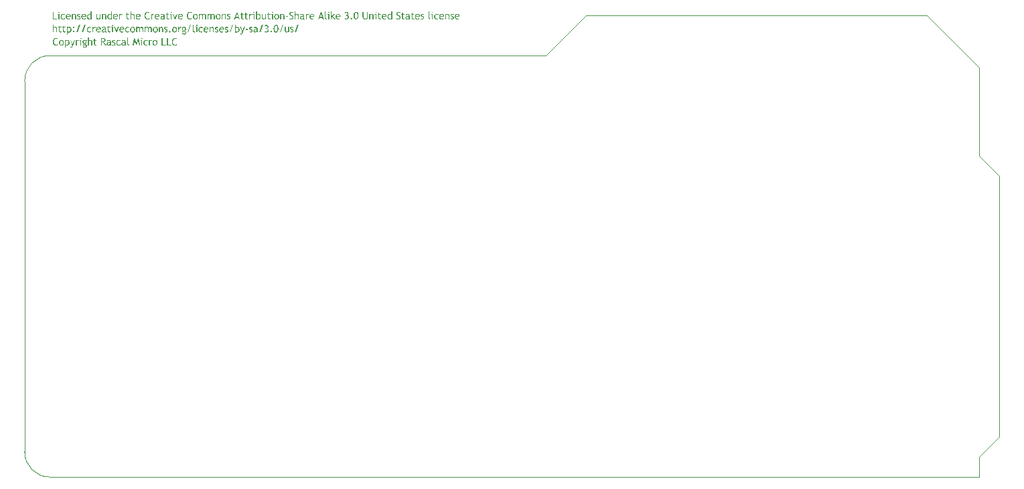
<source format=gm1>
%FSLAX25Y25*%
%MOIN*%
G70*
G01*
G75*
G04 Layer_Color=6063849*
%ADD10R,0.01969X0.03543*%
%ADD11R,0.24410X0.22835*%
%ADD12R,0.11811X0.06299*%
%ADD13R,0.03543X0.01969*%
%ADD14O,0.02165X0.05906*%
%ADD15C,0.01400*%
%ADD16O,0.08661X0.02362*%
%ADD17O,0.06102X0.00984*%
%ADD18O,0.00984X0.06102*%
%ADD19R,0.05118X0.07087*%
%ADD20O,0.06693X0.01181*%
%ADD21R,0.07087X0.05118*%
%ADD22R,0.04724X0.05512*%
%ADD23R,0.05512X0.04724*%
%ADD24R,0.21654X0.07874*%
%ADD25R,0.02165X0.05709*%
%ADD26R,0.05118X0.05906*%
%ADD27R,0.02756X0.01575*%
%ADD28R,0.02362X0.05906*%
%ADD29R,0.05906X0.05118*%
%ADD30R,0.07087X0.05512*%
%ADD31R,0.07087X0.04724*%
%ADD32R,0.03150X0.07087*%
%ADD33R,0.07087X0.07874*%
%ADD34C,0.01000*%
%ADD35C,0.00500*%
%ADD36C,0.02000*%
%ADD37C,0.00300*%
%ADD38C,0.07874*%
%ADD39C,0.06000*%
%ADD40C,0.08700*%
%ADD41C,0.07500*%
%ADD42O,0.10000X0.05000*%
%ADD43C,0.05906*%
%ADD44R,0.05906X0.05906*%
%ADD45C,0.02000*%
%ADD46C,0.03000*%
%ADD47C,0.08000*%
%ADD48C,0.04000*%
%ADD49C,0.07400*%
G04:AMPARAMS|DCode=50|XSize=90mil|YSize=90mil|CornerRadius=0mil|HoleSize=0mil|Usage=FLASHONLY|Rotation=0.000|XOffset=0mil|YOffset=0mil|HoleType=Round|Shape=Relief|Width=8mil|Gap=10mil|Entries=4|*
%AMTHD50*
7,0,0,0.09000,0.07000,0.00800,45*
%
%ADD50THD50*%
%ADD51C,0.05900*%
%ADD52C,0.08600*%
%ADD53C,0.15200*%
G04:AMPARAMS|DCode=54|XSize=75mil|YSize=75mil|CornerRadius=0mil|HoleSize=0mil|Usage=FLASHONLY|Rotation=0.000|XOffset=0mil|YOffset=0mil|HoleType=Round|Shape=Relief|Width=8mil|Gap=10mil|Entries=4|*
%AMTHD54*
7,0,0,0.07500,0.05500,0.00800,45*
%
%ADD54THD54*%
G04:AMPARAMS|DCode=55|XSize=75.433mil|YSize=75.433mil|CornerRadius=0mil|HoleSize=0mil|Usage=FLASHONLY|Rotation=0.000|XOffset=0mil|YOffset=0mil|HoleType=Round|Shape=Relief|Width=8mil|Gap=10mil|Entries=4|*
%AMTHD55*
7,0,0,0.07543,0.05543,0.00800,45*
%
%ADD55THD55*%
%ADD56C,0.05943*%
%ADD57C,0.07100*%
%ADD58C,0.12400*%
%ADD59C,0.14900*%
%ADD60C,0.06400*%
%ADD61C,0.04000*%
%ADD62C,0.03400*%
G04:AMPARAMS|DCode=63|XSize=56mil|YSize=56mil|CornerRadius=0mil|HoleSize=0mil|Usage=FLASHONLY|Rotation=0.000|XOffset=0mil|YOffset=0mil|HoleType=Round|Shape=Relief|Width=8mil|Gap=10mil|Entries=4|*
%AMTHD63*
7,0,0,0.05600,0.03600,0.00800,45*
%
%ADD63THD63*%
G04:AMPARAMS|DCode=64|XSize=50mil|YSize=50mil|CornerRadius=0mil|HoleSize=0mil|Usage=FLASHONLY|Rotation=0.000|XOffset=0mil|YOffset=0mil|HoleType=Round|Shape=Relief|Width=8mil|Gap=10mil|Entries=4|*
%AMTHD64*
7,0,0,0.05000,0.03000,0.00800,45*
%
%ADD64THD64*%
%ADD65R,0.02402X0.09843*%
%ADD66C,0.02362*%
%ADD67C,0.00984*%
%ADD68C,0.01969*%
%ADD69C,0.00787*%
%ADD70C,0.00394*%
%ADD71R,0.02165X0.03740*%
%ADD72R,0.24910X0.23335*%
%ADD73R,0.12311X0.06799*%
%ADD74R,0.03740X0.02165*%
%ADD75O,0.02665X0.06406*%
%ADD76C,0.01181*%
%ADD77O,0.09161X0.02862*%
%ADD78O,0.06602X0.01484*%
%ADD79O,0.01484X0.06602*%
%ADD80R,0.05618X0.07587*%
%ADD81O,0.07193X0.01681*%
%ADD82R,0.07587X0.05618*%
%ADD83R,0.05224X0.06012*%
%ADD84R,0.06012X0.05224*%
%ADD85R,0.22154X0.08374*%
%ADD86R,0.02665X0.06209*%
%ADD87R,0.05618X0.06406*%
%ADD88R,0.03256X0.02075*%
%ADD89R,0.02862X0.06406*%
%ADD90R,0.06406X0.05618*%
%ADD91R,0.07587X0.06012*%
%ADD92R,0.07587X0.05224*%
%ADD93R,0.03650X0.07587*%
%ADD94R,0.07284X0.08071*%
%ADD95C,0.08374*%
%ADD96C,0.06500*%
%ADD97C,0.09200*%
%ADD98O,0.10500X0.05500*%
%ADD99C,0.06406*%
%ADD100R,0.06406X0.06406*%
%ADD101C,0.00500*%
%ADD102C,0.02500*%
%ADD103C,0.03500*%
%ADD104C,0.00800*%
%ADD105C,0.08500*%
%ADD106R,0.02902X0.10343*%
G36*
X141234Y230832D02*
X141275Y230828D01*
X141328Y230824D01*
X141391Y230817D01*
X141466Y230802D01*
X141552Y230786D01*
X141350Y230322D01*
X141342Y230325D01*
X141324Y230340D01*
X141294Y230355D01*
X141253Y230378D01*
X141208Y230397D01*
X141151Y230415D01*
X141095Y230427D01*
X141035Y230430D01*
X141009D01*
X140994Y230427D01*
X140971Y230423D01*
X140945Y230419D01*
X140885Y230400D01*
X140814Y230374D01*
X140776Y230355D01*
X140739Y230329D01*
X140701Y230303D01*
X140664Y230273D01*
X140626Y230235D01*
X140589Y230194D01*
X140585Y230190D01*
X140581Y230183D01*
X140570Y230171D01*
X140559Y230153D01*
X140544Y230130D01*
X140529Y230100D01*
X140514Y230070D01*
X140495Y230036D01*
X140476Y229995D01*
X140461Y229950D01*
X140431Y229857D01*
X140409Y229748D01*
X140405Y229688D01*
X140401Y229628D01*
Y228083D01*
X139921D01*
Y230786D01*
X140401D01*
Y230351D01*
X140405Y230355D01*
X140412Y230374D01*
X140427Y230397D01*
X140450Y230427D01*
X140476Y230464D01*
X140510Y230505D01*
X140551Y230550D01*
X140596Y230595D01*
X140649Y230640D01*
X140709Y230682D01*
X140772Y230723D01*
X140840Y230760D01*
X140919Y230790D01*
X140998Y230813D01*
X141087Y230832D01*
X141181Y230835D01*
X141204D01*
X141234Y230832D01*
D02*
G37*
G36*
X24721D02*
X24744D01*
X24766Y230828D01*
X24823Y230820D01*
X24890Y230802D01*
X24965Y230779D01*
X25044Y230745D01*
X25130Y230700D01*
X25212Y230644D01*
X25250Y230610D01*
X25291Y230573D01*
X25329Y230532D01*
X25366Y230483D01*
X25400Y230434D01*
X25434Y230382D01*
X25464Y230322D01*
X25490Y230258D01*
X25512Y230187D01*
X25535Y230112D01*
X25550Y230033D01*
X25561Y229946D01*
X25569Y229853D01*
X25572Y229755D01*
Y228083D01*
X25093D01*
Y229650D01*
Y229654D01*
Y229669D01*
Y229692D01*
X25089Y229721D01*
Y229755D01*
X25085Y229797D01*
X25081Y229842D01*
X25078Y229887D01*
X25059Y229988D01*
X25036Y230085D01*
X25021Y230134D01*
X25006Y230179D01*
X24984Y230220D01*
X24961Y230254D01*
Y230258D01*
X24954Y230261D01*
X24935Y230280D01*
X24905Y230310D01*
X24856Y230344D01*
X24796Y230374D01*
X24762Y230389D01*
X24721Y230404D01*
X24680Y230415D01*
X24631Y230423D01*
X24582Y230430D01*
X24496D01*
X24466Y230427D01*
X24421Y230419D01*
X24369Y230404D01*
X24313Y230389D01*
X24249Y230363D01*
X24181Y230329D01*
X24178D01*
X24174Y230325D01*
X24151Y230310D01*
X24121Y230292D01*
X24080Y230261D01*
X24039Y230228D01*
X23994Y230187D01*
X23949Y230142D01*
X23911Y230089D01*
Y228083D01*
X23431D01*
Y230786D01*
X23757D01*
X23908Y230438D01*
X23911Y230442D01*
X23919Y230457D01*
X23934Y230475D01*
X23953Y230502D01*
X23979Y230532D01*
X24013Y230565D01*
X24050Y230599D01*
X24095Y230637D01*
X24144Y230674D01*
X24204Y230708D01*
X24268Y230742D01*
X24335Y230771D01*
X24414Y230798D01*
X24496Y230817D01*
X24586Y230832D01*
X24684Y230835D01*
X24706D01*
X24721Y230832D01*
D02*
G37*
G36*
X113007D02*
X113049Y230828D01*
X113101Y230824D01*
X113165Y230817D01*
X113240Y230802D01*
X113326Y230786D01*
X113124Y230322D01*
X113116Y230325D01*
X113098Y230340D01*
X113067Y230355D01*
X113026Y230378D01*
X112981Y230397D01*
X112925Y230415D01*
X112869Y230427D01*
X112809Y230430D01*
X112783D01*
X112768Y230427D01*
X112745Y230423D01*
X112719Y230419D01*
X112659Y230400D01*
X112587Y230374D01*
X112550Y230355D01*
X112513Y230329D01*
X112475Y230303D01*
X112437Y230273D01*
X112400Y230235D01*
X112363Y230194D01*
X112359Y230190D01*
X112355Y230183D01*
X112344Y230171D01*
X112332Y230153D01*
X112318Y230130D01*
X112302Y230100D01*
X112287Y230070D01*
X112269Y230036D01*
X112250Y229995D01*
X112235Y229950D01*
X112205Y229857D01*
X112182Y229748D01*
X112179Y229688D01*
X112175Y229628D01*
Y228083D01*
X111695D01*
Y230786D01*
X112175D01*
Y230351D01*
X112179Y230355D01*
X112186Y230374D01*
X112201Y230397D01*
X112224Y230427D01*
X112250Y230464D01*
X112284Y230505D01*
X112325Y230550D01*
X112370Y230595D01*
X112423Y230640D01*
X112483Y230682D01*
X112546Y230723D01*
X112614Y230760D01*
X112692Y230790D01*
X112771Y230813D01*
X112861Y230832D01*
X112955Y230835D01*
X112978D01*
X113007Y230832D01*
D02*
G37*
G36*
X48301D02*
X48342Y230828D01*
X48395Y230824D01*
X48459Y230817D01*
X48534Y230802D01*
X48620Y230786D01*
X48417Y230322D01*
X48410Y230325D01*
X48391Y230340D01*
X48361Y230355D01*
X48320Y230378D01*
X48275Y230397D01*
X48219Y230415D01*
X48162Y230427D01*
X48103Y230430D01*
X48076D01*
X48061Y230427D01*
X48039Y230423D01*
X48013Y230419D01*
X47952Y230400D01*
X47881Y230374D01*
X47844Y230355D01*
X47806Y230329D01*
X47769Y230303D01*
X47731Y230273D01*
X47694Y230235D01*
X47656Y230194D01*
X47653Y230190D01*
X47649Y230183D01*
X47638Y230171D01*
X47626Y230153D01*
X47611Y230130D01*
X47596Y230100D01*
X47581Y230070D01*
X47563Y230036D01*
X47544Y229995D01*
X47529Y229950D01*
X47499Y229857D01*
X47476Y229748D01*
X47473Y229688D01*
X47469Y229628D01*
Y228083D01*
X46989D01*
Y230786D01*
X47469D01*
Y230351D01*
X47473Y230355D01*
X47480Y230374D01*
X47495Y230397D01*
X47517Y230427D01*
X47544Y230464D01*
X47578Y230505D01*
X47619Y230550D01*
X47664Y230595D01*
X47716Y230640D01*
X47776Y230682D01*
X47840Y230723D01*
X47908Y230760D01*
X47986Y230790D01*
X48065Y230813D01*
X48155Y230832D01*
X48249Y230835D01*
X48271D01*
X48301Y230832D01*
D02*
G37*
G36*
X64205D02*
X64246Y230828D01*
X64299Y230824D01*
X64363Y230817D01*
X64438Y230802D01*
X64524Y230786D01*
X64321Y230322D01*
X64314Y230325D01*
X64295Y230340D01*
X64265Y230355D01*
X64224Y230378D01*
X64179Y230397D01*
X64122Y230415D01*
X64066Y230427D01*
X64006Y230430D01*
X63980D01*
X63965Y230427D01*
X63942Y230423D01*
X63916Y230419D01*
X63856Y230400D01*
X63785Y230374D01*
X63748Y230355D01*
X63710Y230329D01*
X63673Y230303D01*
X63635Y230273D01*
X63598Y230235D01*
X63560Y230194D01*
X63556Y230190D01*
X63552Y230183D01*
X63541Y230171D01*
X63530Y230153D01*
X63515Y230130D01*
X63500Y230100D01*
X63485Y230070D01*
X63466Y230036D01*
X63447Y229995D01*
X63433Y229950D01*
X63402Y229857D01*
X63380Y229748D01*
X63376Y229688D01*
X63372Y229628D01*
Y228083D01*
X62893D01*
Y230786D01*
X63372D01*
Y230351D01*
X63376Y230355D01*
X63384Y230374D01*
X63399Y230397D01*
X63421Y230427D01*
X63447Y230464D01*
X63481Y230505D01*
X63522Y230550D01*
X63568Y230595D01*
X63620Y230640D01*
X63680Y230682D01*
X63744Y230723D01*
X63811Y230760D01*
X63890Y230790D01*
X63969Y230813D01*
X64059Y230832D01*
X64152Y230835D01*
X64175D01*
X64205Y230832D01*
D02*
G37*
G36*
X39718D02*
X39740D01*
X39762Y230828D01*
X39819Y230820D01*
X39886Y230802D01*
X39961Y230779D01*
X40040Y230745D01*
X40126Y230700D01*
X40209Y230644D01*
X40246Y230610D01*
X40288Y230573D01*
X40325Y230532D01*
X40363Y230483D01*
X40396Y230434D01*
X40430Y230382D01*
X40460Y230322D01*
X40486Y230258D01*
X40509Y230187D01*
X40531Y230112D01*
X40546Y230033D01*
X40558Y229946D01*
X40565Y229853D01*
X40569Y229755D01*
Y228083D01*
X40089D01*
Y229650D01*
Y229654D01*
Y229669D01*
Y229692D01*
X40085Y229721D01*
Y229755D01*
X40081Y229797D01*
X40077Y229842D01*
X40074Y229887D01*
X40055Y229988D01*
X40033Y230085D01*
X40018Y230134D01*
X40003Y230179D01*
X39980Y230220D01*
X39957Y230254D01*
Y230258D01*
X39950Y230261D01*
X39931Y230280D01*
X39901Y230310D01*
X39852Y230344D01*
X39792Y230374D01*
X39759Y230389D01*
X39718Y230404D01*
X39676Y230415D01*
X39628Y230423D01*
X39579Y230430D01*
X39492D01*
X39463Y230427D01*
X39417Y230419D01*
X39365Y230404D01*
X39309Y230389D01*
X39245Y230363D01*
X39178Y230329D01*
X39174D01*
X39170Y230325D01*
X39147Y230310D01*
X39118Y230292D01*
X39076Y230261D01*
X39035Y230228D01*
X38990Y230187D01*
X38945Y230142D01*
X38908Y230089D01*
Y228083D01*
X38427D01*
Y230786D01*
X38754D01*
X38904Y230438D01*
X38908Y230442D01*
X38915Y230457D01*
X38930Y230475D01*
X38949Y230502D01*
X38975Y230532D01*
X39009Y230565D01*
X39046Y230599D01*
X39091Y230637D01*
X39140Y230674D01*
X39200Y230708D01*
X39264Y230742D01*
X39331Y230771D01*
X39410Y230798D01*
X39492Y230817D01*
X39582Y230832D01*
X39680Y230835D01*
X39702D01*
X39718Y230832D01*
D02*
G37*
G36*
X210556D02*
X210579D01*
X210601Y230828D01*
X210658Y230820D01*
X210725Y230802D01*
X210800Y230779D01*
X210879Y230745D01*
X210965Y230700D01*
X211048Y230644D01*
X211085Y230610D01*
X211126Y230573D01*
X211164Y230532D01*
X211201Y230483D01*
X211235Y230434D01*
X211269Y230382D01*
X211299Y230322D01*
X211325Y230258D01*
X211348Y230187D01*
X211370Y230112D01*
X211385Y230033D01*
X211396Y229946D01*
X211404Y229853D01*
X211407Y229755D01*
Y228083D01*
X210928D01*
Y229650D01*
Y229654D01*
Y229669D01*
Y229692D01*
X210924Y229721D01*
Y229755D01*
X210920Y229797D01*
X210916Y229842D01*
X210912Y229887D01*
X210894Y229988D01*
X210871Y230085D01*
X210856Y230134D01*
X210841Y230179D01*
X210819Y230220D01*
X210796Y230254D01*
Y230258D01*
X210789Y230261D01*
X210770Y230280D01*
X210740Y230310D01*
X210691Y230344D01*
X210631Y230374D01*
X210597Y230389D01*
X210556Y230404D01*
X210515Y230415D01*
X210466Y230423D01*
X210418Y230430D01*
X210331D01*
X210301Y230427D01*
X210256Y230419D01*
X210204Y230404D01*
X210148Y230389D01*
X210084Y230363D01*
X210016Y230329D01*
X210013D01*
X210009Y230325D01*
X209986Y230310D01*
X209956Y230292D01*
X209915Y230261D01*
X209874Y230228D01*
X209829Y230187D01*
X209784Y230142D01*
X209746Y230089D01*
Y228083D01*
X209266D01*
Y230786D01*
X209593D01*
X209742Y230438D01*
X209746Y230442D01*
X209754Y230457D01*
X209769Y230475D01*
X209788Y230502D01*
X209814Y230532D01*
X209847Y230565D01*
X209885Y230599D01*
X209930Y230637D01*
X209979Y230674D01*
X210039Y230708D01*
X210103Y230742D01*
X210170Y230771D01*
X210249Y230798D01*
X210331Y230817D01*
X210421Y230832D01*
X210519Y230835D01*
X210541D01*
X210556Y230832D01*
D02*
G37*
G36*
X89484D02*
X89521Y230828D01*
X89562Y230820D01*
X89608Y230813D01*
X89656Y230805D01*
X89758Y230775D01*
X89814Y230753D01*
X89866Y230730D01*
X89919Y230700D01*
X89971Y230667D01*
X90020Y230629D01*
X90065Y230584D01*
X90069Y230580D01*
X90076Y230573D01*
X90087Y230558D01*
X90102Y230539D01*
X90118Y230513D01*
X90140Y230483D01*
X90159Y230445D01*
X90181Y230404D01*
X90204Y230359D01*
X90223Y230307D01*
X90245Y230246D01*
X90260Y230187D01*
X90275Y230119D01*
X90286Y230044D01*
X90294Y229969D01*
X90298Y229887D01*
Y228083D01*
X89818D01*
Y229789D01*
Y229793D01*
Y229797D01*
Y229815D01*
X89814Y229849D01*
X89810Y229890D01*
X89802Y229939D01*
X89788Y229992D01*
X89772Y230051D01*
X89750Y230112D01*
X89720Y230168D01*
X89683Y230228D01*
X89638Y230280D01*
X89585Y230329D01*
X89521Y230370D01*
X89446Y230404D01*
X89360Y230423D01*
X89311Y230430D01*
X89232D01*
X89199Y230427D01*
X89157Y230415D01*
X89109Y230404D01*
X89052Y230385D01*
X88996Y230359D01*
X88936Y230322D01*
X88929Y230318D01*
X88914Y230303D01*
X88888Y230280D01*
X88854Y230250D01*
X88820Y230213D01*
X88786Y230171D01*
X88756Y230127D01*
X88734Y230078D01*
Y228083D01*
X88254D01*
Y229999D01*
Y230003D01*
Y230007D01*
Y230018D01*
X88250Y230033D01*
X88246Y230067D01*
X88235Y230112D01*
X88216Y230164D01*
X88190Y230217D01*
X88152Y230269D01*
X88104Y230314D01*
X88096Y230318D01*
X88077Y230333D01*
X88044Y230351D01*
X87999Y230374D01*
X87942Y230393D01*
X87871Y230412D01*
X87796Y230427D01*
X87706Y230430D01*
X87680D01*
X87650Y230423D01*
X87612Y230415D01*
X87568Y230404D01*
X87515Y230382D01*
X87459Y230355D01*
X87399Y230318D01*
X87391Y230314D01*
X87372Y230299D01*
X87343Y230276D01*
X87309Y230246D01*
X87271Y230209D01*
X87234Y230168D01*
X87200Y230123D01*
X87170Y230074D01*
Y228083D01*
X86690D01*
Y230786D01*
X87001D01*
X87159Y230471D01*
X87163Y230475D01*
X87170Y230486D01*
X87189Y230505D01*
X87208Y230528D01*
X87238Y230558D01*
X87268Y230588D01*
X87305Y230618D01*
X87350Y230655D01*
X87399Y230689D01*
X87451Y230719D01*
X87507Y230753D01*
X87568Y230779D01*
X87635Y230802D01*
X87703Y230820D01*
X87778Y230832D01*
X87853Y230835D01*
X87879D01*
X87909Y230832D01*
X87946D01*
X87995Y230824D01*
X88047Y230817D01*
X88108Y230805D01*
X88171Y230790D01*
X88239Y230771D01*
X88306Y230749D01*
X88374Y230719D01*
X88441Y230685D01*
X88505Y230644D01*
X88565Y230595D01*
X88617Y230539D01*
X88666Y230475D01*
X88670Y230483D01*
X88681Y230502D01*
X88704Y230528D01*
X88734Y230565D01*
X88775Y230603D01*
X88828Y230648D01*
X88891Y230689D01*
X88966Y230730D01*
X88970D01*
X88977Y230734D01*
X88989Y230742D01*
X89004Y230745D01*
X89026Y230757D01*
X89049Y230764D01*
X89105Y230783D01*
X89173Y230802D01*
X89251Y230820D01*
X89330Y230832D01*
X89416Y230835D01*
X89457D01*
X89484Y230832D01*
D02*
G37*
G36*
X172816D02*
X172839D01*
X172861Y230828D01*
X172917Y230820D01*
X172985Y230802D01*
X173060Y230779D01*
X173139Y230745D01*
X173225Y230700D01*
X173308Y230644D01*
X173345Y230610D01*
X173386Y230573D01*
X173424Y230532D01*
X173461Y230483D01*
X173495Y230434D01*
X173529Y230382D01*
X173559Y230322D01*
X173585Y230258D01*
X173608Y230187D01*
X173630Y230112D01*
X173645Y230033D01*
X173656Y229946D01*
X173664Y229853D01*
X173668Y229755D01*
Y228083D01*
X173187D01*
Y229650D01*
Y229654D01*
Y229669D01*
Y229692D01*
X173184Y229721D01*
Y229755D01*
X173180Y229797D01*
X173176Y229842D01*
X173172Y229887D01*
X173154Y229988D01*
X173131Y230085D01*
X173116Y230134D01*
X173101Y230179D01*
X173079Y230220D01*
X173056Y230254D01*
Y230258D01*
X173049Y230261D01*
X173030Y230280D01*
X173000Y230310D01*
X172951Y230344D01*
X172891Y230374D01*
X172857Y230389D01*
X172816Y230404D01*
X172775Y230415D01*
X172726Y230423D01*
X172678Y230430D01*
X172591D01*
X172561Y230427D01*
X172516Y230419D01*
X172464Y230404D01*
X172407Y230389D01*
X172344Y230363D01*
X172276Y230329D01*
X172273D01*
X172269Y230325D01*
X172246Y230310D01*
X172216Y230292D01*
X172175Y230261D01*
X172134Y230228D01*
X172089Y230187D01*
X172044Y230142D01*
X172006Y230089D01*
Y228083D01*
X171526D01*
Y230786D01*
X171853D01*
X172002Y230438D01*
X172006Y230442D01*
X172014Y230457D01*
X172029Y230475D01*
X172047Y230502D01*
X172074Y230532D01*
X172108Y230565D01*
X172145Y230599D01*
X172190Y230637D01*
X172239Y230674D01*
X172299Y230708D01*
X172362Y230742D01*
X172430Y230771D01*
X172509Y230798D01*
X172591Y230817D01*
X172681Y230832D01*
X172779Y230835D01*
X172801D01*
X172816Y230832D01*
D02*
G37*
G36*
X99331D02*
X99354D01*
X99376Y230828D01*
X99432Y230820D01*
X99500Y230802D01*
X99575Y230779D01*
X99654Y230745D01*
X99740Y230700D01*
X99822Y230644D01*
X99860Y230610D01*
X99901Y230573D01*
X99939Y230532D01*
X99976Y230483D01*
X100010Y230434D01*
X100044Y230382D01*
X100074Y230322D01*
X100100Y230258D01*
X100122Y230187D01*
X100145Y230112D01*
X100160Y230033D01*
X100171Y229946D01*
X100179Y229853D01*
X100182Y229755D01*
Y228083D01*
X99703D01*
Y229650D01*
Y229654D01*
Y229669D01*
Y229692D01*
X99699Y229721D01*
Y229755D01*
X99695Y229797D01*
X99691Y229842D01*
X99687Y229887D01*
X99669Y229988D01*
X99646Y230085D01*
X99631Y230134D01*
X99616Y230179D01*
X99594Y230220D01*
X99571Y230254D01*
Y230258D01*
X99564Y230261D01*
X99545Y230280D01*
X99515Y230310D01*
X99466Y230344D01*
X99406Y230374D01*
X99373Y230389D01*
X99331Y230404D01*
X99290Y230415D01*
X99241Y230423D01*
X99193Y230430D01*
X99106D01*
X99076Y230427D01*
X99031Y230419D01*
X98979Y230404D01*
X98922Y230389D01*
X98859Y230363D01*
X98791Y230329D01*
X98787D01*
X98784Y230325D01*
X98761Y230310D01*
X98731Y230292D01*
X98690Y230261D01*
X98649Y230228D01*
X98604Y230187D01*
X98559Y230142D01*
X98521Y230089D01*
Y228083D01*
X98041D01*
Y230786D01*
X98368D01*
X98518Y230438D01*
X98521Y230442D01*
X98529Y230457D01*
X98544Y230475D01*
X98563Y230502D01*
X98589Y230532D01*
X98623Y230565D01*
X98660Y230599D01*
X98705Y230637D01*
X98754Y230674D01*
X98814Y230708D01*
X98878Y230742D01*
X98945Y230771D01*
X99024Y230798D01*
X99106Y230817D01*
X99196Y230832D01*
X99294Y230835D01*
X99316D01*
X99331Y230832D01*
D02*
G37*
G36*
X128428D02*
X128450D01*
X128472Y230828D01*
X128529Y230820D01*
X128596Y230802D01*
X128671Y230779D01*
X128750Y230745D01*
X128836Y230700D01*
X128919Y230644D01*
X128956Y230610D01*
X128998Y230573D01*
X129035Y230532D01*
X129072Y230483D01*
X129106Y230434D01*
X129140Y230382D01*
X129170Y230322D01*
X129196Y230258D01*
X129219Y230187D01*
X129241Y230112D01*
X129256Y230033D01*
X129268Y229946D01*
X129275Y229853D01*
X129279Y229755D01*
Y228083D01*
X128799D01*
Y229650D01*
Y229654D01*
Y229669D01*
Y229692D01*
X128795Y229721D01*
Y229755D01*
X128791Y229797D01*
X128788Y229842D01*
X128784Y229887D01*
X128765Y229988D01*
X128743Y230085D01*
X128727Y230134D01*
X128712Y230179D01*
X128690Y230220D01*
X128667Y230254D01*
Y230258D01*
X128660Y230261D01*
X128641Y230280D01*
X128611Y230310D01*
X128562Y230344D01*
X128503Y230374D01*
X128469Y230389D01*
X128428Y230404D01*
X128386Y230415D01*
X128338Y230423D01*
X128289Y230430D01*
X128202D01*
X128173Y230427D01*
X128128Y230419D01*
X128075Y230404D01*
X128019Y230389D01*
X127955Y230363D01*
X127887Y230329D01*
X127884D01*
X127880Y230325D01*
X127857Y230310D01*
X127828Y230292D01*
X127786Y230261D01*
X127745Y230228D01*
X127700Y230187D01*
X127655Y230142D01*
X127618Y230089D01*
Y228083D01*
X127137D01*
Y230786D01*
X127464D01*
X127614Y230438D01*
X127618Y230442D01*
X127625Y230457D01*
X127640Y230475D01*
X127659Y230502D01*
X127685Y230532D01*
X127719Y230565D01*
X127756Y230599D01*
X127801Y230637D01*
X127850Y230674D01*
X127910Y230708D01*
X127974Y230742D01*
X128041Y230771D01*
X128120Y230798D01*
X128202Y230817D01*
X128293Y230832D01*
X128390Y230835D01*
X128412D01*
X128428Y230832D01*
D02*
G37*
G36*
X138106D02*
X138155Y230828D01*
X138207Y230820D01*
X138271Y230813D01*
X138335Y230802D01*
X138406Y230786D01*
X138478Y230768D01*
X138549Y230749D01*
X138616Y230723D01*
X138688Y230689D01*
X138751Y230655D01*
X138811Y230614D01*
X138864Y230565D01*
X138867Y230561D01*
X138875Y230554D01*
X138890Y230535D01*
X138905Y230517D01*
X138924Y230486D01*
X138946Y230449D01*
X138972Y230408D01*
X138999Y230359D01*
X139021Y230303D01*
X139048Y230239D01*
X139070Y230171D01*
X139089Y230093D01*
X139104Y230010D01*
X139119Y229920D01*
X139126Y229819D01*
X139130Y229714D01*
Y228747D01*
Y228743D01*
Y228732D01*
Y228713D01*
X139134Y228690D01*
X139137Y228660D01*
X139141Y228626D01*
X139156Y228555D01*
X139182Y228477D01*
X139201Y228435D01*
X139220Y228398D01*
X139246Y228360D01*
X139272Y228327D01*
X139306Y228300D01*
X139344Y228274D01*
Y228034D01*
X139295D01*
X139272Y228038D01*
X139242D01*
X139179Y228045D01*
X139108Y228053D01*
X139032Y228068D01*
X138961Y228090D01*
X138901Y228117D01*
X138894Y228120D01*
X138879Y228132D01*
X138853Y228154D01*
X138822Y228184D01*
X138789Y228222D01*
X138755Y228270D01*
X138721Y228327D01*
X138695Y228394D01*
X138691Y228390D01*
X138680Y228379D01*
X138665Y228360D01*
X138643Y228338D01*
X138609Y228311D01*
X138571Y228282D01*
X138526Y228248D01*
X138478Y228214D01*
X138417Y228180D01*
X138354Y228147D01*
X138283Y228117D01*
X138200Y228090D01*
X138114Y228068D01*
X138020Y228049D01*
X137923Y228038D01*
X137814Y228034D01*
X137784D01*
X137761Y228038D01*
X137731Y228042D01*
X137701Y228045D01*
X137664Y228053D01*
X137626Y228064D01*
X137540Y228090D01*
X137495Y228109D01*
X137446Y228132D01*
X137401Y228158D01*
X137353Y228188D01*
X137308Y228222D01*
X137262Y228263D01*
X137259Y228267D01*
X137251Y228274D01*
X137240Y228285D01*
X137225Y228304D01*
X137210Y228327D01*
X137188Y228353D01*
X137169Y228386D01*
X137146Y228420D01*
X137124Y228462D01*
X137105Y228507D01*
X137067Y228604D01*
X137053Y228657D01*
X137041Y228713D01*
X137034Y228773D01*
X137030Y228836D01*
Y228840D01*
Y228855D01*
X137034Y228878D01*
X137038Y228904D01*
X137041Y228942D01*
X137049Y228983D01*
X137060Y229028D01*
X137075Y229080D01*
X137094Y229133D01*
X137116Y229189D01*
X137146Y229245D01*
X137180Y229305D01*
X137221Y229365D01*
X137270Y229421D01*
X137322Y229478D01*
X137386Y229534D01*
X137390Y229538D01*
X137401Y229545D01*
X137424Y229560D01*
X137450Y229579D01*
X137487Y229602D01*
X137529Y229624D01*
X137581Y229650D01*
X137637Y229677D01*
X137701Y229703D01*
X137769Y229729D01*
X137844Y229751D01*
X137926Y229774D01*
X138013Y229793D01*
X138106Y229808D01*
X138204Y229815D01*
X138305Y229819D01*
X138331D01*
X138361Y229815D01*
X138406Y229812D01*
X138455Y229804D01*
X138515Y229789D01*
X138579Y229774D01*
X138650Y229751D01*
Y229755D01*
Y229759D01*
Y229782D01*
X138646Y229812D01*
X138643Y229853D01*
X138631Y229905D01*
X138620Y229958D01*
X138601Y230018D01*
X138579Y230082D01*
X138545Y230142D01*
X138507Y230202D01*
X138459Y230254D01*
X138402Y230307D01*
X138335Y230348D01*
X138260Y230382D01*
X138166Y230400D01*
X138118Y230408D01*
X138024D01*
X137990Y230404D01*
X137952Y230400D01*
X137911Y230397D01*
X137863Y230389D01*
X137810Y230378D01*
X137698Y230348D01*
X137641Y230329D01*
X137581Y230307D01*
X137525Y230276D01*
X137472Y230243D01*
X137420Y230205D01*
X137371Y230164D01*
X137172Y230565D01*
X137180Y230569D01*
X137199Y230584D01*
X137229Y230603D01*
X137270Y230629D01*
X137322Y230659D01*
X137386Y230689D01*
X137461Y230723D01*
X137548Y230753D01*
X137551D01*
X137559Y230757D01*
X137570Y230760D01*
X137589Y230764D01*
X137611Y230771D01*
X137634Y230779D01*
X137694Y230794D01*
X137765Y230809D01*
X137844Y230824D01*
X137926Y230832D01*
X138009Y230835D01*
X138065D01*
X138106Y230832D01*
D02*
G37*
G36*
X190599D02*
X190647Y230828D01*
X190700Y230820D01*
X190764Y230813D01*
X190828Y230802D01*
X190899Y230786D01*
X190970Y230768D01*
X191041Y230749D01*
X191109Y230723D01*
X191180Y230689D01*
X191244Y230655D01*
X191304Y230614D01*
X191356Y230565D01*
X191360Y230561D01*
X191367Y230554D01*
X191383Y230535D01*
X191398Y230517D01*
X191416Y230486D01*
X191439Y230449D01*
X191465Y230408D01*
X191491Y230359D01*
X191514Y230303D01*
X191540Y230239D01*
X191562Y230171D01*
X191581Y230093D01*
X191596Y230010D01*
X191611Y229920D01*
X191619Y229819D01*
X191622Y229714D01*
Y228747D01*
Y228743D01*
Y228732D01*
Y228713D01*
X191626Y228690D01*
X191630Y228660D01*
X191634Y228626D01*
X191649Y228555D01*
X191675Y228477D01*
X191694Y228435D01*
X191712Y228398D01*
X191739Y228360D01*
X191765Y228327D01*
X191799Y228300D01*
X191836Y228274D01*
Y228034D01*
X191788D01*
X191765Y228038D01*
X191735D01*
X191671Y228045D01*
X191600Y228053D01*
X191525Y228068D01*
X191454Y228090D01*
X191394Y228117D01*
X191386Y228120D01*
X191371Y228132D01*
X191345Y228154D01*
X191315Y228184D01*
X191281Y228222D01*
X191247Y228270D01*
X191214Y228327D01*
X191188Y228394D01*
X191184Y228390D01*
X191173Y228379D01*
X191157Y228360D01*
X191135Y228338D01*
X191101Y228311D01*
X191064Y228282D01*
X191019Y228248D01*
X190970Y228214D01*
X190910Y228180D01*
X190846Y228147D01*
X190775Y228117D01*
X190692Y228090D01*
X190606Y228068D01*
X190513Y228049D01*
X190415Y228038D01*
X190306Y228034D01*
X190276D01*
X190254Y228038D01*
X190224Y228042D01*
X190194Y228045D01*
X190156Y228053D01*
X190119Y228064D01*
X190032Y228090D01*
X189988Y228109D01*
X189939Y228132D01*
X189894Y228158D01*
X189845Y228188D01*
X189800Y228222D01*
X189755Y228263D01*
X189751Y228267D01*
X189744Y228274D01*
X189733Y228285D01*
X189717Y228304D01*
X189702Y228327D01*
X189680Y228353D01*
X189661Y228386D01*
X189639Y228420D01*
X189616Y228462D01*
X189597Y228507D01*
X189560Y228604D01*
X189545Y228657D01*
X189534Y228713D01*
X189526Y228773D01*
X189523Y228836D01*
Y228840D01*
Y228855D01*
X189526Y228878D01*
X189530Y228904D01*
X189534Y228942D01*
X189541Y228983D01*
X189552Y229028D01*
X189567Y229080D01*
X189586Y229133D01*
X189609Y229189D01*
X189639Y229245D01*
X189673Y229305D01*
X189714Y229365D01*
X189762Y229421D01*
X189815Y229478D01*
X189879Y229534D01*
X189883Y229538D01*
X189894Y229545D01*
X189916Y229560D01*
X189943Y229579D01*
X189980Y229602D01*
X190021Y229624D01*
X190074Y229650D01*
X190130Y229677D01*
X190194Y229703D01*
X190261Y229729D01*
X190336Y229751D01*
X190419Y229774D01*
X190505Y229793D01*
X190599Y229808D01*
X190696Y229815D01*
X190797Y229819D01*
X190824D01*
X190854Y229815D01*
X190899Y229812D01*
X190947Y229804D01*
X191007Y229789D01*
X191071Y229774D01*
X191142Y229751D01*
Y229755D01*
Y229759D01*
Y229782D01*
X191139Y229812D01*
X191135Y229853D01*
X191124Y229905D01*
X191112Y229958D01*
X191094Y230018D01*
X191071Y230082D01*
X191037Y230142D01*
X191000Y230202D01*
X190951Y230254D01*
X190895Y230307D01*
X190828Y230348D01*
X190752Y230382D01*
X190659Y230400D01*
X190610Y230408D01*
X190516D01*
X190482Y230404D01*
X190445Y230400D01*
X190404Y230397D01*
X190355Y230389D01*
X190303Y230378D01*
X190190Y230348D01*
X190134Y230329D01*
X190074Y230307D01*
X190017Y230276D01*
X189965Y230243D01*
X189912Y230205D01*
X189864Y230164D01*
X189665Y230565D01*
X189673Y230569D01*
X189691Y230584D01*
X189721Y230603D01*
X189762Y230629D01*
X189815Y230659D01*
X189879Y230689D01*
X189954Y230723D01*
X190040Y230753D01*
X190044D01*
X190051Y230757D01*
X190062Y230760D01*
X190081Y230764D01*
X190104Y230771D01*
X190126Y230779D01*
X190186Y230794D01*
X190258Y230809D01*
X190336Y230824D01*
X190419Y230832D01*
X190501Y230835D01*
X190558D01*
X190599Y230832D01*
D02*
G37*
G36*
X68622D02*
X68671Y230828D01*
X68724Y230820D01*
X68787Y230813D01*
X68851Y230802D01*
X68923Y230786D01*
X68994Y230768D01*
X69065Y230749D01*
X69133Y230723D01*
X69204Y230689D01*
X69267Y230655D01*
X69327Y230614D01*
X69380Y230565D01*
X69384Y230561D01*
X69391Y230554D01*
X69406Y230535D01*
X69421Y230517D01*
X69440Y230486D01*
X69463Y230449D01*
X69489Y230408D01*
X69515Y230359D01*
X69538Y230303D01*
X69564Y230239D01*
X69586Y230171D01*
X69605Y230093D01*
X69620Y230010D01*
X69635Y229920D01*
X69643Y229819D01*
X69646Y229714D01*
Y228747D01*
Y228743D01*
Y228732D01*
Y228713D01*
X69650Y228690D01*
X69654Y228660D01*
X69657Y228626D01*
X69673Y228555D01*
X69699Y228477D01*
X69718Y228435D01*
X69736Y228398D01*
X69762Y228360D01*
X69789Y228327D01*
X69823Y228300D01*
X69860Y228274D01*
Y228034D01*
X69811D01*
X69789Y228038D01*
X69759D01*
X69695Y228045D01*
X69624Y228053D01*
X69549Y228068D01*
X69477Y228090D01*
X69418Y228117D01*
X69410Y228120D01*
X69395Y228132D01*
X69369Y228154D01*
X69339Y228184D01*
X69305Y228222D01*
X69271Y228270D01*
X69238Y228327D01*
X69211Y228394D01*
X69208Y228390D01*
X69196Y228379D01*
X69181Y228360D01*
X69159Y228338D01*
X69125Y228311D01*
X69087Y228282D01*
X69042Y228248D01*
X68994Y228214D01*
X68934Y228180D01*
X68870Y228147D01*
X68799Y228117D01*
X68716Y228090D01*
X68630Y228068D01*
X68536Y228049D01*
X68439Y228038D01*
X68330Y228034D01*
X68300D01*
X68278Y228038D01*
X68247Y228042D01*
X68217Y228045D01*
X68180Y228053D01*
X68142Y228064D01*
X68056Y228090D01*
X68011Y228109D01*
X67962Y228132D01*
X67918Y228158D01*
X67869Y228188D01*
X67824Y228222D01*
X67779Y228263D01*
X67775Y228267D01*
X67768Y228274D01*
X67756Y228285D01*
X67741Y228304D01*
X67726Y228327D01*
X67704Y228353D01*
X67685Y228386D01*
X67663Y228420D01*
X67640Y228462D01*
X67621Y228507D01*
X67584Y228604D01*
X67569Y228657D01*
X67558Y228713D01*
X67550Y228773D01*
X67546Y228836D01*
Y228840D01*
Y228855D01*
X67550Y228878D01*
X67554Y228904D01*
X67558Y228942D01*
X67565Y228983D01*
X67576Y229028D01*
X67591Y229080D01*
X67610Y229133D01*
X67633Y229189D01*
X67663Y229245D01*
X67696Y229305D01*
X67738Y229365D01*
X67786Y229421D01*
X67839Y229478D01*
X67902Y229534D01*
X67906Y229538D01*
X67918Y229545D01*
X67940Y229560D01*
X67966Y229579D01*
X68004Y229602D01*
X68045Y229624D01*
X68098Y229650D01*
X68154Y229677D01*
X68217Y229703D01*
X68285Y229729D01*
X68360Y229751D01*
X68442Y229774D01*
X68529Y229793D01*
X68622Y229808D01*
X68720Y229815D01*
X68821Y229819D01*
X68848D01*
X68878Y229815D01*
X68923Y229812D01*
X68971Y229804D01*
X69031Y229789D01*
X69095Y229774D01*
X69166Y229751D01*
Y229755D01*
Y229759D01*
Y229782D01*
X69162Y229812D01*
X69159Y229853D01*
X69147Y229905D01*
X69136Y229958D01*
X69117Y230018D01*
X69095Y230082D01*
X69061Y230142D01*
X69024Y230202D01*
X68975Y230254D01*
X68919Y230307D01*
X68851Y230348D01*
X68776Y230382D01*
X68682Y230400D01*
X68634Y230408D01*
X68540D01*
X68506Y230404D01*
X68469Y230400D01*
X68427Y230397D01*
X68379Y230389D01*
X68326Y230378D01*
X68214Y230348D01*
X68158Y230329D01*
X68098Y230307D01*
X68041Y230276D01*
X67989Y230243D01*
X67936Y230205D01*
X67888Y230164D01*
X67689Y230565D01*
X67696Y230569D01*
X67715Y230584D01*
X67745Y230603D01*
X67786Y230629D01*
X67839Y230659D01*
X67902Y230689D01*
X67977Y230723D01*
X68064Y230753D01*
X68068D01*
X68075Y230757D01*
X68086Y230760D01*
X68105Y230764D01*
X68128Y230771D01*
X68150Y230779D01*
X68210Y230794D01*
X68281Y230809D01*
X68360Y230824D01*
X68442Y230832D01*
X68525Y230835D01*
X68581D01*
X68622Y230832D01*
D02*
G37*
G36*
X74896Y228034D02*
X74769D01*
X73610Y230794D01*
X74135D01*
X74851Y228900D01*
X75579Y230794D01*
X76081D01*
X74896Y228034D01*
D02*
G37*
G36*
X131101Y229358D02*
X130021D01*
Y229800D01*
X131101D01*
Y229358D01*
D02*
G37*
G36*
X27020Y230832D02*
X27050D01*
X27084Y230824D01*
X27125Y230820D01*
X27174Y230813D01*
X27222Y230802D01*
X27279Y230790D01*
X27343Y230775D01*
X27406Y230757D01*
X27477Y230734D01*
X27553Y230712D01*
X27631Y230682D01*
X27714Y230648D01*
X27575Y230205D01*
X27571Y230209D01*
X27564Y230217D01*
X27549Y230228D01*
X27526Y230239D01*
X27500Y230258D01*
X27470Y230276D01*
X27436Y230295D01*
X27399Y230318D01*
X27312Y230359D01*
X27215Y230397D01*
X27163Y230408D01*
X27110Y230419D01*
X27057Y230427D01*
X27005Y230430D01*
X26975D01*
X26945Y230427D01*
X26904Y230419D01*
X26859Y230412D01*
X26810Y230397D01*
X26761Y230374D01*
X26716Y230348D01*
X26713Y230344D01*
X26697Y230333D01*
X26679Y230318D01*
X26660Y230292D01*
X26638Y230265D01*
X26619Y230228D01*
X26604Y230190D01*
X26600Y230145D01*
Y230142D01*
Y230134D01*
X26604Y230119D01*
Y230104D01*
X26607Y230082D01*
X26615Y230055D01*
X26638Y229999D01*
X26653Y229969D01*
X26671Y229935D01*
X26694Y229902D01*
X26724Y229872D01*
X26757Y229838D01*
X26795Y229808D01*
X26840Y229778D01*
X26893Y229751D01*
X27237Y229594D01*
X27241D01*
X27253Y229587D01*
X27268Y229579D01*
X27290Y229568D01*
X27316Y229557D01*
X27346Y229538D01*
X27414Y229500D01*
X27489Y229451D01*
X27564Y229395D01*
X27635Y229335D01*
X27665Y229302D01*
X27695Y229268D01*
Y229264D01*
X27703Y229260D01*
X27710Y229249D01*
X27718Y229234D01*
X27729Y229215D01*
X27740Y229197D01*
X27770Y229140D01*
X27796Y229073D01*
X27819Y228994D01*
X27834Y228908D01*
X27841Y228807D01*
Y228803D01*
Y228792D01*
Y228773D01*
X27837Y228747D01*
X27834Y228717D01*
X27826Y228679D01*
X27819Y228642D01*
X27808Y228600D01*
X27796Y228555D01*
X27777Y228507D01*
X27759Y228462D01*
X27733Y228413D01*
X27703Y228364D01*
X27669Y228319D01*
X27628Y228278D01*
X27582Y228237D01*
X27579Y228233D01*
X27571Y228229D01*
X27556Y228218D01*
X27538Y228207D01*
X27511Y228192D01*
X27477Y228173D01*
X27440Y228154D01*
X27399Y228135D01*
X27350Y228117D01*
X27297Y228098D01*
X27241Y228083D01*
X27178Y228064D01*
X27110Y228053D01*
X27039Y228042D01*
X26960Y228038D01*
X26877Y228034D01*
X26836D01*
X26806Y228038D01*
X26769Y228042D01*
X26724Y228045D01*
X26671Y228053D01*
X26619Y228060D01*
X26559Y228071D01*
X26495Y228086D01*
X26360Y228124D01*
X26289Y228147D01*
X26217Y228176D01*
X26146Y228207D01*
X26075Y228244D01*
X26244Y228701D01*
X26248Y228698D01*
X26263Y228690D01*
X26281Y228679D01*
X26311Y228660D01*
X26345Y228642D01*
X26382Y228619D01*
X26428Y228596D01*
X26476Y228570D01*
X26577Y228521D01*
X26686Y228480D01*
X26739Y228462D01*
X26791Y228450D01*
X26840Y228443D01*
X26889Y228439D01*
X26908D01*
X26930Y228443D01*
X26960Y228447D01*
X26994Y228450D01*
X27031Y228458D01*
X27069Y228469D01*
X27114Y228484D01*
X27155Y228507D01*
X27193Y228529D01*
X27230Y228559D01*
X27264Y228596D01*
X27294Y228638D01*
X27316Y228686D01*
X27331Y228747D01*
X27335Y228810D01*
Y228814D01*
Y228821D01*
X27331Y228836D01*
X27327Y228855D01*
X27324Y228878D01*
X27312Y228904D01*
X27297Y228934D01*
X27283Y228968D01*
X27260Y229001D01*
X27230Y229039D01*
X27196Y229077D01*
X27155Y229114D01*
X27103Y229155D01*
X27046Y229193D01*
X26979Y229230D01*
X26904Y229268D01*
X26900D01*
X26889Y229275D01*
X26874Y229283D01*
X26851Y229294D01*
X26825Y229305D01*
X26795Y229320D01*
X26724Y229354D01*
X26649Y229392D01*
X26577Y229429D01*
X26510Y229463D01*
X26480Y229482D01*
X26458Y229497D01*
X26454Y229500D01*
X26439Y229511D01*
X26416Y229526D01*
X26390Y229549D01*
X26360Y229575D01*
X26326Y229605D01*
X26259Y229673D01*
X26255Y229677D01*
X26244Y229692D01*
X26229Y229710D01*
X26214Y229736D01*
X26191Y229770D01*
X26173Y229804D01*
X26154Y229845D01*
X26135Y229887D01*
Y229890D01*
X26127Y229905D01*
X26124Y229928D01*
X26116Y229958D01*
X26109Y229995D01*
X26101Y230036D01*
X26098Y230082D01*
X26094Y230127D01*
Y230130D01*
Y230142D01*
Y230160D01*
X26098Y230183D01*
X26101Y230209D01*
X26105Y230243D01*
X26124Y230318D01*
X26154Y230400D01*
X26173Y230445D01*
X26195Y230486D01*
X26221Y230532D01*
X26255Y230573D01*
X26292Y230610D01*
X26334Y230648D01*
X26338Y230651D01*
X26345Y230655D01*
X26360Y230667D01*
X26379Y230678D01*
X26401Y230693D01*
X26431Y230708D01*
X26465Y230723D01*
X26506Y230742D01*
X26548Y230760D01*
X26596Y230775D01*
X26649Y230790D01*
X26705Y230805D01*
X26765Y230817D01*
X26829Y230828D01*
X26896Y230832D01*
X26967Y230835D01*
X26998D01*
X27020Y230832D01*
D02*
G37*
G36*
X19344D02*
X19366D01*
X19422Y230824D01*
X19490Y230813D01*
X19569Y230798D01*
X19651Y230775D01*
X19741Y230745D01*
X19745D01*
X19752Y230742D01*
X19764Y230738D01*
X19782Y230730D01*
X19827Y230712D01*
X19880Y230689D01*
X19940Y230663D01*
X20000Y230633D01*
X20060Y230599D01*
X20109Y230565D01*
X19869Y230228D01*
X19865Y230232D01*
X19854Y230239D01*
X19835Y230254D01*
X19809Y230273D01*
X19771Y230292D01*
X19726Y230314D01*
X19670Y230340D01*
X19606Y230363D01*
X19602D01*
X19599Y230367D01*
X19588Y230370D01*
X19572Y230374D01*
X19539Y230385D01*
X19490Y230397D01*
X19434Y230408D01*
X19374Y230419D01*
X19306Y230427D01*
X19239Y230430D01*
X19201D01*
X19175Y230427D01*
X19141Y230423D01*
X19104Y230415D01*
X19059Y230408D01*
X19014Y230397D01*
X18965Y230382D01*
X18913Y230363D01*
X18860Y230340D01*
X18808Y230314D01*
X18755Y230284D01*
X18706Y230246D01*
X18657Y230205D01*
X18612Y230157D01*
X18609Y230153D01*
X18601Y230145D01*
X18590Y230127D01*
X18579Y230108D01*
X18560Y230078D01*
X18541Y230044D01*
X18519Y230007D01*
X18500Y229961D01*
X18477Y229909D01*
X18455Y229853D01*
X18436Y229793D01*
X18421Y229725D01*
X18406Y229654D01*
X18395Y229575D01*
X18387Y229493D01*
X18384Y229407D01*
Y229403D01*
Y229384D01*
Y229362D01*
X18387Y229328D01*
X18391Y229290D01*
X18395Y229245D01*
X18403Y229193D01*
X18414Y229140D01*
X18440Y229024D01*
X18459Y228964D01*
X18481Y228904D01*
X18507Y228844D01*
X18541Y228788D01*
X18575Y228735D01*
X18616Y228686D01*
X18620Y228683D01*
X18628Y228675D01*
X18643Y228664D01*
X18661Y228649D01*
X18684Y228630D01*
X18714Y228608D01*
X18747Y228585D01*
X18785Y228563D01*
X18830Y228540D01*
X18879Y228518D01*
X18931Y228495D01*
X18991Y228477D01*
X19055Y228462D01*
X19123Y228450D01*
X19194Y228443D01*
X19269Y228439D01*
X19302D01*
X19325Y228443D01*
X19355Y228447D01*
X19389Y228454D01*
X19426Y228462D01*
X19471Y228469D01*
X19520Y228484D01*
X19569Y228499D01*
X19621Y228521D01*
X19678Y228544D01*
X19737Y228574D01*
X19797Y228608D01*
X19858Y228645D01*
X19918Y228690D01*
X20109Y228285D01*
X20105Y228282D01*
X20090Y228274D01*
X20071Y228263D01*
X20041Y228248D01*
X20000Y228225D01*
X19955Y228207D01*
X19903Y228184D01*
X19842Y228162D01*
X19779Y228135D01*
X19704Y228113D01*
X19625Y228094D01*
X19543Y228075D01*
X19449Y228057D01*
X19355Y228045D01*
X19254Y228038D01*
X19149Y228034D01*
X19126D01*
X19096Y228038D01*
X19059Y228042D01*
X19010Y228045D01*
X18954Y228053D01*
X18894Y228064D01*
X18830Y228079D01*
X18759Y228098D01*
X18684Y228124D01*
X18609Y228154D01*
X18534Y228188D01*
X18455Y228233D01*
X18380Y228282D01*
X18309Y228338D01*
X18237Y228401D01*
X18234Y228405D01*
X18223Y228420D01*
X18204Y228439D01*
X18181Y228469D01*
X18155Y228507D01*
X18125Y228552D01*
X18091Y228604D01*
X18057Y228668D01*
X18024Y228735D01*
X17990Y228810D01*
X17960Y228893D01*
X17934Y228983D01*
X17911Y229080D01*
X17892Y229182D01*
X17881Y229290D01*
X17877Y229407D01*
Y229410D01*
Y229414D01*
Y229436D01*
X17881Y229470D01*
X17885Y229515D01*
X17889Y229568D01*
X17896Y229632D01*
X17908Y229703D01*
X17926Y229778D01*
X17945Y229860D01*
X17967Y229943D01*
X18001Y230029D01*
X18035Y230115D01*
X18080Y230202D01*
X18129Y230284D01*
X18185Y230367D01*
X18252Y230442D01*
X18256Y230445D01*
X18271Y230460D01*
X18294Y230479D01*
X18324Y230502D01*
X18361Y230532D01*
X18406Y230565D01*
X18462Y230603D01*
X18522Y230640D01*
X18594Y230674D01*
X18673Y230712D01*
X18755Y230745D01*
X18849Y230775D01*
X18950Y230798D01*
X19055Y230820D01*
X19168Y230832D01*
X19287Y230835D01*
X19325D01*
X19344Y230832D01*
D02*
G37*
G36*
X205179D02*
X205201D01*
X205258Y230824D01*
X205325Y230813D01*
X205404Y230798D01*
X205486Y230775D01*
X205576Y230745D01*
X205580D01*
X205588Y230742D01*
X205599Y230738D01*
X205617Y230730D01*
X205662Y230712D01*
X205715Y230689D01*
X205775Y230663D01*
X205835Y230633D01*
X205895Y230599D01*
X205944Y230565D01*
X205704Y230228D01*
X205700Y230232D01*
X205689Y230239D01*
X205670Y230254D01*
X205644Y230273D01*
X205606Y230292D01*
X205561Y230314D01*
X205505Y230340D01*
X205441Y230363D01*
X205437D01*
X205434Y230367D01*
X205422Y230370D01*
X205408Y230374D01*
X205374Y230385D01*
X205325Y230397D01*
X205269Y230408D01*
X205209Y230419D01*
X205141Y230427D01*
X205074Y230430D01*
X205036D01*
X205010Y230427D01*
X204976Y230423D01*
X204939Y230415D01*
X204894Y230408D01*
X204849Y230397D01*
X204800Y230382D01*
X204748Y230363D01*
X204695Y230340D01*
X204643Y230314D01*
X204590Y230284D01*
X204541Y230246D01*
X204492Y230205D01*
X204448Y230157D01*
X204444Y230153D01*
X204436Y230145D01*
X204425Y230127D01*
X204414Y230108D01*
X204395Y230078D01*
X204376Y230044D01*
X204354Y230007D01*
X204335Y229961D01*
X204312Y229909D01*
X204290Y229853D01*
X204271Y229793D01*
X204256Y229725D01*
X204241Y229654D01*
X204230Y229575D01*
X204222Y229493D01*
X204219Y229407D01*
Y229403D01*
Y229384D01*
Y229362D01*
X204222Y229328D01*
X204226Y229290D01*
X204230Y229245D01*
X204238Y229193D01*
X204249Y229140D01*
X204275Y229024D01*
X204294Y228964D01*
X204316Y228904D01*
X204343Y228844D01*
X204376Y228788D01*
X204410Y228735D01*
X204451Y228686D01*
X204455Y228683D01*
X204463Y228675D01*
X204478Y228664D01*
X204496Y228649D01*
X204519Y228630D01*
X204549Y228608D01*
X204583Y228585D01*
X204620Y228563D01*
X204665Y228540D01*
X204714Y228518D01*
X204766Y228495D01*
X204826Y228477D01*
X204890Y228462D01*
X204958Y228450D01*
X205029Y228443D01*
X205104Y228439D01*
X205137D01*
X205160Y228443D01*
X205190Y228447D01*
X205224Y228454D01*
X205261Y228462D01*
X205306Y228469D01*
X205355Y228484D01*
X205404Y228499D01*
X205456Y228521D01*
X205512Y228544D01*
X205573Y228574D01*
X205632Y228608D01*
X205693Y228645D01*
X205752Y228690D01*
X205944Y228285D01*
X205940Y228282D01*
X205925Y228274D01*
X205906Y228263D01*
X205876Y228248D01*
X205835Y228225D01*
X205790Y228207D01*
X205737Y228184D01*
X205678Y228162D01*
X205614Y228135D01*
X205539Y228113D01*
X205460Y228094D01*
X205378Y228075D01*
X205284Y228057D01*
X205190Y228045D01*
X205089Y228038D01*
X204984Y228034D01*
X204961D01*
X204931Y228038D01*
X204894Y228042D01*
X204845Y228045D01*
X204789Y228053D01*
X204729Y228064D01*
X204665Y228079D01*
X204594Y228098D01*
X204519Y228124D01*
X204444Y228154D01*
X204369Y228188D01*
X204290Y228233D01*
X204215Y228282D01*
X204144Y228338D01*
X204072Y228401D01*
X204069Y228405D01*
X204058Y228420D01*
X204039Y228439D01*
X204016Y228469D01*
X203990Y228507D01*
X203960Y228552D01*
X203926Y228604D01*
X203892Y228668D01*
X203859Y228735D01*
X203825Y228810D01*
X203795Y228893D01*
X203769Y228983D01*
X203746Y229080D01*
X203728Y229182D01*
X203716Y229290D01*
X203713Y229407D01*
Y229410D01*
Y229414D01*
Y229436D01*
X203716Y229470D01*
X203720Y229515D01*
X203724Y229568D01*
X203731Y229632D01*
X203743Y229703D01*
X203761Y229778D01*
X203780Y229860D01*
X203802Y229943D01*
X203836Y230029D01*
X203870Y230115D01*
X203915Y230202D01*
X203964Y230284D01*
X204020Y230367D01*
X204087Y230442D01*
X204091Y230445D01*
X204106Y230460D01*
X204129Y230479D01*
X204159Y230502D01*
X204196Y230532D01*
X204241Y230565D01*
X204297Y230603D01*
X204358Y230640D01*
X204429Y230674D01*
X204507Y230712D01*
X204590Y230745D01*
X204684Y230775D01*
X204785Y230798D01*
X204890Y230820D01*
X205002Y230832D01*
X205122Y230835D01*
X205160D01*
X205179Y230832D01*
D02*
G37*
G36*
X212855D02*
X212885D01*
X212919Y230824D01*
X212960Y230820D01*
X213009Y230813D01*
X213057Y230802D01*
X213114Y230790D01*
X213177Y230775D01*
X213241Y230757D01*
X213313Y230734D01*
X213387Y230712D01*
X213466Y230682D01*
X213549Y230648D01*
X213410Y230205D01*
X213406Y230209D01*
X213399Y230217D01*
X213384Y230228D01*
X213361Y230239D01*
X213335Y230258D01*
X213305Y230276D01*
X213271Y230295D01*
X213234Y230318D01*
X213147Y230359D01*
X213050Y230397D01*
X212998Y230408D01*
X212945Y230419D01*
X212893Y230427D01*
X212840Y230430D01*
X212810D01*
X212780Y230427D01*
X212739Y230419D01*
X212694Y230412D01*
X212645Y230397D01*
X212596Y230374D01*
X212551Y230348D01*
X212547Y230344D01*
X212532Y230333D01*
X212514Y230318D01*
X212495Y230292D01*
X212473Y230265D01*
X212454Y230228D01*
X212439Y230190D01*
X212435Y230145D01*
Y230142D01*
Y230134D01*
X212439Y230119D01*
Y230104D01*
X212442Y230082D01*
X212450Y230055D01*
X212473Y229999D01*
X212488Y229969D01*
X212506Y229935D01*
X212529Y229902D01*
X212559Y229872D01*
X212593Y229838D01*
X212630Y229808D01*
X212675Y229778D01*
X212727Y229751D01*
X213072Y229594D01*
X213076D01*
X213088Y229587D01*
X213103Y229579D01*
X213125Y229568D01*
X213151Y229557D01*
X213181Y229538D01*
X213249Y229500D01*
X213324Y229451D01*
X213399Y229395D01*
X213470Y229335D01*
X213500Y229302D01*
X213530Y229268D01*
Y229264D01*
X213538Y229260D01*
X213545Y229249D01*
X213552Y229234D01*
X213564Y229215D01*
X213575Y229197D01*
X213605Y229140D01*
X213631Y229073D01*
X213654Y228994D01*
X213669Y228908D01*
X213676Y228807D01*
Y228803D01*
Y228792D01*
Y228773D01*
X213672Y228747D01*
X213669Y228717D01*
X213661Y228679D01*
X213654Y228642D01*
X213643Y228600D01*
X213631Y228555D01*
X213613Y228507D01*
X213594Y228462D01*
X213567Y228413D01*
X213538Y228364D01*
X213504Y228319D01*
X213462Y228278D01*
X213418Y228237D01*
X213414Y228233D01*
X213406Y228229D01*
X213391Y228218D01*
X213372Y228207D01*
X213346Y228192D01*
X213313Y228173D01*
X213275Y228154D01*
X213234Y228135D01*
X213185Y228117D01*
X213133Y228098D01*
X213076Y228083D01*
X213013Y228064D01*
X212945Y228053D01*
X212874Y228042D01*
X212795Y228038D01*
X212713Y228034D01*
X212671D01*
X212641Y228038D01*
X212604Y228042D01*
X212559Y228045D01*
X212506Y228053D01*
X212454Y228060D01*
X212394Y228071D01*
X212330Y228086D01*
X212195Y228124D01*
X212124Y228147D01*
X212052Y228176D01*
X211981Y228207D01*
X211910Y228244D01*
X212079Y228701D01*
X212083Y228698D01*
X212098Y228690D01*
X212116Y228679D01*
X212146Y228660D01*
X212180Y228642D01*
X212217Y228619D01*
X212263Y228596D01*
X212311Y228570D01*
X212413Y228521D01*
X212521Y228480D01*
X212574Y228462D01*
X212626Y228450D01*
X212675Y228443D01*
X212724Y228439D01*
X212742D01*
X212765Y228443D01*
X212795Y228447D01*
X212829Y228450D01*
X212866Y228458D01*
X212904Y228469D01*
X212949Y228484D01*
X212990Y228507D01*
X213028Y228529D01*
X213065Y228559D01*
X213099Y228596D01*
X213129Y228638D01*
X213151Y228686D01*
X213166Y228747D01*
X213170Y228810D01*
Y228814D01*
Y228821D01*
X213166Y228836D01*
X213162Y228855D01*
X213159Y228878D01*
X213147Y228904D01*
X213133Y228934D01*
X213118Y228968D01*
X213095Y229001D01*
X213065Y229039D01*
X213031Y229077D01*
X212990Y229114D01*
X212937Y229155D01*
X212881Y229193D01*
X212814Y229230D01*
X212739Y229268D01*
X212735D01*
X212724Y229275D01*
X212709Y229283D01*
X212686Y229294D01*
X212660Y229305D01*
X212630Y229320D01*
X212559Y229354D01*
X212484Y229392D01*
X212413Y229429D01*
X212345Y229463D01*
X212315Y229482D01*
X212293Y229497D01*
X212289Y229500D01*
X212274Y229511D01*
X212251Y229526D01*
X212225Y229549D01*
X212195Y229575D01*
X212161Y229605D01*
X212094Y229673D01*
X212090Y229677D01*
X212079Y229692D01*
X212064Y229710D01*
X212049Y229736D01*
X212026Y229770D01*
X212007Y229804D01*
X211989Y229845D01*
X211970Y229887D01*
Y229890D01*
X211963Y229905D01*
X211959Y229928D01*
X211951Y229958D01*
X211944Y229995D01*
X211936Y230036D01*
X211932Y230082D01*
X211929Y230127D01*
Y230130D01*
Y230142D01*
Y230160D01*
X211932Y230183D01*
X211936Y230209D01*
X211940Y230243D01*
X211959Y230318D01*
X211989Y230400D01*
X212007Y230445D01*
X212030Y230486D01*
X212056Y230532D01*
X212090Y230573D01*
X212127Y230610D01*
X212169Y230648D01*
X212173Y230651D01*
X212180Y230655D01*
X212195Y230667D01*
X212214Y230678D01*
X212236Y230693D01*
X212266Y230708D01*
X212300Y230723D01*
X212341Y230742D01*
X212383Y230760D01*
X212431Y230775D01*
X212484Y230790D01*
X212540Y230805D01*
X212600Y230817D01*
X212664Y230828D01*
X212731Y230832D01*
X212803Y230835D01*
X212832D01*
X212855Y230832D01*
D02*
G37*
G36*
X101630D02*
X101660D01*
X101694Y230824D01*
X101735Y230820D01*
X101784Y230813D01*
X101832Y230802D01*
X101889Y230790D01*
X101953Y230775D01*
X102016Y230757D01*
X102087Y230734D01*
X102163Y230712D01*
X102241Y230682D01*
X102324Y230648D01*
X102185Y230205D01*
X102181Y230209D01*
X102174Y230217D01*
X102159Y230228D01*
X102136Y230239D01*
X102110Y230258D01*
X102080Y230276D01*
X102046Y230295D01*
X102009Y230318D01*
X101923Y230359D01*
X101825Y230397D01*
X101772Y230408D01*
X101720Y230419D01*
X101667Y230427D01*
X101615Y230430D01*
X101585D01*
X101555Y230427D01*
X101514Y230419D01*
X101469Y230412D01*
X101420Y230397D01*
X101371Y230374D01*
X101326Y230348D01*
X101322Y230344D01*
X101307Y230333D01*
X101289Y230318D01*
X101270Y230292D01*
X101248Y230265D01*
X101229Y230228D01*
X101214Y230190D01*
X101210Y230145D01*
Y230142D01*
Y230134D01*
X101214Y230119D01*
Y230104D01*
X101217Y230082D01*
X101225Y230055D01*
X101248Y229999D01*
X101262Y229969D01*
X101281Y229935D01*
X101304Y229902D01*
X101334Y229872D01*
X101367Y229838D01*
X101405Y229808D01*
X101450Y229778D01*
X101503Y229751D01*
X101848Y229594D01*
X101851D01*
X101863Y229587D01*
X101877Y229579D01*
X101900Y229568D01*
X101926Y229557D01*
X101956Y229538D01*
X102024Y229500D01*
X102099Y229451D01*
X102174Y229395D01*
X102245Y229335D01*
X102275Y229302D01*
X102305Y229268D01*
Y229264D01*
X102313Y229260D01*
X102320Y229249D01*
X102328Y229234D01*
X102339Y229215D01*
X102350Y229197D01*
X102380Y229140D01*
X102406Y229073D01*
X102429Y228994D01*
X102444Y228908D01*
X102451Y228807D01*
Y228803D01*
Y228792D01*
Y228773D01*
X102447Y228747D01*
X102444Y228717D01*
X102436Y228679D01*
X102429Y228642D01*
X102418Y228600D01*
X102406Y228555D01*
X102387Y228507D01*
X102369Y228462D01*
X102342Y228413D01*
X102313Y228364D01*
X102279Y228319D01*
X102237Y228278D01*
X102192Y228237D01*
X102189Y228233D01*
X102181Y228229D01*
X102166Y228218D01*
X102147Y228207D01*
X102121Y228192D01*
X102087Y228173D01*
X102050Y228154D01*
X102009Y228135D01*
X101960Y228117D01*
X101908Y228098D01*
X101851Y228083D01*
X101787Y228064D01*
X101720Y228053D01*
X101649Y228042D01*
X101570Y228038D01*
X101488Y228034D01*
X101446D01*
X101416Y228038D01*
X101379Y228042D01*
X101334Y228045D01*
X101281Y228053D01*
X101229Y228060D01*
X101169Y228071D01*
X101105Y228086D01*
X100970Y228124D01*
X100899Y228147D01*
X100828Y228176D01*
X100756Y228207D01*
X100685Y228244D01*
X100854Y228701D01*
X100857Y228698D01*
X100873Y228690D01*
X100891Y228679D01*
X100921Y228660D01*
X100955Y228642D01*
X100993Y228619D01*
X101038Y228596D01*
X101086Y228570D01*
X101188Y228521D01*
X101296Y228480D01*
X101349Y228462D01*
X101401Y228450D01*
X101450Y228443D01*
X101499Y228439D01*
X101517D01*
X101540Y228443D01*
X101570Y228447D01*
X101604Y228450D01*
X101641Y228458D01*
X101679Y228469D01*
X101724Y228484D01*
X101765Y228507D01*
X101803Y228529D01*
X101840Y228559D01*
X101874Y228596D01*
X101904Y228638D01*
X101926Y228686D01*
X101941Y228747D01*
X101945Y228810D01*
Y228814D01*
Y228821D01*
X101941Y228836D01*
X101937Y228855D01*
X101934Y228878D01*
X101923Y228904D01*
X101908Y228934D01*
X101892Y228968D01*
X101870Y229001D01*
X101840Y229039D01*
X101806Y229077D01*
X101765Y229114D01*
X101713Y229155D01*
X101656Y229193D01*
X101589Y229230D01*
X101514Y229268D01*
X101510D01*
X101499Y229275D01*
X101484Y229283D01*
X101461Y229294D01*
X101435Y229305D01*
X101405Y229320D01*
X101334Y229354D01*
X101259Y229392D01*
X101188Y229429D01*
X101120Y229463D01*
X101090Y229482D01*
X101067Y229497D01*
X101064Y229500D01*
X101049Y229511D01*
X101026Y229526D01*
X101000Y229549D01*
X100970Y229575D01*
X100936Y229605D01*
X100869Y229673D01*
X100865Y229677D01*
X100854Y229692D01*
X100839Y229710D01*
X100824Y229736D01*
X100801Y229770D01*
X100783Y229804D01*
X100764Y229845D01*
X100745Y229887D01*
Y229890D01*
X100738Y229905D01*
X100734Y229928D01*
X100726Y229958D01*
X100719Y229995D01*
X100711Y230036D01*
X100707Y230082D01*
X100704Y230127D01*
Y230130D01*
Y230142D01*
Y230160D01*
X100707Y230183D01*
X100711Y230209D01*
X100715Y230243D01*
X100734Y230318D01*
X100764Y230400D01*
X100783Y230445D01*
X100805Y230486D01*
X100831Y230532D01*
X100865Y230573D01*
X100902Y230610D01*
X100944Y230648D01*
X100947Y230651D01*
X100955Y230655D01*
X100970Y230667D01*
X100989Y230678D01*
X101011Y230693D01*
X101041Y230708D01*
X101075Y230723D01*
X101116Y230742D01*
X101157Y230760D01*
X101206Y230775D01*
X101259Y230790D01*
X101315Y230805D01*
X101375Y230817D01*
X101439Y230828D01*
X101506Y230832D01*
X101577Y230835D01*
X101608D01*
X101630Y230832D01*
D02*
G37*
G36*
X198009D02*
X198039D01*
X198073Y230824D01*
X198114Y230820D01*
X198162Y230813D01*
X198211Y230802D01*
X198267Y230790D01*
X198331Y230775D01*
X198395Y230757D01*
X198466Y230734D01*
X198541Y230712D01*
X198620Y230682D01*
X198703Y230648D01*
X198564Y230205D01*
X198560Y230209D01*
X198553Y230217D01*
X198538Y230228D01*
X198515Y230239D01*
X198489Y230258D01*
X198459Y230276D01*
X198425Y230295D01*
X198388Y230318D01*
X198301Y230359D01*
X198204Y230397D01*
X198151Y230408D01*
X198099Y230419D01*
X198046Y230427D01*
X197994Y230430D01*
X197964D01*
X197934Y230427D01*
X197892Y230419D01*
X197847Y230412D01*
X197799Y230397D01*
X197750Y230374D01*
X197705Y230348D01*
X197701Y230344D01*
X197686Y230333D01*
X197668Y230318D01*
X197649Y230292D01*
X197626Y230265D01*
X197608Y230228D01*
X197592Y230190D01*
X197589Y230145D01*
Y230142D01*
Y230134D01*
X197592Y230119D01*
Y230104D01*
X197596Y230082D01*
X197604Y230055D01*
X197626Y229999D01*
X197641Y229969D01*
X197660Y229935D01*
X197682Y229902D01*
X197713Y229872D01*
X197746Y229838D01*
X197784Y229808D01*
X197829Y229778D01*
X197881Y229751D01*
X198226Y229594D01*
X198230D01*
X198241Y229587D01*
X198256Y229579D01*
X198279Y229568D01*
X198305Y229557D01*
X198335Y229538D01*
X198403Y229500D01*
X198477Y229451D01*
X198553Y229395D01*
X198624Y229335D01*
X198654Y229302D01*
X198684Y229268D01*
Y229264D01*
X198691Y229260D01*
X198699Y229249D01*
X198706Y229234D01*
X198717Y229215D01*
X198729Y229197D01*
X198759Y229140D01*
X198785Y229073D01*
X198808Y228994D01*
X198822Y228908D01*
X198830Y228807D01*
Y228803D01*
Y228792D01*
Y228773D01*
X198826Y228747D01*
X198822Y228717D01*
X198815Y228679D01*
X198808Y228642D01*
X198796Y228600D01*
X198785Y228555D01*
X198766Y228507D01*
X198748Y228462D01*
X198721Y228413D01*
X198691Y228364D01*
X198658Y228319D01*
X198616Y228278D01*
X198571Y228237D01*
X198567Y228233D01*
X198560Y228229D01*
X198545Y228218D01*
X198526Y228207D01*
X198500Y228192D01*
X198466Y228173D01*
X198429Y228154D01*
X198388Y228135D01*
X198339Y228117D01*
X198286Y228098D01*
X198230Y228083D01*
X198166Y228064D01*
X198099Y228053D01*
X198028Y228042D01*
X197949Y228038D01*
X197866Y228034D01*
X197825D01*
X197795Y228038D01*
X197757Y228042D01*
X197713Y228045D01*
X197660Y228053D01*
X197608Y228060D01*
X197547Y228071D01*
X197484Y228086D01*
X197349Y228124D01*
X197277Y228147D01*
X197206Y228176D01*
X197135Y228207D01*
X197064Y228244D01*
X197232Y228701D01*
X197236Y228698D01*
X197251Y228690D01*
X197270Y228679D01*
X197300Y228660D01*
X197334Y228642D01*
X197371Y228619D01*
X197416Y228596D01*
X197465Y228570D01*
X197566Y228521D01*
X197675Y228480D01*
X197728Y228462D01*
X197780Y228450D01*
X197829Y228443D01*
X197878Y228439D01*
X197896D01*
X197919Y228443D01*
X197949Y228447D01*
X197983Y228450D01*
X198020Y228458D01*
X198057Y228469D01*
X198102Y228484D01*
X198144Y228507D01*
X198181Y228529D01*
X198219Y228559D01*
X198252Y228596D01*
X198283Y228638D01*
X198305Y228686D01*
X198320Y228747D01*
X198324Y228810D01*
Y228814D01*
Y228821D01*
X198320Y228836D01*
X198316Y228855D01*
X198312Y228878D01*
X198301Y228904D01*
X198286Y228934D01*
X198271Y228968D01*
X198249Y229001D01*
X198219Y229039D01*
X198185Y229077D01*
X198144Y229114D01*
X198091Y229155D01*
X198035Y229193D01*
X197968Y229230D01*
X197892Y229268D01*
X197889D01*
X197878Y229275D01*
X197863Y229283D01*
X197840Y229294D01*
X197814Y229305D01*
X197784Y229320D01*
X197713Y229354D01*
X197637Y229392D01*
X197566Y229429D01*
X197499Y229463D01*
X197469Y229482D01*
X197446Y229497D01*
X197442Y229500D01*
X197427Y229511D01*
X197405Y229526D01*
X197379Y229549D01*
X197349Y229575D01*
X197315Y229605D01*
X197248Y229673D01*
X197244Y229677D01*
X197232Y229692D01*
X197218Y229710D01*
X197203Y229736D01*
X197180Y229770D01*
X197161Y229804D01*
X197143Y229845D01*
X197124Y229887D01*
Y229890D01*
X197116Y229905D01*
X197113Y229928D01*
X197105Y229958D01*
X197098Y229995D01*
X197090Y230036D01*
X197086Y230082D01*
X197082Y230127D01*
Y230130D01*
Y230142D01*
Y230160D01*
X197086Y230183D01*
X197090Y230209D01*
X197094Y230243D01*
X197113Y230318D01*
X197143Y230400D01*
X197161Y230445D01*
X197184Y230486D01*
X197210Y230532D01*
X197244Y230573D01*
X197281Y230610D01*
X197322Y230648D01*
X197326Y230651D01*
X197334Y230655D01*
X197349Y230667D01*
X197368Y230678D01*
X197390Y230693D01*
X197420Y230708D01*
X197454Y230723D01*
X197495Y230742D01*
X197536Y230760D01*
X197585Y230775D01*
X197637Y230790D01*
X197694Y230805D01*
X197754Y230817D01*
X197818Y230828D01*
X197885Y230832D01*
X197956Y230835D01*
X197986D01*
X198009Y230832D01*
D02*
G37*
G36*
X202955Y231803D02*
X202981Y231795D01*
X203015Y231784D01*
X203052Y231769D01*
X203086Y231747D01*
X203120Y231717D01*
X203124Y231713D01*
X203135Y231701D01*
X203150Y231683D01*
X203165Y231660D01*
X203180Y231627D01*
X203195Y231593D01*
X203206Y231555D01*
X203210Y231510D01*
Y231507D01*
Y231492D01*
X203206Y231465D01*
X203199Y231439D01*
X203187Y231405D01*
X203172Y231368D01*
X203150Y231334D01*
X203120Y231300D01*
X203116Y231296D01*
X203105Y231285D01*
X203086Y231274D01*
X203060Y231259D01*
X203030Y231240D01*
X202996Y231229D01*
X202955Y231218D01*
X202910Y231214D01*
X202891D01*
X202869Y231218D01*
X202839Y231225D01*
X202809Y231237D01*
X202771Y231252D01*
X202737Y231270D01*
X202704Y231300D01*
X202700Y231304D01*
X202689Y231315D01*
X202677Y231334D01*
X202662Y231360D01*
X202644Y231390D01*
X202632Y231424D01*
X202621Y231465D01*
X202618Y231510D01*
Y231514D01*
Y231533D01*
X202621Y231555D01*
X202629Y231582D01*
X202636Y231615D01*
X202651Y231653D01*
X202674Y231686D01*
X202700Y231720D01*
X202704Y231724D01*
X202715Y231735D01*
X202734Y231747D01*
X202760Y231765D01*
X202790Y231780D01*
X202824Y231792D01*
X202865Y231803D01*
X202910Y231807D01*
X202933D01*
X202955Y231803D01*
D02*
G37*
G36*
X17476Y224285D02*
X18219D01*
Y223907D01*
X17476D01*
Y222564D01*
Y222560D01*
Y222549D01*
Y222530D01*
X17480Y222508D01*
Y222482D01*
X17484Y222448D01*
X17491Y222376D01*
X17503Y222298D01*
X17525Y222215D01*
X17551Y222140D01*
X17570Y222110D01*
X17589Y222080D01*
X17593Y222073D01*
X17611Y222058D01*
X17638Y222035D01*
X17679Y222009D01*
X17731Y221983D01*
X17795Y221960D01*
X17870Y221945D01*
X17960Y221938D01*
X17994D01*
X18027Y221942D01*
X18076Y221949D01*
X18133Y221960D01*
X18200Y221979D01*
X18268Y222002D01*
X18342Y222032D01*
X18414Y221608D01*
X18410D01*
X18399Y221604D01*
X18384Y221600D01*
X18361Y221597D01*
X18335Y221589D01*
X18301Y221585D01*
X18264Y221578D01*
X18219Y221570D01*
X18174Y221563D01*
X18121Y221555D01*
X18009Y221544D01*
X17889Y221536D01*
X17758Y221533D01*
X17728D01*
X17705Y221536D01*
X17675Y221540D01*
X17645Y221544D01*
X17607Y221551D01*
X17570Y221563D01*
X17484Y221589D01*
X17439Y221611D01*
X17394Y221634D01*
X17345Y221660D01*
X17300Y221690D01*
X17255Y221728D01*
X17214Y221769D01*
X17210Y221773D01*
X17206Y221780D01*
X17195Y221795D01*
X17180Y221814D01*
X17165Y221836D01*
X17146Y221863D01*
X17124Y221897D01*
X17105Y221934D01*
X17086Y221975D01*
X17064Y222020D01*
X17045Y222073D01*
X17030Y222125D01*
X17015Y222182D01*
X17007Y222242D01*
X17000Y222305D01*
X16996Y222373D01*
Y223907D01*
X16685D01*
Y224285D01*
X16996D01*
Y224848D01*
X17476Y225035D01*
Y224285D01*
D02*
G37*
G36*
X174890Y231803D02*
X174916Y231795D01*
X174950Y231784D01*
X174987Y231769D01*
X175021Y231747D01*
X175055Y231717D01*
X175059Y231713D01*
X175070Y231701D01*
X175085Y231683D01*
X175100Y231660D01*
X175115Y231627D01*
X175130Y231593D01*
X175141Y231555D01*
X175145Y231510D01*
Y231507D01*
Y231492D01*
X175141Y231465D01*
X175134Y231439D01*
X175122Y231405D01*
X175108Y231368D01*
X175085Y231334D01*
X175055Y231300D01*
X175051Y231296D01*
X175040Y231285D01*
X175021Y231274D01*
X174995Y231259D01*
X174965Y231240D01*
X174931Y231229D01*
X174890Y231218D01*
X174845Y231214D01*
X174826D01*
X174804Y231218D01*
X174774Y231225D01*
X174744Y231237D01*
X174706Y231252D01*
X174672Y231270D01*
X174639Y231300D01*
X174635Y231304D01*
X174624Y231315D01*
X174612Y231334D01*
X174598Y231360D01*
X174579Y231390D01*
X174567Y231424D01*
X174556Y231465D01*
X174553Y231510D01*
Y231514D01*
Y231533D01*
X174556Y231555D01*
X174564Y231582D01*
X174571Y231615D01*
X174586Y231653D01*
X174609Y231686D01*
X174635Y231720D01*
X174639Y231724D01*
X174650Y231735D01*
X174669Y231747D01*
X174695Y231765D01*
X174725Y231780D01*
X174759Y231792D01*
X174800Y231803D01*
X174845Y231807D01*
X174867D01*
X174890Y231803D01*
D02*
G37*
G36*
X123433D02*
X123459Y231795D01*
X123493Y231784D01*
X123530Y231769D01*
X123564Y231747D01*
X123598Y231717D01*
X123601Y231713D01*
X123612Y231701D01*
X123627Y231683D01*
X123643Y231660D01*
X123658Y231627D01*
X123672Y231593D01*
X123684Y231555D01*
X123688Y231510D01*
Y231507D01*
Y231492D01*
X123684Y231465D01*
X123676Y231439D01*
X123665Y231405D01*
X123650Y231368D01*
X123627Y231334D01*
X123598Y231300D01*
X123594Y231296D01*
X123582Y231285D01*
X123564Y231274D01*
X123538Y231259D01*
X123507Y231240D01*
X123474Y231229D01*
X123433Y231218D01*
X123388Y231214D01*
X123369D01*
X123346Y231218D01*
X123316Y231225D01*
X123286Y231237D01*
X123249Y231252D01*
X123215Y231270D01*
X123181Y231300D01*
X123178Y231304D01*
X123166Y231315D01*
X123155Y231334D01*
X123140Y231360D01*
X123121Y231390D01*
X123110Y231424D01*
X123099Y231465D01*
X123095Y231510D01*
Y231514D01*
Y231533D01*
X123099Y231555D01*
X123106Y231582D01*
X123114Y231615D01*
X123129Y231653D01*
X123151Y231686D01*
X123178Y231720D01*
X123181Y231724D01*
X123193Y231735D01*
X123211Y231747D01*
X123238Y231765D01*
X123267Y231780D01*
X123301Y231792D01*
X123343Y231803D01*
X123388Y231807D01*
X123410D01*
X123433Y231803D01*
D02*
G37*
G36*
X151381D02*
X151408Y231795D01*
X151441Y231784D01*
X151479Y231769D01*
X151513Y231747D01*
X151546Y231717D01*
X151550Y231713D01*
X151561Y231701D01*
X151576Y231683D01*
X151591Y231660D01*
X151606Y231627D01*
X151621Y231593D01*
X151632Y231555D01*
X151636Y231510D01*
Y231507D01*
Y231492D01*
X151632Y231465D01*
X151625Y231439D01*
X151614Y231405D01*
X151599Y231368D01*
X151576Y231334D01*
X151546Y231300D01*
X151542Y231296D01*
X151531Y231285D01*
X151513Y231274D01*
X151486Y231259D01*
X151456Y231240D01*
X151423Y231229D01*
X151381Y231218D01*
X151336Y231214D01*
X151318D01*
X151295Y231218D01*
X151265Y231225D01*
X151235Y231237D01*
X151198Y231252D01*
X151164Y231270D01*
X151130Y231300D01*
X151126Y231304D01*
X151115Y231315D01*
X151104Y231334D01*
X151089Y231360D01*
X151070Y231390D01*
X151059Y231424D01*
X151048Y231465D01*
X151044Y231510D01*
Y231514D01*
Y231533D01*
X151048Y231555D01*
X151055Y231582D01*
X151063Y231615D01*
X151077Y231653D01*
X151100Y231686D01*
X151126Y231720D01*
X151130Y231724D01*
X151141Y231735D01*
X151160Y231747D01*
X151186Y231765D01*
X151216Y231780D01*
X151250Y231792D01*
X151291Y231803D01*
X151336Y231807D01*
X151359D01*
X151381Y231803D01*
D02*
G37*
G36*
X19524Y224285D02*
X20266D01*
Y223907D01*
X19524D01*
Y222564D01*
Y222560D01*
Y222549D01*
Y222530D01*
X19527Y222508D01*
Y222482D01*
X19531Y222448D01*
X19539Y222376D01*
X19550Y222298D01*
X19572Y222215D01*
X19599Y222140D01*
X19617Y222110D01*
X19636Y222080D01*
X19640Y222073D01*
X19659Y222058D01*
X19685Y222035D01*
X19726Y222009D01*
X19779Y221983D01*
X19842Y221960D01*
X19918Y221945D01*
X20008Y221938D01*
X20041D01*
X20075Y221942D01*
X20124Y221949D01*
X20180Y221960D01*
X20247Y221979D01*
X20315Y222002D01*
X20390Y222032D01*
X20461Y221608D01*
X20458D01*
X20446Y221604D01*
X20431Y221600D01*
X20409Y221597D01*
X20382Y221589D01*
X20349Y221585D01*
X20311Y221578D01*
X20266Y221570D01*
X20221Y221563D01*
X20169Y221555D01*
X20056Y221544D01*
X19936Y221536D01*
X19805Y221533D01*
X19775D01*
X19752Y221536D01*
X19723Y221540D01*
X19692Y221544D01*
X19655Y221551D01*
X19617Y221563D01*
X19531Y221589D01*
X19486Y221611D01*
X19441Y221634D01*
X19392Y221660D01*
X19347Y221690D01*
X19302Y221728D01*
X19261Y221769D01*
X19257Y221773D01*
X19254Y221780D01*
X19242Y221795D01*
X19228Y221814D01*
X19212Y221836D01*
X19194Y221863D01*
X19171Y221897D01*
X19152Y221934D01*
X19134Y221975D01*
X19111Y222020D01*
X19093Y222073D01*
X19078Y222125D01*
X19062Y222182D01*
X19055Y222242D01*
X19048Y222305D01*
X19044Y222373D01*
Y223907D01*
X18733D01*
Y224285D01*
X19044D01*
Y224848D01*
X19524Y225035D01*
Y224285D01*
D02*
G37*
G36*
X48421Y224330D02*
X48459D01*
X48507Y224323D01*
X48564Y224315D01*
X48627Y224308D01*
X48695Y224293D01*
X48766Y224278D01*
X48841Y224255D01*
X48916Y224229D01*
X48991Y224195D01*
X49066Y224158D01*
X49137Y224117D01*
X49209Y224064D01*
X49273Y224008D01*
X49276Y224004D01*
X49288Y223993D01*
X49303Y223974D01*
X49321Y223952D01*
X49347Y223918D01*
X49374Y223880D01*
X49404Y223835D01*
X49434Y223786D01*
X49460Y223730D01*
X49490Y223667D01*
X49516Y223599D01*
X49542Y223524D01*
X49561Y223445D01*
X49576Y223363D01*
X49588Y223273D01*
X49591Y223179D01*
Y223171D01*
Y223153D01*
X49588Y223123D01*
Y223082D01*
X49580Y223037D01*
X49573Y222988D01*
X49565Y222935D01*
X49550Y222886D01*
X47604D01*
Y222883D01*
Y222864D01*
Y222842D01*
X47607Y222808D01*
X47611Y222770D01*
X47619Y222722D01*
X47626Y222673D01*
X47638Y222617D01*
X47649Y222560D01*
X47668Y222500D01*
X47686Y222440D01*
X47712Y222380D01*
X47743Y222320D01*
X47776Y222264D01*
X47818Y222208D01*
X47862Y222159D01*
X47866Y222155D01*
X47874Y222148D01*
X47885Y222140D01*
X47904Y222125D01*
X47926Y222107D01*
X47952Y222088D01*
X47986Y222069D01*
X48024Y222050D01*
X48061Y222028D01*
X48106Y222009D01*
X48155Y221990D01*
X48208Y221972D01*
X48264Y221957D01*
X48324Y221949D01*
X48384Y221942D01*
X48451Y221938D01*
X48493D01*
X48519Y221942D01*
X48556Y221945D01*
X48597Y221949D01*
X48643Y221957D01*
X48691Y221968D01*
X48800Y221994D01*
X48860Y222017D01*
X48916Y222039D01*
X48976Y222065D01*
X49033Y222095D01*
X49089Y222133D01*
X49141Y222174D01*
X49344Y221829D01*
X49340Y221825D01*
X49321Y221810D01*
X49295Y221788D01*
X49257Y221761D01*
X49213Y221732D01*
X49152Y221702D01*
X49081Y221668D01*
X49003Y221638D01*
X48999D01*
X48991Y221634D01*
X48972Y221626D01*
X48954Y221623D01*
X48924Y221615D01*
X48894Y221604D01*
X48856Y221597D01*
X48815Y221585D01*
X48766Y221574D01*
X48717Y221567D01*
X48609Y221548D01*
X48489Y221536D01*
X48357Y221533D01*
X48335D01*
X48309Y221536D01*
X48271D01*
X48230Y221544D01*
X48177Y221551D01*
X48121Y221563D01*
X48057Y221578D01*
X47990Y221593D01*
X47923Y221615D01*
X47851Y221645D01*
X47776Y221679D01*
X47705Y221717D01*
X47630Y221765D01*
X47559Y221818D01*
X47491Y221878D01*
X47488Y221882D01*
X47476Y221897D01*
X47454Y221915D01*
X47431Y221949D01*
X47401Y221987D01*
X47368Y222032D01*
X47330Y222088D01*
X47296Y222148D01*
X47259Y222219D01*
X47221Y222294D01*
X47188Y222376D01*
X47157Y222470D01*
X47135Y222568D01*
X47116Y222673D01*
X47101Y222785D01*
X47098Y222902D01*
Y222905D01*
Y222909D01*
Y222932D01*
X47101Y222965D01*
X47105Y223014D01*
X47109Y223070D01*
X47120Y223134D01*
X47131Y223205D01*
X47150Y223284D01*
X47169Y223370D01*
X47195Y223457D01*
X47229Y223547D01*
X47270Y223633D01*
X47315Y223723D01*
X47368Y223809D01*
X47431Y223892D01*
X47502Y223970D01*
X47506Y223974D01*
X47517Y223985D01*
X47540Y224004D01*
X47566Y224026D01*
X47604Y224057D01*
X47645Y224086D01*
X47694Y224117D01*
X47746Y224154D01*
X47806Y224188D01*
X47874Y224218D01*
X47945Y224252D01*
X48020Y224278D01*
X48099Y224300D01*
X48185Y224319D01*
X48275Y224330D01*
X48365Y224334D01*
X48391D01*
X48421Y224330D01*
D02*
G37*
G36*
X53754D02*
X53795Y224326D01*
X53844Y224323D01*
X53900Y224315D01*
X53960Y224304D01*
X54027Y224289D01*
X54099Y224267D01*
X54174Y224244D01*
X54249Y224214D01*
X54324Y224177D01*
X54395Y224135D01*
X54466Y224086D01*
X54534Y224026D01*
X54598Y223963D01*
X54601Y223959D01*
X54612Y223944D01*
X54628Y223925D01*
X54646Y223895D01*
X54672Y223858D01*
X54699Y223813D01*
X54729Y223760D01*
X54759Y223696D01*
X54789Y223629D01*
X54819Y223550D01*
X54845Y223468D01*
X54871Y223378D01*
X54890Y223276D01*
X54905Y223171D01*
X54916Y223059D01*
X54920Y222939D01*
Y222932D01*
Y222909D01*
X54916Y222875D01*
Y222830D01*
X54909Y222778D01*
X54901Y222714D01*
X54894Y222643D01*
X54879Y222564D01*
X54860Y222485D01*
X54841Y222399D01*
X54811Y222317D01*
X54781Y222230D01*
X54744Y222144D01*
X54699Y222061D01*
X54650Y221983D01*
X54590Y221908D01*
X54586Y221904D01*
X54575Y221893D01*
X54556Y221874D01*
X54530Y221848D01*
X54496Y221821D01*
X54459Y221788D01*
X54410Y221754D01*
X54357Y221720D01*
X54298Y221687D01*
X54230Y221653D01*
X54155Y221619D01*
X54076Y221593D01*
X53990Y221567D01*
X53900Y221548D01*
X53803Y221536D01*
X53698Y221533D01*
X53671D01*
X53641Y221536D01*
X53604Y221540D01*
X53555Y221544D01*
X53499Y221551D01*
X53435Y221563D01*
X53368Y221582D01*
X53296Y221600D01*
X53225Y221626D01*
X53150Y221657D01*
X53075Y221694D01*
X53000Y221735D01*
X52929Y221788D01*
X52861Y221844D01*
X52798Y221912D01*
X52794Y221915D01*
X52782Y221930D01*
X52767Y221953D01*
X52749Y221983D01*
X52723Y222020D01*
X52696Y222065D01*
X52666Y222122D01*
X52636Y222185D01*
X52606Y222253D01*
X52576Y222332D01*
X52550Y222414D01*
X52524Y222508D01*
X52505Y222605D01*
X52490Y222710D01*
X52479Y222823D01*
X52475Y222939D01*
Y222947D01*
Y222965D01*
X52479Y222999D01*
Y223044D01*
X52486Y223096D01*
X52494Y223157D01*
X52501Y223224D01*
X52516Y223299D01*
X52535Y223378D01*
X52557Y223460D01*
X52584Y223543D01*
X52618Y223629D01*
X52655Y223711D01*
X52700Y223794D01*
X52749Y223873D01*
X52809Y223948D01*
X52812Y223952D01*
X52824Y223963D01*
X52842Y223985D01*
X52869Y224008D01*
X52903Y224038D01*
X52944Y224072D01*
X52992Y224105D01*
X53045Y224143D01*
X53109Y224177D01*
X53172Y224210D01*
X53247Y224244D01*
X53326Y224274D01*
X53412Y224300D01*
X53503Y224319D01*
X53596Y224330D01*
X53698Y224334D01*
X53724D01*
X53754Y224330D01*
D02*
G37*
G36*
X41874Y224285D02*
X42616D01*
Y223907D01*
X41874D01*
Y222564D01*
Y222560D01*
Y222549D01*
Y222530D01*
X41877Y222508D01*
Y222482D01*
X41881Y222448D01*
X41889Y222376D01*
X41900Y222298D01*
X41923Y222215D01*
X41949Y222140D01*
X41967Y222110D01*
X41986Y222080D01*
X41990Y222073D01*
X42009Y222058D01*
X42035Y222035D01*
X42076Y222009D01*
X42129Y221983D01*
X42193Y221960D01*
X42268Y221945D01*
X42358Y221938D01*
X42391D01*
X42425Y221942D01*
X42474Y221949D01*
X42530Y221960D01*
X42597Y221979D01*
X42665Y222002D01*
X42740Y222032D01*
X42811Y221608D01*
X42807D01*
X42796Y221604D01*
X42781Y221600D01*
X42759Y221597D01*
X42733Y221589D01*
X42699Y221585D01*
X42661Y221578D01*
X42616Y221570D01*
X42571Y221563D01*
X42519Y221555D01*
X42406Y221544D01*
X42286Y221536D01*
X42155Y221533D01*
X42125D01*
X42103Y221536D01*
X42072Y221540D01*
X42042Y221544D01*
X42005Y221551D01*
X41967Y221563D01*
X41881Y221589D01*
X41836Y221611D01*
X41791Y221634D01*
X41743Y221660D01*
X41697Y221690D01*
X41653Y221728D01*
X41611Y221769D01*
X41607Y221773D01*
X41604Y221780D01*
X41592Y221795D01*
X41578Y221814D01*
X41563Y221836D01*
X41544Y221863D01*
X41521Y221897D01*
X41502Y221934D01*
X41484Y221975D01*
X41461Y222020D01*
X41442Y222073D01*
X41427Y222125D01*
X41412Y222182D01*
X41405Y222242D01*
X41398Y222305D01*
X41394Y222373D01*
Y223907D01*
X41083D01*
Y224285D01*
X41394D01*
Y224848D01*
X41874Y225035D01*
Y224285D01*
D02*
G37*
G36*
X24406Y222287D02*
X24440Y222279D01*
X24481Y222268D01*
X24526Y222245D01*
X24571Y222219D01*
X24616Y222182D01*
X24620Y222178D01*
X24635Y222163D01*
X24654Y222136D01*
X24672Y222107D01*
X24695Y222065D01*
X24710Y222020D01*
X24725Y221968D01*
X24729Y221912D01*
Y221904D01*
Y221885D01*
X24721Y221855D01*
X24714Y221821D01*
X24702Y221780D01*
X24680Y221735D01*
X24654Y221690D01*
X24616Y221645D01*
X24612Y221642D01*
X24598Y221626D01*
X24571Y221611D01*
X24541Y221589D01*
X24504Y221570D01*
X24455Y221551D01*
X24406Y221536D01*
X24350Y221533D01*
X24342D01*
X24324Y221536D01*
X24294Y221540D01*
X24256Y221548D01*
X24215Y221559D01*
X24170Y221582D01*
X24125Y221608D01*
X24080Y221645D01*
X24076Y221649D01*
X24065Y221664D01*
X24046Y221690D01*
X24027Y221720D01*
X24005Y221761D01*
X23990Y221807D01*
X23975Y221855D01*
X23971Y221912D01*
Y221919D01*
Y221938D01*
X23979Y221968D01*
X23986Y222005D01*
X23998Y222046D01*
X24016Y222092D01*
X24043Y222136D01*
X24080Y222182D01*
X24084Y222185D01*
X24099Y222200D01*
X24125Y222219D01*
X24155Y222238D01*
X24196Y222260D01*
X24241Y222275D01*
X24294Y222290D01*
X24350Y222294D01*
X24376D01*
X24406Y222287D01*
D02*
G37*
G36*
X36834Y224330D02*
X36871D01*
X36920Y224323D01*
X36976Y224315D01*
X37040Y224308D01*
X37108Y224293D01*
X37179Y224278D01*
X37254Y224255D01*
X37329Y224229D01*
X37404Y224195D01*
X37479Y224158D01*
X37550Y224117D01*
X37621Y224064D01*
X37685Y224008D01*
X37689Y224004D01*
X37700Y223993D01*
X37715Y223974D01*
X37734Y223952D01*
X37760Y223918D01*
X37786Y223880D01*
X37816Y223835D01*
X37846Y223786D01*
X37872Y223730D01*
X37903Y223667D01*
X37929Y223599D01*
X37955Y223524D01*
X37974Y223445D01*
X37989Y223363D01*
X38000Y223273D01*
X38004Y223179D01*
Y223171D01*
Y223153D01*
X38000Y223123D01*
Y223082D01*
X37993Y223037D01*
X37985Y222988D01*
X37977Y222935D01*
X37962Y222886D01*
X36016D01*
Y222883D01*
Y222864D01*
Y222842D01*
X36020Y222808D01*
X36024Y222770D01*
X36031Y222722D01*
X36039Y222673D01*
X36050Y222617D01*
X36061Y222560D01*
X36080Y222500D01*
X36099Y222440D01*
X36125Y222380D01*
X36155Y222320D01*
X36189Y222264D01*
X36230Y222208D01*
X36275Y222159D01*
X36279Y222155D01*
X36286Y222148D01*
X36298Y222140D01*
X36316Y222125D01*
X36339Y222107D01*
X36365Y222088D01*
X36399Y222069D01*
X36436Y222050D01*
X36474Y222028D01*
X36519Y222009D01*
X36568Y221990D01*
X36620Y221972D01*
X36676Y221957D01*
X36736Y221949D01*
X36796Y221942D01*
X36864Y221938D01*
X36905D01*
X36931Y221942D01*
X36969Y221945D01*
X37010Y221949D01*
X37055Y221957D01*
X37104Y221968D01*
X37212Y221994D01*
X37273Y222017D01*
X37329Y222039D01*
X37389Y222065D01*
X37445Y222095D01*
X37501Y222133D01*
X37554Y222174D01*
X37756Y221829D01*
X37753Y221825D01*
X37734Y221810D01*
X37707Y221788D01*
X37670Y221761D01*
X37625Y221732D01*
X37565Y221702D01*
X37494Y221668D01*
X37415Y221638D01*
X37411D01*
X37404Y221634D01*
X37385Y221626D01*
X37366Y221623D01*
X37336Y221615D01*
X37306Y221604D01*
X37269Y221597D01*
X37227Y221585D01*
X37179Y221574D01*
X37130Y221567D01*
X37021Y221548D01*
X36901Y221536D01*
X36770Y221533D01*
X36748D01*
X36721Y221536D01*
X36684D01*
X36643Y221544D01*
X36590Y221551D01*
X36534Y221563D01*
X36470Y221578D01*
X36402Y221593D01*
X36335Y221615D01*
X36264Y221645D01*
X36189Y221679D01*
X36118Y221717D01*
X36042Y221765D01*
X35971Y221818D01*
X35904Y221878D01*
X35900Y221882D01*
X35889Y221897D01*
X35866Y221915D01*
X35844Y221949D01*
X35814Y221987D01*
X35780Y222032D01*
X35743Y222088D01*
X35709Y222148D01*
X35671Y222219D01*
X35634Y222294D01*
X35600Y222376D01*
X35570Y222470D01*
X35548Y222568D01*
X35529Y222673D01*
X35514Y222785D01*
X35510Y222902D01*
Y222905D01*
Y222909D01*
Y222932D01*
X35514Y222965D01*
X35517Y223014D01*
X35521Y223070D01*
X35533Y223134D01*
X35544Y223205D01*
X35563Y223284D01*
X35581Y223370D01*
X35607Y223457D01*
X35641Y223547D01*
X35682Y223633D01*
X35728Y223723D01*
X35780Y223809D01*
X35844Y223892D01*
X35915Y223970D01*
X35919Y223974D01*
X35930Y223985D01*
X35952Y224004D01*
X35979Y224026D01*
X36016Y224057D01*
X36057Y224086D01*
X36106Y224117D01*
X36159Y224154D01*
X36219Y224188D01*
X36286Y224218D01*
X36358Y224252D01*
X36432Y224278D01*
X36511Y224300D01*
X36597Y224319D01*
X36687Y224330D01*
X36777Y224334D01*
X36804D01*
X36834Y224330D01*
D02*
G37*
G36*
X182885Y228086D02*
X182405D01*
Y228285D01*
X182401Y228282D01*
X182394Y228274D01*
X182379Y228263D01*
X182360Y228248D01*
X182334Y228225D01*
X182300Y228207D01*
X182263Y228184D01*
X182221Y228162D01*
X182173Y228135D01*
X182116Y228113D01*
X182056Y228094D01*
X181992Y228075D01*
X181921Y228057D01*
X181843Y228045D01*
X181760Y228038D01*
X181674Y228034D01*
X181651D01*
X181625Y228038D01*
X181591Y228042D01*
X181546Y228045D01*
X181498Y228053D01*
X181441Y228064D01*
X181381Y228079D01*
X181317Y228098D01*
X181250Y228120D01*
X181183Y228150D01*
X181115Y228188D01*
X181044Y228229D01*
X180980Y228274D01*
X180912Y228330D01*
X180852Y228394D01*
X180849Y228398D01*
X180838Y228413D01*
X180823Y228432D01*
X180804Y228462D01*
X180781Y228495D01*
X180751Y228540D01*
X180725Y228593D01*
X180695Y228653D01*
X180665Y228717D01*
X180639Y228792D01*
X180613Y228870D01*
X180586Y228957D01*
X180568Y229050D01*
X180552Y229148D01*
X180541Y229253D01*
X180537Y229365D01*
Y229373D01*
Y229392D01*
X180541Y229425D01*
X180545Y229467D01*
X180549Y229519D01*
X180556Y229579D01*
X180568Y229650D01*
X180582Y229721D01*
X180601Y229804D01*
X180628Y229887D01*
X180657Y229973D01*
X180691Y230059D01*
X180733Y230149D01*
X180781Y230235D01*
X180838Y230322D01*
X180901Y230404D01*
X180905Y230408D01*
X180916Y230423D01*
X180939Y230445D01*
X180965Y230471D01*
X181002Y230505D01*
X181044Y230539D01*
X181093Y230580D01*
X181145Y230622D01*
X181205Y230659D01*
X181272Y230700D01*
X181344Y230734D01*
X181419Y230768D01*
X181501Y230794D01*
X181588Y230817D01*
X181674Y230832D01*
X181767Y230835D01*
X181809D01*
X181835Y230832D01*
X181872Y230828D01*
X181914Y230824D01*
X181955Y230820D01*
X182004Y230809D01*
X182109Y230786D01*
X182214Y230753D01*
X182266Y230730D01*
X182315Y230704D01*
X182364Y230670D01*
X182405Y230637D01*
Y231893D01*
X182885D01*
Y228086D01*
D02*
G37*
G36*
X132868Y231840D02*
X132916Y231837D01*
X132973Y231833D01*
X133036Y231829D01*
X133104Y231818D01*
X133242Y231795D01*
X133385Y231758D01*
X133452Y231735D01*
X133516Y231709D01*
X133572Y231679D01*
X133621Y231642D01*
X133471Y231207D01*
X133467Y231210D01*
X133452Y231218D01*
X133430Y231233D01*
X133396Y231252D01*
X133351Y231270D01*
X133299Y231296D01*
X133235Y231319D01*
X133160Y231345D01*
X133156D01*
X133152Y231349D01*
X133141Y231353D01*
X133126Y231357D01*
X133085Y231368D01*
X133036Y231383D01*
X132976Y231394D01*
X132913Y231405D01*
X132845Y231413D01*
X132778Y231417D01*
X132751D01*
X132736Y231413D01*
X132714D01*
X132687Y231409D01*
X132631Y231398D01*
X132564Y231379D01*
X132496Y231353D01*
X132432Y231315D01*
X132372Y231267D01*
X132365Y231259D01*
X132350Y231240D01*
X132327Y231207D01*
X132301Y231165D01*
X132271Y231109D01*
X132249Y231045D01*
X132234Y230974D01*
X132226Y230892D01*
Y230884D01*
Y230869D01*
X132230Y230839D01*
X132234Y230805D01*
X132238Y230764D01*
X132249Y230723D01*
X132260Y230678D01*
X132279Y230633D01*
X132282Y230629D01*
X132290Y230614D01*
X132301Y230592D01*
X132316Y230565D01*
X132339Y230535D01*
X132361Y230502D01*
X132391Y230468D01*
X132425Y230438D01*
X132429Y230434D01*
X132444Y230423D01*
X132470Y230404D01*
X132508Y230382D01*
X132560Y230351D01*
X132594Y230333D01*
X132627Y230314D01*
X132669Y230292D01*
X132710Y230269D01*
X132759Y230246D01*
X132811Y230220D01*
X133115Y230074D01*
X133119Y230070D01*
X133130Y230067D01*
X133152Y230055D01*
X133175Y230044D01*
X133209Y230025D01*
X133242Y230003D01*
X133325Y229954D01*
X133411Y229890D01*
X133501Y229819D01*
X133580Y229736D01*
X133617Y229692D01*
X133648Y229646D01*
Y229643D01*
X133655Y229635D01*
X133662Y229620D01*
X133670Y229602D01*
X133685Y229579D01*
X133696Y229549D01*
X133711Y229515D01*
X133726Y229474D01*
X133738Y229433D01*
X133753Y229384D01*
X133767Y229332D01*
X133779Y229275D01*
X133786Y229215D01*
X133794Y229152D01*
X133801Y229013D01*
Y229009D01*
Y228994D01*
X133798Y228972D01*
Y228942D01*
X133790Y228908D01*
X133782Y228867D01*
X133771Y228818D01*
X133760Y228769D01*
X133741Y228713D01*
X133719Y228657D01*
X133693Y228600D01*
X133659Y228540D01*
X133621Y228480D01*
X133576Y228420D01*
X133524Y228364D01*
X133464Y228308D01*
X133460Y228304D01*
X133449Y228296D01*
X133430Y228282D01*
X133404Y228263D01*
X133370Y228240D01*
X133329Y228218D01*
X133280Y228192D01*
X133228Y228165D01*
X133168Y228135D01*
X133100Y228109D01*
X133025Y228086D01*
X132946Y228064D01*
X132860Y228045D01*
X132770Y228030D01*
X132673Y228023D01*
X132571Y228019D01*
X132522D01*
X132489Y228023D01*
X132448Y228027D01*
X132395Y228030D01*
X132343Y228038D01*
X132282Y228049D01*
X132215Y228060D01*
X132148Y228075D01*
X132080Y228094D01*
X132009Y228117D01*
X131938Y228143D01*
X131866Y228176D01*
X131799Y228210D01*
X131731Y228252D01*
X131915Y228717D01*
X131922Y228713D01*
X131941Y228698D01*
X131971Y228679D01*
X132012Y228657D01*
X132061Y228626D01*
X132121Y228596D01*
X132189Y228570D01*
X132264Y228540D01*
X132267D01*
X132275Y228537D01*
X132286Y228533D01*
X132301Y228529D01*
X132339Y228518D01*
X132391Y228507D01*
X132451Y228495D01*
X132515Y228484D01*
X132579Y228477D01*
X132642Y228473D01*
X132673D01*
X132691Y228477D01*
X132718D01*
X132747Y228480D01*
X132815Y228492D01*
X132890Y228514D01*
X132969Y228540D01*
X133047Y228582D01*
X133085Y228604D01*
X133119Y228634D01*
X133123Y228638D01*
X133126Y228642D01*
X133149Y228664D01*
X133175Y228698D01*
X133209Y228747D01*
X133242Y228807D01*
X133273Y228874D01*
X133291Y228953D01*
X133295Y228998D01*
X133299Y229043D01*
Y229047D01*
Y229050D01*
Y229062D01*
Y229077D01*
X133295Y229110D01*
X133288Y229155D01*
X133273Y229211D01*
X133257Y229268D01*
X133231Y229332D01*
X133197Y229392D01*
Y229395D01*
X133194Y229399D01*
X133175Y229421D01*
X133164Y229436D01*
X133145Y229451D01*
X133123Y229474D01*
X133096Y229497D01*
X133066Y229519D01*
X133029Y229549D01*
X132991Y229575D01*
X132942Y229605D01*
X132890Y229639D01*
X132834Y229673D01*
X132766Y229707D01*
X132695Y229740D01*
X132399Y229879D01*
X132395Y229883D01*
X132384Y229887D01*
X132361Y229898D01*
X132339Y229913D01*
X132305Y229928D01*
X132271Y229950D01*
X132193Y229999D01*
X132103Y230059D01*
X132016Y230134D01*
X131938Y230213D01*
X131900Y230254D01*
X131870Y230299D01*
Y230303D01*
X131862Y230310D01*
X131855Y230325D01*
X131848Y230344D01*
X131836Y230367D01*
X131821Y230393D01*
X131810Y230427D01*
X131795Y230464D01*
X131780Y230505D01*
X131769Y230550D01*
X131743Y230648D01*
X131728Y230760D01*
X131720Y230884D01*
Y230888D01*
Y230903D01*
X131724Y230925D01*
Y230951D01*
X131728Y230989D01*
X131735Y231030D01*
X131746Y231075D01*
X131757Y231124D01*
X131772Y231176D01*
X131791Y231233D01*
X131814Y231289D01*
X131844Y231349D01*
X131878Y231405D01*
X131915Y231462D01*
X131960Y231518D01*
X132012Y231570D01*
X132016Y231574D01*
X132027Y231582D01*
X132043Y231596D01*
X132065Y231611D01*
X132095Y231634D01*
X132129Y231657D01*
X132170Y231683D01*
X132215Y231709D01*
X132267Y231732D01*
X132324Y231758D01*
X132387Y231780D01*
X132455Y231803D01*
X132526Y231818D01*
X132601Y231833D01*
X132684Y231840D01*
X132766Y231844D01*
X132826D01*
X132868Y231840D01*
D02*
G37*
G36*
X43445Y228086D02*
X42965D01*
Y228285D01*
X42961Y228282D01*
X42954Y228274D01*
X42939Y228263D01*
X42920Y228248D01*
X42894Y228225D01*
X42860Y228207D01*
X42823Y228184D01*
X42781Y228162D01*
X42733Y228135D01*
X42676Y228113D01*
X42616Y228094D01*
X42553Y228075D01*
X42481Y228057D01*
X42402Y228045D01*
X42320Y228038D01*
X42234Y228034D01*
X42211D01*
X42185Y228038D01*
X42151Y228042D01*
X42106Y228045D01*
X42057Y228053D01*
X42001Y228064D01*
X41941Y228079D01*
X41877Y228098D01*
X41810Y228120D01*
X41743Y228150D01*
X41675Y228188D01*
X41604Y228229D01*
X41540Y228274D01*
X41473Y228330D01*
X41412Y228394D01*
X41409Y228398D01*
X41398Y228413D01*
X41383Y228432D01*
X41364Y228462D01*
X41341Y228495D01*
X41311Y228540D01*
X41285Y228593D01*
X41255Y228653D01*
X41225Y228717D01*
X41199Y228792D01*
X41173Y228870D01*
X41146Y228957D01*
X41127Y229050D01*
X41113Y229148D01*
X41101Y229253D01*
X41098Y229365D01*
Y229373D01*
Y229392D01*
X41101Y229425D01*
X41105Y229467D01*
X41109Y229519D01*
X41116Y229579D01*
X41127Y229650D01*
X41142Y229721D01*
X41161Y229804D01*
X41188Y229887D01*
X41217Y229973D01*
X41251Y230059D01*
X41293Y230149D01*
X41341Y230235D01*
X41398Y230322D01*
X41461Y230404D01*
X41465Y230408D01*
X41476Y230423D01*
X41499Y230445D01*
X41525Y230471D01*
X41563Y230505D01*
X41604Y230539D01*
X41653Y230580D01*
X41705Y230622D01*
X41765Y230659D01*
X41833Y230700D01*
X41904Y230734D01*
X41979Y230768D01*
X42061Y230794D01*
X42147Y230817D01*
X42234Y230832D01*
X42327Y230835D01*
X42369D01*
X42395Y230832D01*
X42432Y230828D01*
X42474Y230824D01*
X42515Y230820D01*
X42564Y230809D01*
X42669Y230786D01*
X42774Y230753D01*
X42826Y230730D01*
X42875Y230704D01*
X42924Y230670D01*
X42965Y230637D01*
Y231893D01*
X43445D01*
Y228086D01*
D02*
G37*
G36*
X93774Y230832D02*
X93811Y230828D01*
X93853Y230820D01*
X93897Y230813D01*
X93946Y230805D01*
X94047Y230775D01*
X94104Y230753D01*
X94156Y230730D01*
X94209Y230700D01*
X94261Y230667D01*
X94310Y230629D01*
X94355Y230584D01*
X94359Y230580D01*
X94366Y230573D01*
X94377Y230558D01*
X94393Y230539D01*
X94407Y230513D01*
X94430Y230483D01*
X94449Y230445D01*
X94471Y230404D01*
X94494Y230359D01*
X94512Y230307D01*
X94535Y230246D01*
X94550Y230187D01*
X94565Y230119D01*
X94576Y230044D01*
X94584Y229969D01*
X94587Y229887D01*
Y228083D01*
X94108D01*
Y229789D01*
Y229793D01*
Y229797D01*
Y229815D01*
X94104Y229849D01*
X94100Y229890D01*
X94093Y229939D01*
X94077Y229992D01*
X94063Y230051D01*
X94040Y230112D01*
X94010Y230168D01*
X93972Y230228D01*
X93928Y230280D01*
X93875Y230329D01*
X93811Y230370D01*
X93736Y230404D01*
X93650Y230423D01*
X93601Y230430D01*
X93523D01*
X93489Y230427D01*
X93448Y230415D01*
X93399Y230404D01*
X93343Y230385D01*
X93286Y230359D01*
X93226Y230322D01*
X93219Y230318D01*
X93204Y230303D01*
X93177Y230280D01*
X93144Y230250D01*
X93110Y230213D01*
X93076Y230171D01*
X93046Y230127D01*
X93024Y230078D01*
Y228083D01*
X92544D01*
Y229999D01*
Y230003D01*
Y230007D01*
Y230018D01*
X92540Y230033D01*
X92536Y230067D01*
X92525Y230112D01*
X92506Y230164D01*
X92480Y230217D01*
X92443Y230269D01*
X92394Y230314D01*
X92386Y230318D01*
X92368Y230333D01*
X92334Y230351D01*
X92289Y230374D01*
X92233Y230393D01*
X92161Y230412D01*
X92086Y230427D01*
X91996Y230430D01*
X91970D01*
X91940Y230423D01*
X91903Y230415D01*
X91857Y230404D01*
X91805Y230382D01*
X91749Y230355D01*
X91689Y230318D01*
X91681Y230314D01*
X91663Y230299D01*
X91632Y230276D01*
X91599Y230246D01*
X91561Y230209D01*
X91524Y230168D01*
X91490Y230123D01*
X91460Y230074D01*
Y228083D01*
X90980D01*
Y230786D01*
X91291D01*
X91449Y230471D01*
X91452Y230475D01*
X91460Y230486D01*
X91479Y230505D01*
X91497Y230528D01*
X91527Y230558D01*
X91558Y230588D01*
X91595Y230618D01*
X91640Y230655D01*
X91689Y230689D01*
X91741Y230719D01*
X91798Y230753D01*
X91857Y230779D01*
X91925Y230802D01*
X91992Y230820D01*
X92067Y230832D01*
X92142Y230835D01*
X92169D01*
X92199Y230832D01*
X92236D01*
X92285Y230824D01*
X92338Y230817D01*
X92397Y230805D01*
X92461Y230790D01*
X92529Y230771D01*
X92596Y230749D01*
X92664Y230719D01*
X92731Y230685D01*
X92795Y230644D01*
X92855Y230595D01*
X92908Y230539D01*
X92956Y230475D01*
X92960Y230483D01*
X92971Y230502D01*
X92994Y230528D01*
X93024Y230565D01*
X93065Y230603D01*
X93117Y230648D01*
X93181Y230689D01*
X93256Y230730D01*
X93260D01*
X93268Y230734D01*
X93279Y230742D01*
X93294Y230745D01*
X93316Y230757D01*
X93339Y230764D01*
X93395Y230783D01*
X93463Y230802D01*
X93541Y230820D01*
X93620Y230832D01*
X93706Y230835D01*
X93748D01*
X93774Y230832D01*
D02*
G37*
G36*
X33361Y228086D02*
X32881D01*
Y228285D01*
X32877Y228282D01*
X32870Y228274D01*
X32855Y228263D01*
X32836Y228248D01*
X32810Y228225D01*
X32776Y228207D01*
X32739Y228184D01*
X32697Y228162D01*
X32649Y228135D01*
X32592Y228113D01*
X32533Y228094D01*
X32469Y228075D01*
X32397Y228057D01*
X32319Y228045D01*
X32236Y228038D01*
X32150Y228034D01*
X32127D01*
X32101Y228038D01*
X32067Y228042D01*
X32023Y228045D01*
X31974Y228053D01*
X31918Y228064D01*
X31857Y228079D01*
X31794Y228098D01*
X31726Y228120D01*
X31659Y228150D01*
X31591Y228188D01*
X31520Y228229D01*
X31456Y228274D01*
X31389Y228330D01*
X31329Y228394D01*
X31325Y228398D01*
X31314Y228413D01*
X31299Y228432D01*
X31280Y228462D01*
X31258Y228495D01*
X31227Y228540D01*
X31201Y228593D01*
X31171Y228653D01*
X31141Y228717D01*
X31115Y228792D01*
X31089Y228870D01*
X31062Y228957D01*
X31044Y229050D01*
X31029Y229148D01*
X31018Y229253D01*
X31014Y229365D01*
Y229373D01*
Y229392D01*
X31018Y229425D01*
X31021Y229467D01*
X31025Y229519D01*
X31032Y229579D01*
X31044Y229650D01*
X31059Y229721D01*
X31078Y229804D01*
X31104Y229887D01*
X31134Y229973D01*
X31168Y230059D01*
X31209Y230149D01*
X31258Y230235D01*
X31314Y230322D01*
X31378Y230404D01*
X31381Y230408D01*
X31392Y230423D01*
X31415Y230445D01*
X31441Y230471D01*
X31479Y230505D01*
X31520Y230539D01*
X31569Y230580D01*
X31621Y230622D01*
X31681Y230659D01*
X31749Y230700D01*
X31820Y230734D01*
X31895Y230768D01*
X31977Y230794D01*
X32064Y230817D01*
X32150Y230832D01*
X32244Y230835D01*
X32285D01*
X32311Y230832D01*
X32349Y230828D01*
X32390Y230824D01*
X32431Y230820D01*
X32480Y230809D01*
X32585Y230786D01*
X32690Y230753D01*
X32743Y230730D01*
X32791Y230704D01*
X32840Y230670D01*
X32881Y230637D01*
Y231893D01*
X33361D01*
Y228086D01*
D02*
G37*
G36*
X186136Y231840D02*
X186185Y231837D01*
X186241Y231833D01*
X186305Y231829D01*
X186372Y231818D01*
X186511Y231795D01*
X186654Y231758D01*
X186721Y231735D01*
X186785Y231709D01*
X186841Y231679D01*
X186890Y231642D01*
X186740Y231207D01*
X186736Y231210D01*
X186721Y231218D01*
X186699Y231233D01*
X186665Y231252D01*
X186620Y231270D01*
X186567Y231296D01*
X186504Y231319D01*
X186429Y231345D01*
X186425D01*
X186421Y231349D01*
X186410Y231353D01*
X186395Y231357D01*
X186354Y231368D01*
X186305Y231383D01*
X186245Y231394D01*
X186181Y231405D01*
X186114Y231413D01*
X186046Y231417D01*
X186020D01*
X186005Y231413D01*
X185983D01*
X185956Y231409D01*
X185900Y231398D01*
X185833Y231379D01*
X185765Y231353D01*
X185701Y231315D01*
X185641Y231267D01*
X185634Y231259D01*
X185619Y231240D01*
X185596Y231207D01*
X185570Y231165D01*
X185540Y231109D01*
X185518Y231045D01*
X185503Y230974D01*
X185495Y230892D01*
Y230884D01*
Y230869D01*
X185499Y230839D01*
X185503Y230805D01*
X185506Y230764D01*
X185518Y230723D01*
X185529Y230678D01*
X185547Y230633D01*
X185551Y230629D01*
X185559Y230614D01*
X185570Y230592D01*
X185585Y230565D01*
X185608Y230535D01*
X185630Y230502D01*
X185660Y230468D01*
X185694Y230438D01*
X185697Y230434D01*
X185713Y230423D01*
X185739Y230404D01*
X185776Y230382D01*
X185829Y230351D01*
X185863Y230333D01*
X185896Y230314D01*
X185938Y230292D01*
X185979Y230269D01*
X186028Y230246D01*
X186080Y230220D01*
X186384Y230074D01*
X186388Y230070D01*
X186399Y230067D01*
X186421Y230055D01*
X186444Y230044D01*
X186477Y230025D01*
X186511Y230003D01*
X186594Y229954D01*
X186680Y229890D01*
X186770Y229819D01*
X186849Y229736D01*
X186886Y229692D01*
X186916Y229646D01*
Y229643D01*
X186924Y229635D01*
X186931Y229620D01*
X186939Y229602D01*
X186954Y229579D01*
X186965Y229549D01*
X186980Y229515D01*
X186995Y229474D01*
X187006Y229433D01*
X187021Y229384D01*
X187036Y229332D01*
X187048Y229275D01*
X187055Y229215D01*
X187063Y229152D01*
X187070Y229013D01*
Y229009D01*
Y228994D01*
X187066Y228972D01*
Y228942D01*
X187059Y228908D01*
X187051Y228867D01*
X187040Y228818D01*
X187029Y228769D01*
X187010Y228713D01*
X186987Y228657D01*
X186961Y228600D01*
X186927Y228540D01*
X186890Y228480D01*
X186845Y228420D01*
X186793Y228364D01*
X186732Y228308D01*
X186729Y228304D01*
X186717Y228296D01*
X186699Y228282D01*
X186672Y228263D01*
X186639Y228240D01*
X186598Y228218D01*
X186549Y228192D01*
X186496Y228165D01*
X186436Y228135D01*
X186369Y228109D01*
X186294Y228086D01*
X186215Y228064D01*
X186129Y228045D01*
X186039Y228030D01*
X185941Y228023D01*
X185840Y228019D01*
X185791D01*
X185758Y228023D01*
X185716Y228027D01*
X185664Y228030D01*
X185611Y228038D01*
X185551Y228049D01*
X185484Y228060D01*
X185416Y228075D01*
X185349Y228094D01*
X185277Y228117D01*
X185206Y228143D01*
X185135Y228176D01*
X185067Y228210D01*
X185000Y228252D01*
X185184Y228717D01*
X185191Y228713D01*
X185210Y228698D01*
X185240Y228679D01*
X185281Y228657D01*
X185330Y228626D01*
X185390Y228596D01*
X185458Y228570D01*
X185532Y228540D01*
X185536D01*
X185544Y228537D01*
X185555Y228533D01*
X185570Y228529D01*
X185608Y228518D01*
X185660Y228507D01*
X185720Y228495D01*
X185784Y228484D01*
X185847Y228477D01*
X185911Y228473D01*
X185941D01*
X185960Y228477D01*
X185986D01*
X186016Y228480D01*
X186084Y228492D01*
X186159Y228514D01*
X186238Y228540D01*
X186316Y228582D01*
X186354Y228604D01*
X186388Y228634D01*
X186391Y228638D01*
X186395Y228642D01*
X186417Y228664D01*
X186444Y228698D01*
X186477Y228747D01*
X186511Y228807D01*
X186541Y228874D01*
X186560Y228953D01*
X186564Y228998D01*
X186567Y229043D01*
Y229047D01*
Y229050D01*
Y229062D01*
Y229077D01*
X186564Y229110D01*
X186556Y229155D01*
X186541Y229211D01*
X186526Y229268D01*
X186500Y229332D01*
X186466Y229392D01*
Y229395D01*
X186462Y229399D01*
X186444Y229421D01*
X186433Y229436D01*
X186414Y229451D01*
X186391Y229474D01*
X186365Y229497D01*
X186335Y229519D01*
X186298Y229549D01*
X186260Y229575D01*
X186211Y229605D01*
X186159Y229639D01*
X186102Y229673D01*
X186035Y229707D01*
X185964Y229740D01*
X185668Y229879D01*
X185664Y229883D01*
X185652Y229887D01*
X185630Y229898D01*
X185608Y229913D01*
X185574Y229928D01*
X185540Y229950D01*
X185461Y229999D01*
X185371Y230059D01*
X185285Y230134D01*
X185206Y230213D01*
X185169Y230254D01*
X185139Y230299D01*
Y230303D01*
X185131Y230310D01*
X185124Y230325D01*
X185116Y230344D01*
X185105Y230367D01*
X185090Y230393D01*
X185079Y230427D01*
X185064Y230464D01*
X185049Y230505D01*
X185038Y230550D01*
X185011Y230648D01*
X184996Y230760D01*
X184989Y230884D01*
Y230888D01*
Y230903D01*
X184993Y230925D01*
Y230951D01*
X184996Y230989D01*
X185004Y231030D01*
X185015Y231075D01*
X185026Y231124D01*
X185041Y231176D01*
X185060Y231233D01*
X185082Y231289D01*
X185113Y231349D01*
X185146Y231405D01*
X185184Y231462D01*
X185229Y231518D01*
X185281Y231570D01*
X185285Y231574D01*
X185296Y231582D01*
X185311Y231596D01*
X185334Y231611D01*
X185364Y231634D01*
X185398Y231657D01*
X185439Y231683D01*
X185484Y231709D01*
X185536Y231732D01*
X185592Y231758D01*
X185656Y231780D01*
X185724Y231803D01*
X185795Y231818D01*
X185870Y231833D01*
X185952Y231840D01*
X186035Y231844D01*
X186095D01*
X186136Y231840D01*
D02*
G37*
G36*
X72988Y231803D02*
X73014Y231795D01*
X73048Y231784D01*
X73085Y231769D01*
X73119Y231747D01*
X73153Y231717D01*
X73156Y231713D01*
X73168Y231701D01*
X73182Y231683D01*
X73198Y231660D01*
X73212Y231627D01*
X73228Y231593D01*
X73239Y231555D01*
X73242Y231510D01*
Y231507D01*
Y231492D01*
X73239Y231465D01*
X73231Y231439D01*
X73220Y231405D01*
X73205Y231368D01*
X73182Y231334D01*
X73153Y231300D01*
X73149Y231296D01*
X73137Y231285D01*
X73119Y231274D01*
X73093Y231259D01*
X73062Y231240D01*
X73029Y231229D01*
X72988Y231218D01*
X72943Y231214D01*
X72924D01*
X72901Y231218D01*
X72871Y231225D01*
X72841Y231237D01*
X72804Y231252D01*
X72770Y231270D01*
X72736Y231300D01*
X72733Y231304D01*
X72721Y231315D01*
X72710Y231334D01*
X72695Y231360D01*
X72676Y231390D01*
X72665Y231424D01*
X72654Y231465D01*
X72650Y231510D01*
Y231514D01*
Y231533D01*
X72654Y231555D01*
X72661Y231582D01*
X72669Y231615D01*
X72684Y231653D01*
X72706Y231686D01*
X72733Y231720D01*
X72736Y231724D01*
X72747Y231735D01*
X72766Y231747D01*
X72793Y231765D01*
X72822Y231780D01*
X72856Y231792D01*
X72897Y231803D01*
X72943Y231807D01*
X72965D01*
X72988Y231803D01*
D02*
G37*
G36*
X114207D02*
X114234Y231795D01*
X114268Y231784D01*
X114305Y231769D01*
X114339Y231747D01*
X114373Y231717D01*
X114376Y231713D01*
X114388Y231701D01*
X114402Y231683D01*
X114418Y231660D01*
X114433Y231627D01*
X114447Y231593D01*
X114459Y231555D01*
X114462Y231510D01*
Y231507D01*
Y231492D01*
X114459Y231465D01*
X114451Y231439D01*
X114440Y231405D01*
X114425Y231368D01*
X114402Y231334D01*
X114373Y231300D01*
X114369Y231296D01*
X114357Y231285D01*
X114339Y231274D01*
X114313Y231259D01*
X114283Y231240D01*
X114249Y231229D01*
X114207Y231218D01*
X114163Y231214D01*
X114144D01*
X114121Y231218D01*
X114091Y231225D01*
X114061Y231237D01*
X114024Y231252D01*
X113990Y231270D01*
X113956Y231300D01*
X113953Y231304D01*
X113941Y231315D01*
X113930Y231334D01*
X113915Y231360D01*
X113896Y231390D01*
X113885Y231424D01*
X113874Y231465D01*
X113870Y231510D01*
Y231514D01*
Y231533D01*
X113874Y231555D01*
X113881Y231582D01*
X113889Y231615D01*
X113904Y231653D01*
X113926Y231686D01*
X113953Y231720D01*
X113956Y231724D01*
X113968Y231735D01*
X113986Y231747D01*
X114013Y231765D01*
X114042Y231780D01*
X114076Y231792D01*
X114118Y231803D01*
X114163Y231807D01*
X114185D01*
X114207Y231803D01*
D02*
G37*
G36*
X17120D02*
X17146Y231795D01*
X17180Y231784D01*
X17218Y231769D01*
X17251Y231747D01*
X17285Y231717D01*
X17289Y231713D01*
X17300Y231701D01*
X17315Y231683D01*
X17330Y231660D01*
X17345Y231627D01*
X17360Y231593D01*
X17371Y231555D01*
X17375Y231510D01*
Y231507D01*
Y231492D01*
X17371Y231465D01*
X17364Y231439D01*
X17353Y231405D01*
X17337Y231368D01*
X17315Y231334D01*
X17285Y231300D01*
X17281Y231296D01*
X17270Y231285D01*
X17251Y231274D01*
X17225Y231259D01*
X17195Y231240D01*
X17161Y231229D01*
X17120Y231218D01*
X17075Y231214D01*
X17056D01*
X17034Y231218D01*
X17004Y231225D01*
X16974Y231237D01*
X16936Y231252D01*
X16903Y231270D01*
X16869Y231300D01*
X16865Y231304D01*
X16854Y231315D01*
X16842Y231334D01*
X16827Y231360D01*
X16809Y231390D01*
X16797Y231424D01*
X16786Y231465D01*
X16782Y231510D01*
Y231514D01*
Y231533D01*
X16786Y231555D01*
X16794Y231582D01*
X16801Y231615D01*
X16816Y231653D01*
X16839Y231686D01*
X16865Y231720D01*
X16869Y231724D01*
X16880Y231735D01*
X16899Y231747D01*
X16925Y231765D01*
X16955Y231780D01*
X16989Y231792D01*
X17030Y231803D01*
X17075Y231807D01*
X17097D01*
X17120Y231803D01*
D02*
G37*
G36*
X61317Y231840D02*
X61366Y231837D01*
X61426Y231833D01*
X61490Y231829D01*
X61561Y231818D01*
X61636Y231810D01*
X61711Y231795D01*
X61869Y231762D01*
X61948Y231739D01*
X62023Y231713D01*
X62094Y231679D01*
X62161Y231645D01*
X61989Y231210D01*
X61985Y231214D01*
X61977Y231218D01*
X61962Y231225D01*
X61944Y231240D01*
X61918Y231252D01*
X61884Y231267D01*
X61846Y231285D01*
X61805Y231300D01*
X61752Y231319D01*
X61696Y231334D01*
X61636Y231349D01*
X61565Y231364D01*
X61490Y231375D01*
X61411Y231383D01*
X61321Y231386D01*
X61228Y231390D01*
X61205D01*
X61182Y231386D01*
X61149Y231383D01*
X61104Y231379D01*
X61059Y231368D01*
X61006Y231357D01*
X60946Y231338D01*
X60886Y231315D01*
X60822Y231289D01*
X60759Y231255D01*
X60691Y231214D01*
X60628Y231165D01*
X60564Y231109D01*
X60504Y231045D01*
X60448Y230970D01*
X60444Y230967D01*
X60436Y230951D01*
X60421Y230929D01*
X60403Y230895D01*
X60380Y230854D01*
X60354Y230802D01*
X60328Y230745D01*
X60301Y230678D01*
X60275Y230603D01*
X60249Y230520D01*
X60223Y230430D01*
X60200Y230336D01*
X60181Y230232D01*
X60166Y230123D01*
X60159Y230007D01*
X60155Y229887D01*
Y229879D01*
Y229860D01*
X60159Y229826D01*
Y229782D01*
X60163Y229729D01*
X60170Y229665D01*
X60181Y229598D01*
X60193Y229523D01*
X60207Y229444D01*
X60230Y229362D01*
X60252Y229275D01*
X60282Y229189D01*
X60316Y229103D01*
X60357Y229020D01*
X60403Y228938D01*
X60455Y228863D01*
X60459Y228859D01*
X60470Y228848D01*
X60485Y228825D01*
X60511Y228803D01*
X60537Y228773D01*
X60575Y228739D01*
X60616Y228705D01*
X60665Y228668D01*
X60717Y228630D01*
X60777Y228596D01*
X60841Y228563D01*
X60909Y228533D01*
X60984Y228510D01*
X61063Y228492D01*
X61145Y228477D01*
X61231Y228473D01*
X61254D01*
X61280Y228477D01*
X61317Y228480D01*
X61362Y228484D01*
X61411Y228492D01*
X61467Y228503D01*
X61528Y228518D01*
X61591Y228537D01*
X61655Y228563D01*
X61722Y228593D01*
X61790Y228626D01*
X61854Y228668D01*
X61918Y228717D01*
X61977Y228773D01*
X62034Y228836D01*
X62311Y228454D01*
X62308Y228450D01*
X62292Y228435D01*
X62266Y228413D01*
X62233Y228386D01*
X62187Y228353D01*
X62135Y228315D01*
X62075Y228278D01*
X62004Y228237D01*
X61929Y228195D01*
X61843Y228158D01*
X61749Y228120D01*
X61647Y228086D01*
X61542Y228060D01*
X61426Y228038D01*
X61306Y228023D01*
X61179Y228019D01*
X61149D01*
X61107Y228023D01*
X61059Y228027D01*
X60999Y228034D01*
X60927Y228045D01*
X60849Y228064D01*
X60766Y228083D01*
X60676Y228113D01*
X60583Y228147D01*
X60489Y228188D01*
X60391Y228240D01*
X60298Y228300D01*
X60207Y228368D01*
X60121Y228450D01*
X60039Y228540D01*
X60035Y228548D01*
X60020Y228563D01*
X60001Y228593D01*
X59975Y228634D01*
X59945Y228686D01*
X59908Y228750D01*
X59870Y228825D01*
X59833Y228908D01*
X59795Y229001D01*
X59758Y229107D01*
X59724Y229219D01*
X59690Y229343D01*
X59664Y229470D01*
X59645Y229613D01*
X59630Y229759D01*
X59626Y229917D01*
Y229920D01*
Y229928D01*
Y229939D01*
Y229954D01*
Y229973D01*
X59630Y229995D01*
X59634Y230055D01*
X59641Y230127D01*
X59649Y230209D01*
X59664Y230299D01*
X59683Y230400D01*
X59705Y230505D01*
X59735Y230618D01*
X59769Y230730D01*
X59814Y230847D01*
X59863Y230963D01*
X59922Y231075D01*
X59990Y231188D01*
X60069Y231293D01*
X60072Y231300D01*
X60088Y231315D01*
X60114Y231345D01*
X60148Y231379D01*
X60193Y231420D01*
X60245Y231469D01*
X60309Y231518D01*
X60380Y231570D01*
X60455Y231619D01*
X60545Y231672D01*
X60639Y231717D01*
X60740Y231758D01*
X60849Y231792D01*
X60965Y231821D01*
X61089Y231837D01*
X61216Y231844D01*
X61273D01*
X61317Y231840D01*
D02*
G37*
G36*
X82381D02*
X82430Y231837D01*
X82490Y231833D01*
X82554Y231829D01*
X82625Y231818D01*
X82700Y231810D01*
X82775Y231795D01*
X82933Y231762D01*
X83011Y231739D01*
X83086Y231713D01*
X83157Y231679D01*
X83225Y231645D01*
X83052Y231210D01*
X83049Y231214D01*
X83041Y231218D01*
X83026Y231225D01*
X83008Y231240D01*
X82981Y231252D01*
X82947Y231267D01*
X82910Y231285D01*
X82869Y231300D01*
X82816Y231319D01*
X82760Y231334D01*
X82700Y231349D01*
X82629Y231364D01*
X82554Y231375D01*
X82475Y231383D01*
X82385Y231386D01*
X82291Y231390D01*
X82269D01*
X82246Y231386D01*
X82213Y231383D01*
X82168Y231379D01*
X82122Y231368D01*
X82070Y231357D01*
X82010Y231338D01*
X81950Y231315D01*
X81886Y231289D01*
X81823Y231255D01*
X81755Y231214D01*
X81691Y231165D01*
X81628Y231109D01*
X81568Y231045D01*
X81511Y230970D01*
X81507Y230967D01*
X81500Y230951D01*
X81485Y230929D01*
X81466Y230895D01*
X81444Y230854D01*
X81418Y230802D01*
X81391Y230745D01*
X81365Y230678D01*
X81339Y230603D01*
X81313Y230520D01*
X81286Y230430D01*
X81264Y230336D01*
X81245Y230232D01*
X81230Y230123D01*
X81222Y230007D01*
X81219Y229887D01*
Y229879D01*
Y229860D01*
X81222Y229826D01*
Y229782D01*
X81226Y229729D01*
X81234Y229665D01*
X81245Y229598D01*
X81256Y229523D01*
X81271Y229444D01*
X81294Y229362D01*
X81316Y229275D01*
X81346Y229189D01*
X81380Y229103D01*
X81421Y229020D01*
X81466Y228938D01*
X81519Y228863D01*
X81523Y228859D01*
X81534Y228848D01*
X81549Y228825D01*
X81575Y228803D01*
X81601Y228773D01*
X81639Y228739D01*
X81680Y228705D01*
X81729Y228668D01*
X81781Y228630D01*
X81841Y228596D01*
X81905Y228563D01*
X81972Y228533D01*
X82047Y228510D01*
X82126Y228492D01*
X82209Y228477D01*
X82295Y228473D01*
X82318D01*
X82344Y228477D01*
X82381Y228480D01*
X82426Y228484D01*
X82475Y228492D01*
X82531Y228503D01*
X82591Y228518D01*
X82655Y228537D01*
X82719Y228563D01*
X82786Y228593D01*
X82854Y228626D01*
X82917Y228668D01*
X82981Y228717D01*
X83041Y228773D01*
X83097Y228836D01*
X83375Y228454D01*
X83371Y228450D01*
X83356Y228435D01*
X83330Y228413D01*
X83296Y228386D01*
X83251Y228353D01*
X83199Y228315D01*
X83139Y228278D01*
X83068Y228237D01*
X82993Y228195D01*
X82906Y228158D01*
X82812Y228120D01*
X82711Y228086D01*
X82606Y228060D01*
X82490Y228038D01*
X82370Y228023D01*
X82243Y228019D01*
X82213D01*
X82171Y228023D01*
X82122Y228027D01*
X82063Y228034D01*
X81991Y228045D01*
X81912Y228064D01*
X81830Y228083D01*
X81740Y228113D01*
X81646Y228147D01*
X81552Y228188D01*
X81455Y228240D01*
X81361Y228300D01*
X81271Y228368D01*
X81185Y228450D01*
X81103Y228540D01*
X81099Y228548D01*
X81084Y228563D01*
X81065Y228593D01*
X81039Y228634D01*
X81009Y228686D01*
X80971Y228750D01*
X80934Y228825D01*
X80896Y228908D01*
X80859Y229001D01*
X80821Y229107D01*
X80787Y229219D01*
X80754Y229343D01*
X80727Y229470D01*
X80709Y229613D01*
X80694Y229759D01*
X80690Y229917D01*
Y229920D01*
Y229928D01*
Y229939D01*
Y229954D01*
Y229973D01*
X80694Y229995D01*
X80698Y230055D01*
X80705Y230127D01*
X80712Y230209D01*
X80727Y230299D01*
X80746Y230400D01*
X80769Y230505D01*
X80799Y230618D01*
X80832Y230730D01*
X80878Y230847D01*
X80926Y230963D01*
X80986Y231075D01*
X81054Y231188D01*
X81133Y231293D01*
X81136Y231300D01*
X81151Y231315D01*
X81178Y231345D01*
X81211Y231379D01*
X81256Y231420D01*
X81309Y231469D01*
X81372Y231518D01*
X81444Y231570D01*
X81519Y231619D01*
X81609Y231672D01*
X81703Y231717D01*
X81804Y231758D01*
X81912Y231792D01*
X82029Y231821D01*
X82152Y231837D01*
X82280Y231844D01*
X82336D01*
X82381Y231840D01*
D02*
G37*
G36*
X170806Y229208D02*
Y229200D01*
Y229182D01*
X170802Y229155D01*
Y229114D01*
X170795Y229069D01*
X170788Y229013D01*
X170776Y228953D01*
X170761Y228889D01*
X170742Y228818D01*
X170720Y228747D01*
X170690Y228675D01*
X170656Y228600D01*
X170619Y228529D01*
X170570Y228458D01*
X170518Y228394D01*
X170454Y228330D01*
X170450Y228327D01*
X170439Y228315D01*
X170416Y228300D01*
X170390Y228282D01*
X170356Y228259D01*
X170311Y228233D01*
X170263Y228203D01*
X170203Y228176D01*
X170139Y228147D01*
X170068Y228117D01*
X169989Y228090D01*
X169906Y228068D01*
X169813Y228049D01*
X169715Y228034D01*
X169610Y228023D01*
X169501Y228019D01*
X169475D01*
X169441Y228023D01*
X169400D01*
X169348Y228030D01*
X169288Y228034D01*
X169220Y228045D01*
X169149Y228057D01*
X169074Y228075D01*
X168995Y228094D01*
X168916Y228120D01*
X168837Y228150D01*
X168759Y228184D01*
X168684Y228225D01*
X168613Y228274D01*
X168545Y228327D01*
X168541Y228330D01*
X168530Y228342D01*
X168515Y228360D01*
X168492Y228383D01*
X168466Y228417D01*
X168440Y228454D01*
X168410Y228499D01*
X168380Y228552D01*
X168346Y228611D01*
X168316Y228675D01*
X168290Y228750D01*
X168264Y228829D01*
X168241Y228915D01*
X168226Y229005D01*
X168215Y229103D01*
X168211Y229208D01*
Y231780D01*
X168718D01*
Y229245D01*
Y229242D01*
Y229230D01*
Y229211D01*
X168721Y229189D01*
X168725Y229159D01*
X168729Y229125D01*
X168736Y229092D01*
X168744Y229050D01*
X168770Y228960D01*
X168789Y228915D01*
X168807Y228870D01*
X168834Y228821D01*
X168860Y228777D01*
X168894Y228732D01*
X168931Y228690D01*
X168935Y228686D01*
X168942Y228683D01*
X168954Y228672D01*
X168969Y228657D01*
X168991Y228642D01*
X169018Y228623D01*
X169047Y228600D01*
X169081Y228582D01*
X169123Y228563D01*
X169164Y228540D01*
X169209Y228521D01*
X169261Y228507D01*
X169314Y228492D01*
X169374Y228484D01*
X169434Y228477D01*
X169498Y228473D01*
X169535D01*
X169557Y228477D01*
X169591Y228480D01*
X169625Y228484D01*
X169666Y228492D01*
X169711Y228499D01*
X169805Y228525D01*
X169903Y228563D01*
X169948Y228585D01*
X169996Y228615D01*
X170041Y228645D01*
X170082Y228683D01*
X170086Y228686D01*
X170094Y228694D01*
X170101Y228705D01*
X170116Y228720D01*
X170131Y228743D01*
X170150Y228769D01*
X170173Y228799D01*
X170191Y228836D01*
X170210Y228874D01*
X170232Y228919D01*
X170251Y228964D01*
X170266Y229017D01*
X170281Y229073D01*
X170292Y229133D01*
X170296Y229193D01*
X170300Y229260D01*
Y231780D01*
X170806D01*
Y229208D01*
D02*
G37*
G36*
X125469Y230832D02*
X125510Y230828D01*
X125559Y230824D01*
X125615Y230817D01*
X125675Y230805D01*
X125742Y230790D01*
X125814Y230768D01*
X125889Y230745D01*
X125964Y230715D01*
X126039Y230678D01*
X126110Y230637D01*
X126181Y230588D01*
X126249Y230528D01*
X126312Y230464D01*
X126316Y230460D01*
X126328Y230445D01*
X126342Y230427D01*
X126361Y230397D01*
X126388Y230359D01*
X126414Y230314D01*
X126444Y230261D01*
X126474Y230198D01*
X126504Y230130D01*
X126534Y230051D01*
X126560Y229969D01*
X126586Y229879D01*
X126605Y229778D01*
X126620Y229673D01*
X126631Y229560D01*
X126635Y229440D01*
Y229433D01*
Y229410D01*
X126631Y229377D01*
Y229332D01*
X126624Y229279D01*
X126616Y229215D01*
X126609Y229144D01*
X126594Y229065D01*
X126575Y228987D01*
X126556Y228900D01*
X126526Y228818D01*
X126496Y228732D01*
X126459Y228645D01*
X126414Y228563D01*
X126365Y228484D01*
X126305Y228409D01*
X126301Y228405D01*
X126290Y228394D01*
X126271Y228375D01*
X126245Y228349D01*
X126211Y228323D01*
X126174Y228289D01*
X126125Y228255D01*
X126073Y228222D01*
X126013Y228188D01*
X125945Y228154D01*
X125870Y228120D01*
X125791Y228094D01*
X125705Y228068D01*
X125615Y228049D01*
X125517Y228038D01*
X125412Y228034D01*
X125386D01*
X125356Y228038D01*
X125319Y228042D01*
X125270Y228045D01*
X125214Y228053D01*
X125150Y228064D01*
X125083Y228083D01*
X125011Y228101D01*
X124940Y228128D01*
X124865Y228158D01*
X124790Y228195D01*
X124715Y228237D01*
X124644Y228289D01*
X124576Y228345D01*
X124513Y228413D01*
X124509Y228417D01*
X124497Y228432D01*
X124483Y228454D01*
X124464Y228484D01*
X124437Y228521D01*
X124411Y228567D01*
X124381Y228623D01*
X124351Y228686D01*
X124321Y228754D01*
X124291Y228833D01*
X124265Y228915D01*
X124239Y229009D01*
X124220Y229107D01*
X124205Y229211D01*
X124194Y229324D01*
X124190Y229440D01*
Y229448D01*
Y229467D01*
X124194Y229500D01*
Y229545D01*
X124201Y229598D01*
X124209Y229658D01*
X124216Y229725D01*
X124231Y229800D01*
X124250Y229879D01*
X124273Y229961D01*
X124299Y230044D01*
X124332Y230130D01*
X124370Y230213D01*
X124415Y230295D01*
X124464Y230374D01*
X124524Y230449D01*
X124528Y230453D01*
X124539Y230464D01*
X124557Y230486D01*
X124584Y230509D01*
X124618Y230539D01*
X124659Y230573D01*
X124707Y230607D01*
X124760Y230644D01*
X124824Y230678D01*
X124888Y230712D01*
X124962Y230745D01*
X125041Y230775D01*
X125127Y230802D01*
X125217Y230820D01*
X125311Y230832D01*
X125412Y230835D01*
X125439D01*
X125469Y230832D01*
D02*
G37*
G36*
X143041D02*
X143079D01*
X143128Y230824D01*
X143184Y230817D01*
X143247Y230809D01*
X143315Y230794D01*
X143386Y230779D01*
X143461Y230757D01*
X143536Y230730D01*
X143611Y230697D01*
X143686Y230659D01*
X143757Y230618D01*
X143829Y230565D01*
X143893Y230509D01*
X143896Y230505D01*
X143907Y230494D01*
X143922Y230475D01*
X143941Y230453D01*
X143967Y230419D01*
X143994Y230382D01*
X144024Y230336D01*
X144054Y230288D01*
X144080Y230232D01*
X144110Y230168D01*
X144136Y230100D01*
X144162Y230025D01*
X144181Y229946D01*
X144196Y229864D01*
X144208Y229774D01*
X144211Y229680D01*
Y229673D01*
Y229654D01*
X144208Y229624D01*
Y229583D01*
X144200Y229538D01*
X144193Y229489D01*
X144185Y229436D01*
X144170Y229388D01*
X142224D01*
Y229384D01*
Y229365D01*
Y229343D01*
X142227Y229309D01*
X142231Y229272D01*
X142239Y229223D01*
X142246Y229174D01*
X142257Y229118D01*
X142269Y229062D01*
X142288Y229001D01*
X142306Y228942D01*
X142332Y228882D01*
X142362Y228821D01*
X142396Y228765D01*
X142438Y228709D01*
X142482Y228660D01*
X142486Y228657D01*
X142494Y228649D01*
X142505Y228642D01*
X142524Y228626D01*
X142546Y228608D01*
X142572Y228589D01*
X142606Y228570D01*
X142644Y228552D01*
X142681Y228529D01*
X142726Y228510D01*
X142775Y228492D01*
X142827Y228473D01*
X142884Y228458D01*
X142944Y228450D01*
X143004Y228443D01*
X143071Y228439D01*
X143113D01*
X143139Y228443D01*
X143176Y228447D01*
X143218Y228450D01*
X143263Y228458D01*
X143311Y228469D01*
X143420Y228495D01*
X143480Y228518D01*
X143536Y228540D01*
X143596Y228567D01*
X143652Y228596D01*
X143709Y228634D01*
X143761Y228675D01*
X143964Y228330D01*
X143960Y228327D01*
X143941Y228311D01*
X143915Y228289D01*
X143877Y228263D01*
X143833Y228233D01*
X143772Y228203D01*
X143701Y228169D01*
X143623Y228139D01*
X143619D01*
X143611Y228135D01*
X143593Y228128D01*
X143574Y228124D01*
X143544Y228117D01*
X143514Y228105D01*
X143476Y228098D01*
X143435Y228086D01*
X143386Y228075D01*
X143338Y228068D01*
X143229Y228049D01*
X143109Y228038D01*
X142977Y228034D01*
X142955D01*
X142929Y228038D01*
X142891D01*
X142850Y228045D01*
X142798Y228053D01*
X142741Y228064D01*
X142677Y228079D01*
X142610Y228094D01*
X142543Y228117D01*
X142471Y228147D01*
X142396Y228180D01*
X142325Y228218D01*
X142250Y228267D01*
X142179Y228319D01*
X142111Y228379D01*
X142107Y228383D01*
X142096Y228398D01*
X142074Y228417D01*
X142051Y228450D01*
X142021Y228488D01*
X141988Y228533D01*
X141950Y228589D01*
X141916Y228649D01*
X141879Y228720D01*
X141841Y228795D01*
X141807Y228878D01*
X141778Y228972D01*
X141755Y229069D01*
X141736Y229174D01*
X141721Y229287D01*
X141718Y229403D01*
Y229407D01*
Y229410D01*
Y229433D01*
X141721Y229467D01*
X141725Y229515D01*
X141729Y229572D01*
X141740Y229635D01*
X141751Y229707D01*
X141770Y229785D01*
X141789Y229872D01*
X141815Y229958D01*
X141849Y230048D01*
X141890Y230134D01*
X141935Y230224D01*
X141988Y230310D01*
X142051Y230393D01*
X142122Y230471D01*
X142126Y230475D01*
X142138Y230486D01*
X142160Y230505D01*
X142186Y230528D01*
X142224Y230558D01*
X142265Y230588D01*
X142314Y230618D01*
X142366Y230655D01*
X142426Y230689D01*
X142494Y230719D01*
X142565Y230753D01*
X142640Y230779D01*
X142719Y230802D01*
X142805Y230820D01*
X142895Y230832D01*
X142985Y230835D01*
X143011D01*
X143041Y230832D01*
D02*
G37*
G36*
X121497Y230786D02*
X122240D01*
Y230408D01*
X121497D01*
Y229065D01*
Y229062D01*
Y229050D01*
Y229032D01*
X121501Y229009D01*
Y228983D01*
X121505Y228949D01*
X121512Y228878D01*
X121524Y228799D01*
X121546Y228717D01*
X121572Y228642D01*
X121591Y228611D01*
X121610Y228582D01*
X121614Y228574D01*
X121633Y228559D01*
X121659Y228537D01*
X121700Y228510D01*
X121753Y228484D01*
X121816Y228462D01*
X121891Y228447D01*
X121981Y228439D01*
X122015D01*
X122049Y228443D01*
X122098Y228450D01*
X122154Y228462D01*
X122221Y228480D01*
X122289Y228503D01*
X122364Y228533D01*
X122435Y228109D01*
X122431D01*
X122420Y228105D01*
X122405Y228101D01*
X122382Y228098D01*
X122356Y228090D01*
X122322Y228086D01*
X122285Y228079D01*
X122240Y228071D01*
X122195Y228064D01*
X122143Y228057D01*
X122030Y228045D01*
X121910Y228038D01*
X121779Y228034D01*
X121749D01*
X121726Y228038D01*
X121696Y228042D01*
X121666Y228045D01*
X121629Y228053D01*
X121591Y228064D01*
X121505Y228090D01*
X121460Y228113D01*
X121415Y228135D01*
X121366Y228162D01*
X121321Y228192D01*
X121276Y228229D01*
X121235Y228270D01*
X121231Y228274D01*
X121228Y228282D01*
X121216Y228296D01*
X121201Y228315D01*
X121186Y228338D01*
X121168Y228364D01*
X121145Y228398D01*
X121126Y228435D01*
X121107Y228477D01*
X121085Y228521D01*
X121066Y228574D01*
X121051Y228626D01*
X121036Y228683D01*
X121029Y228743D01*
X121021Y228807D01*
X121018Y228874D01*
Y230408D01*
X120706D01*
Y230786D01*
X121018D01*
Y231349D01*
X121497Y231537D01*
Y230786D01*
D02*
G37*
G36*
X110263D02*
X111005D01*
Y230408D01*
X110263D01*
Y229065D01*
Y229062D01*
Y229050D01*
Y229032D01*
X110266Y229009D01*
Y228983D01*
X110270Y228949D01*
X110277Y228878D01*
X110289Y228799D01*
X110311Y228717D01*
X110337Y228642D01*
X110356Y228611D01*
X110375Y228582D01*
X110379Y228574D01*
X110398Y228559D01*
X110424Y228537D01*
X110465Y228510D01*
X110518Y228484D01*
X110581Y228462D01*
X110656Y228447D01*
X110746Y228439D01*
X110780D01*
X110814Y228443D01*
X110863Y228450D01*
X110919Y228462D01*
X110986Y228480D01*
X111054Y228503D01*
X111129Y228533D01*
X111200Y228109D01*
X111196D01*
X111185Y228105D01*
X111170Y228101D01*
X111147Y228098D01*
X111121Y228090D01*
X111088Y228086D01*
X111050Y228079D01*
X111005Y228071D01*
X110960Y228064D01*
X110907Y228057D01*
X110795Y228045D01*
X110675Y228038D01*
X110544Y228034D01*
X110514D01*
X110491Y228038D01*
X110461Y228042D01*
X110431Y228045D01*
X110394Y228053D01*
X110356Y228064D01*
X110270Y228090D01*
X110225Y228113D01*
X110180Y228135D01*
X110131Y228162D01*
X110086Y228192D01*
X110041Y228229D01*
X110000Y228270D01*
X109996Y228274D01*
X109993Y228282D01*
X109981Y228296D01*
X109966Y228315D01*
X109951Y228338D01*
X109932Y228364D01*
X109910Y228398D01*
X109891Y228435D01*
X109872Y228477D01*
X109850Y228521D01*
X109831Y228574D01*
X109816Y228626D01*
X109801Y228683D01*
X109794Y228743D01*
X109786Y228807D01*
X109783Y228874D01*
Y230408D01*
X109471D01*
Y230786D01*
X109783D01*
Y231349D01*
X110263Y231537D01*
Y230786D01*
D02*
G37*
G36*
X115621Y230584D02*
X115625Y230588D01*
X115636Y230599D01*
X115651Y230618D01*
X115677Y230640D01*
X115715Y230667D01*
X115756Y230697D01*
X115813Y230727D01*
X115876Y230757D01*
X115880D01*
X115884Y230760D01*
X115895Y230764D01*
X115910Y230768D01*
X115944Y230783D01*
X115992Y230798D01*
X116049Y230809D01*
X116112Y230824D01*
X116180Y230832D01*
X116247Y230835D01*
X116274D01*
X116300Y230832D01*
X116341Y230828D01*
X116386Y230824D01*
X116443Y230817D01*
X116502Y230802D01*
X116570Y230786D01*
X116638Y230768D01*
X116712Y230742D01*
X116788Y230712D01*
X116862Y230674D01*
X116937Y230629D01*
X117009Y230576D01*
X117080Y230517D01*
X117148Y230449D01*
X117151Y230445D01*
X117163Y230430D01*
X117181Y230412D01*
X117200Y230382D01*
X117226Y230344D01*
X117256Y230299D01*
X117286Y230243D01*
X117320Y230187D01*
X117354Y230119D01*
X117384Y230044D01*
X117414Y229965D01*
X117440Y229879D01*
X117463Y229789D01*
X117478Y229692D01*
X117489Y229590D01*
X117492Y229482D01*
Y229474D01*
Y229451D01*
X117489Y229418D01*
Y229369D01*
X117481Y229313D01*
X117474Y229249D01*
X117463Y229174D01*
X117447Y229095D01*
X117429Y229013D01*
X117406Y228926D01*
X117380Y228836D01*
X117346Y228750D01*
X117305Y228660D01*
X117260Y228578D01*
X117204Y228495D01*
X117144Y228420D01*
X117140Y228417D01*
X117129Y228405D01*
X117106Y228386D01*
X117080Y228360D01*
X117046Y228330D01*
X117005Y228296D01*
X116953Y228263D01*
X116896Y228229D01*
X116832Y228192D01*
X116765Y228158D01*
X116686Y228124D01*
X116604Y228094D01*
X116514Y228071D01*
X116416Y228049D01*
X116315Y228038D01*
X116206Y228034D01*
X116173D01*
X116135Y228038D01*
X116086Y228042D01*
X116030Y228053D01*
X115966Y228064D01*
X115899Y228083D01*
X115828Y228105D01*
X115824D01*
X115820Y228109D01*
X115797Y228117D01*
X115764Y228132D01*
X115723Y228154D01*
X115677Y228180D01*
X115632Y228207D01*
X115587Y228240D01*
X115550Y228278D01*
X115377Y228034D01*
X115141D01*
Y231893D01*
X115621D01*
Y230584D01*
D02*
G37*
G36*
X149836Y228926D02*
Y228923D01*
Y228915D01*
Y228904D01*
X149840Y228889D01*
X149844Y228852D01*
X149851Y228803D01*
X149866Y228747D01*
X149889Y228690D01*
X149919Y228634D01*
X149960Y228585D01*
X149968Y228582D01*
X149983Y228567D01*
X150009Y228548D01*
X150046Y228525D01*
X150095Y228499D01*
X150151Y228480D01*
X150215Y228465D01*
X150286Y228462D01*
Y228034D01*
X150245D01*
X150226Y228038D01*
X150200D01*
X150140Y228045D01*
X150073Y228060D01*
X149994Y228075D01*
X149908Y228101D01*
X149821Y228135D01*
X149735Y228180D01*
X149653Y228233D01*
X149574Y228300D01*
X149503Y228379D01*
X149469Y228424D01*
X149443Y228469D01*
X149416Y228521D01*
X149398Y228578D01*
X149379Y228642D01*
X149367Y228705D01*
X149360Y228773D01*
X149356Y228848D01*
Y231893D01*
X149836D01*
Y228926D01*
D02*
G37*
G36*
X176476Y230786D02*
X177219D01*
Y230408D01*
X176476D01*
Y229065D01*
Y229062D01*
Y229050D01*
Y229032D01*
X176480Y229009D01*
Y228983D01*
X176484Y228949D01*
X176491Y228878D01*
X176503Y228799D01*
X176525Y228717D01*
X176551Y228642D01*
X176570Y228611D01*
X176589Y228582D01*
X176593Y228574D01*
X176611Y228559D01*
X176637Y228537D01*
X176679Y228510D01*
X176731Y228484D01*
X176795Y228462D01*
X176870Y228447D01*
X176960Y228439D01*
X176994D01*
X177027Y228443D01*
X177076Y228450D01*
X177132Y228462D01*
X177200Y228480D01*
X177268Y228503D01*
X177342Y228533D01*
X177414Y228109D01*
X177410D01*
X177399Y228105D01*
X177384Y228101D01*
X177361Y228098D01*
X177335Y228090D01*
X177301Y228086D01*
X177264Y228079D01*
X177219Y228071D01*
X177174Y228064D01*
X177121Y228057D01*
X177009Y228045D01*
X176889Y228038D01*
X176758Y228034D01*
X176727D01*
X176705Y228038D01*
X176675Y228042D01*
X176645Y228045D01*
X176608Y228053D01*
X176570Y228064D01*
X176484Y228090D01*
X176439Y228113D01*
X176394Y228135D01*
X176345Y228162D01*
X176300Y228192D01*
X176255Y228229D01*
X176214Y228270D01*
X176210Y228274D01*
X176206Y228282D01*
X176195Y228296D01*
X176180Y228315D01*
X176165Y228338D01*
X176146Y228364D01*
X176124Y228398D01*
X176105Y228435D01*
X176086Y228477D01*
X176064Y228521D01*
X176045Y228574D01*
X176030Y228626D01*
X176015Y228683D01*
X176007Y228743D01*
X176000Y228807D01*
X175996Y228874D01*
Y230408D01*
X175685D01*
Y230786D01*
X175996D01*
Y231349D01*
X176476Y231537D01*
Y230786D01*
D02*
G37*
G36*
X179019Y230832D02*
X179056D01*
X179105Y230824D01*
X179161Y230817D01*
X179225Y230809D01*
X179293Y230794D01*
X179364Y230779D01*
X179439Y230757D01*
X179514Y230730D01*
X179589Y230697D01*
X179664Y230659D01*
X179735Y230618D01*
X179806Y230565D01*
X179870Y230509D01*
X179874Y230505D01*
X179885Y230494D01*
X179900Y230475D01*
X179919Y230453D01*
X179945Y230419D01*
X179971Y230382D01*
X180001Y230336D01*
X180031Y230288D01*
X180058Y230232D01*
X180087Y230168D01*
X180114Y230100D01*
X180140Y230025D01*
X180159Y229946D01*
X180174Y229864D01*
X180185Y229774D01*
X180189Y229680D01*
Y229673D01*
Y229654D01*
X180185Y229624D01*
Y229583D01*
X180177Y229538D01*
X180170Y229489D01*
X180163Y229436D01*
X180148Y229388D01*
X178201D01*
Y229384D01*
Y229365D01*
Y229343D01*
X178205Y229309D01*
X178209Y229272D01*
X178216Y229223D01*
X178224Y229174D01*
X178235Y229118D01*
X178246Y229062D01*
X178265Y229001D01*
X178284Y228942D01*
X178310Y228882D01*
X178340Y228821D01*
X178374Y228765D01*
X178415Y228709D01*
X178460Y228660D01*
X178464Y228657D01*
X178471Y228649D01*
X178482Y228642D01*
X178501Y228626D01*
X178524Y228608D01*
X178550Y228589D01*
X178584Y228570D01*
X178621Y228552D01*
X178659Y228529D01*
X178704Y228510D01*
X178753Y228492D01*
X178805Y228473D01*
X178861Y228458D01*
X178921Y228450D01*
X178981Y228443D01*
X179049Y228439D01*
X179090D01*
X179116Y228443D01*
X179154Y228447D01*
X179195Y228450D01*
X179240Y228458D01*
X179289Y228469D01*
X179397Y228495D01*
X179457Y228518D01*
X179514Y228540D01*
X179574Y228567D01*
X179630Y228596D01*
X179686Y228634D01*
X179739Y228675D01*
X179941Y228330D01*
X179938Y228327D01*
X179919Y228311D01*
X179893Y228289D01*
X179855Y228263D01*
X179810Y228233D01*
X179750Y228203D01*
X179679Y228169D01*
X179600Y228139D01*
X179596D01*
X179589Y228135D01*
X179570Y228128D01*
X179551Y228124D01*
X179521Y228117D01*
X179491Y228105D01*
X179454Y228098D01*
X179412Y228086D01*
X179364Y228075D01*
X179315Y228068D01*
X179206Y228049D01*
X179086Y228038D01*
X178955Y228034D01*
X178932D01*
X178906Y228038D01*
X178869D01*
X178828Y228045D01*
X178775Y228053D01*
X178719Y228064D01*
X178655Y228079D01*
X178587Y228094D01*
X178520Y228117D01*
X178449Y228147D01*
X178374Y228180D01*
X178303Y228218D01*
X178227Y228267D01*
X178156Y228319D01*
X178089Y228379D01*
X178085Y228383D01*
X178074Y228398D01*
X178051Y228417D01*
X178029Y228450D01*
X177999Y228488D01*
X177965Y228533D01*
X177927Y228589D01*
X177894Y228649D01*
X177856Y228720D01*
X177819Y228795D01*
X177785Y228878D01*
X177755Y228972D01*
X177733Y229069D01*
X177714Y229174D01*
X177699Y229287D01*
X177695Y229403D01*
Y229407D01*
Y229410D01*
Y229433D01*
X177699Y229467D01*
X177702Y229515D01*
X177706Y229572D01*
X177717Y229635D01*
X177729Y229707D01*
X177747Y229785D01*
X177766Y229872D01*
X177793Y229958D01*
X177826Y230048D01*
X177867Y230134D01*
X177912Y230224D01*
X177965Y230310D01*
X178029Y230393D01*
X178100Y230471D01*
X178104Y230475D01*
X178115Y230486D01*
X178138Y230505D01*
X178164Y230528D01*
X178201Y230558D01*
X178243Y230588D01*
X178291Y230618D01*
X178344Y230655D01*
X178404Y230689D01*
X178471Y230719D01*
X178542Y230753D01*
X178618Y230779D01*
X178696Y230802D01*
X178782Y230820D01*
X178873Y230832D01*
X178963Y230835D01*
X178989D01*
X179019Y230832D01*
D02*
G37*
G36*
X165013Y231840D02*
X165050Y231837D01*
X165099Y231833D01*
X165155Y231821D01*
X165219Y231810D01*
X165282Y231792D01*
X165354Y231769D01*
X165425Y231743D01*
X165496Y231709D01*
X165571Y231668D01*
X165642Y231619D01*
X165710Y231563D01*
X165774Y231499D01*
X165830Y231424D01*
X165834Y231420D01*
X165841Y231405D01*
X165856Y231379D01*
X165875Y231342D01*
X165898Y231296D01*
X165924Y231237D01*
X165950Y231165D01*
X165976Y231083D01*
X166003Y230989D01*
X166029Y230884D01*
X166055Y230764D01*
X166077Y230629D01*
X166096Y230483D01*
X166111Y230325D01*
X166119Y230149D01*
X166122Y229961D01*
Y229958D01*
Y229950D01*
Y229939D01*
Y229920D01*
Y229902D01*
X166119Y229875D01*
Y229845D01*
Y229815D01*
X166115Y229736D01*
X166107Y229650D01*
X166096Y229553D01*
X166085Y229448D01*
X166066Y229339D01*
X166048Y229223D01*
X166021Y229107D01*
X165991Y228987D01*
X165957Y228870D01*
X165916Y228758D01*
X165867Y228649D01*
X165815Y228548D01*
X165811Y228540D01*
X165800Y228525D01*
X165785Y228499D01*
X165759Y228469D01*
X165725Y228428D01*
X165688Y228386D01*
X165642Y228338D01*
X165590Y228293D01*
X165530Y228244D01*
X165463Y228195D01*
X165391Y228154D01*
X165309Y228113D01*
X165223Y228083D01*
X165129Y228057D01*
X165031Y228042D01*
X164922Y228034D01*
X164896D01*
X164866Y228038D01*
X164825Y228042D01*
X164776Y228045D01*
X164720Y228057D01*
X164656Y228068D01*
X164589Y228086D01*
X164517Y228109D01*
X164446Y228135D01*
X164371Y228169D01*
X164296Y228207D01*
X164225Y228255D01*
X164157Y228311D01*
X164090Y228375D01*
X164030Y228447D01*
X164026Y228450D01*
X164019Y228465D01*
X164004Y228492D01*
X163981Y228529D01*
X163959Y228578D01*
X163933Y228642D01*
X163906Y228713D01*
X163880Y228803D01*
X163850Y228904D01*
X163824Y229020D01*
X163809Y229080D01*
X163797Y229148D01*
X163786Y229219D01*
X163775Y229294D01*
X163764Y229373D01*
X163756Y229455D01*
X163745Y229542D01*
X163741Y229635D01*
X163734Y229729D01*
X163730Y229830D01*
X163726Y229932D01*
Y230040D01*
Y230044D01*
Y230048D01*
Y230059D01*
Y230074D01*
Y230097D01*
X163730Y230119D01*
Y230171D01*
X163737Y230243D01*
X163745Y230318D01*
X163752Y230408D01*
X163768Y230502D01*
X163783Y230603D01*
X163805Y230708D01*
X163831Y230817D01*
X163861Y230925D01*
X163899Y231034D01*
X163944Y231143D01*
X163993Y231244D01*
X164049Y231342D01*
X164052Y231349D01*
X164064Y231364D01*
X164083Y231386D01*
X164109Y231420D01*
X164143Y231458D01*
X164180Y231499D01*
X164229Y231548D01*
X164285Y231593D01*
X164345Y231642D01*
X164412Y231686D01*
X164488Y231728D01*
X164566Y231765D01*
X164656Y231799D01*
X164750Y231821D01*
X164851Y231840D01*
X164956Y231844D01*
X164982D01*
X165013Y231840D01*
D02*
G37*
G36*
X156069Y230832D02*
X156106D01*
X156155Y230824D01*
X156211Y230817D01*
X156275Y230809D01*
X156342Y230794D01*
X156414Y230779D01*
X156489Y230757D01*
X156564Y230730D01*
X156639Y230697D01*
X156714Y230659D01*
X156785Y230618D01*
X156856Y230565D01*
X156920Y230509D01*
X156924Y230505D01*
X156935Y230494D01*
X156950Y230475D01*
X156969Y230453D01*
X156995Y230419D01*
X157021Y230382D01*
X157051Y230336D01*
X157081Y230288D01*
X157107Y230232D01*
X157138Y230168D01*
X157164Y230100D01*
X157190Y230025D01*
X157209Y229946D01*
X157224Y229864D01*
X157235Y229774D01*
X157239Y229680D01*
Y229673D01*
Y229654D01*
X157235Y229624D01*
Y229583D01*
X157228Y229538D01*
X157220Y229489D01*
X157212Y229436D01*
X157197Y229388D01*
X155251D01*
Y229384D01*
Y229365D01*
Y229343D01*
X155255Y229309D01*
X155259Y229272D01*
X155266Y229223D01*
X155274Y229174D01*
X155285Y229118D01*
X155296Y229062D01*
X155315Y229001D01*
X155334Y228942D01*
X155360Y228882D01*
X155390Y228821D01*
X155424Y228765D01*
X155465Y228709D01*
X155510Y228660D01*
X155514Y228657D01*
X155521Y228649D01*
X155533Y228642D01*
X155551Y228626D01*
X155574Y228608D01*
X155600Y228589D01*
X155634Y228570D01*
X155671Y228552D01*
X155709Y228529D01*
X155754Y228510D01*
X155803Y228492D01*
X155855Y228473D01*
X155911Y228458D01*
X155971Y228450D01*
X156031Y228443D01*
X156099Y228439D01*
X156140D01*
X156166Y228443D01*
X156204Y228447D01*
X156245Y228450D01*
X156290Y228458D01*
X156339Y228469D01*
X156448Y228495D01*
X156508Y228518D01*
X156564Y228540D01*
X156624Y228567D01*
X156680Y228596D01*
X156736Y228634D01*
X156789Y228675D01*
X156991Y228330D01*
X156988Y228327D01*
X156969Y228311D01*
X156942Y228289D01*
X156905Y228263D01*
X156860Y228233D01*
X156800Y228203D01*
X156729Y228169D01*
X156650Y228139D01*
X156646D01*
X156639Y228135D01*
X156620Y228128D01*
X156601Y228124D01*
X156571Y228117D01*
X156541Y228105D01*
X156504Y228098D01*
X156463Y228086D01*
X156414Y228075D01*
X156365Y228068D01*
X156256Y228049D01*
X156136Y228038D01*
X156005Y228034D01*
X155982D01*
X155956Y228038D01*
X155919D01*
X155877Y228045D01*
X155825Y228053D01*
X155769Y228064D01*
X155705Y228079D01*
X155638Y228094D01*
X155570Y228117D01*
X155499Y228147D01*
X155424Y228180D01*
X155352Y228218D01*
X155278Y228267D01*
X155206Y228319D01*
X155139Y228379D01*
X155135Y228383D01*
X155124Y228398D01*
X155101Y228417D01*
X155079Y228450D01*
X155049Y228488D01*
X155015Y228533D01*
X154978Y228589D01*
X154944Y228649D01*
X154906Y228720D01*
X154869Y228795D01*
X154835Y228878D01*
X154805Y228972D01*
X154782Y229069D01*
X154764Y229174D01*
X154749Y229287D01*
X154745Y229403D01*
Y229407D01*
Y229410D01*
Y229433D01*
X154749Y229467D01*
X154753Y229515D01*
X154756Y229572D01*
X154768Y229635D01*
X154779Y229707D01*
X154797Y229785D01*
X154816Y229872D01*
X154842Y229958D01*
X154876Y230048D01*
X154918Y230134D01*
X154963Y230224D01*
X155015Y230310D01*
X155079Y230393D01*
X155150Y230471D01*
X155154Y230475D01*
X155165Y230486D01*
X155187Y230505D01*
X155214Y230528D01*
X155251Y230558D01*
X155292Y230588D01*
X155341Y230618D01*
X155394Y230655D01*
X155454Y230689D01*
X155521Y230719D01*
X155593Y230753D01*
X155667Y230779D01*
X155746Y230802D01*
X155833Y230820D01*
X155922Y230832D01*
X156012Y230835D01*
X156039D01*
X156069Y230832D01*
D02*
G37*
G36*
X162616Y228788D02*
X162650Y228780D01*
X162691Y228769D01*
X162736Y228747D01*
X162781Y228720D01*
X162826Y228683D01*
X162830Y228679D01*
X162845Y228664D01*
X162864Y228638D01*
X162882Y228608D01*
X162905Y228567D01*
X162920Y228521D01*
X162935Y228469D01*
X162939Y228413D01*
Y228405D01*
Y228386D01*
X162931Y228357D01*
X162924Y228323D01*
X162912Y228282D01*
X162890Y228237D01*
X162864Y228192D01*
X162826Y228147D01*
X162822Y228143D01*
X162808Y228128D01*
X162781Y228113D01*
X162751Y228090D01*
X162714Y228071D01*
X162665Y228053D01*
X162616Y228038D01*
X162560Y228034D01*
X162552D01*
X162534Y228038D01*
X162504Y228042D01*
X162466Y228049D01*
X162425Y228060D01*
X162380Y228083D01*
X162335Y228109D01*
X162290Y228147D01*
X162286Y228150D01*
X162275Y228165D01*
X162256Y228192D01*
X162238Y228222D01*
X162215Y228263D01*
X162200Y228308D01*
X162185Y228357D01*
X162181Y228413D01*
Y228420D01*
Y228439D01*
X162189Y228469D01*
X162196Y228507D01*
X162207Y228548D01*
X162226Y228593D01*
X162252Y228638D01*
X162290Y228683D01*
X162294Y228686D01*
X162309Y228701D01*
X162335Y228720D01*
X162365Y228739D01*
X162406Y228762D01*
X162451Y228777D01*
X162504Y228792D01*
X162560Y228795D01*
X162586D01*
X162616Y228788D01*
D02*
G37*
G36*
X51170Y230786D02*
X51912D01*
Y230408D01*
X51170D01*
Y229065D01*
Y229062D01*
Y229050D01*
Y229032D01*
X51174Y229009D01*
Y228983D01*
X51178Y228949D01*
X51185Y228878D01*
X51196Y228799D01*
X51219Y228717D01*
X51245Y228642D01*
X51264Y228611D01*
X51283Y228582D01*
X51286Y228574D01*
X51305Y228559D01*
X51331Y228537D01*
X51372Y228510D01*
X51425Y228484D01*
X51489Y228462D01*
X51564Y228447D01*
X51654Y228439D01*
X51688D01*
X51721Y228443D01*
X51770Y228450D01*
X51826Y228462D01*
X51894Y228480D01*
X51961Y228503D01*
X52036Y228533D01*
X52108Y228109D01*
X52104D01*
X52092Y228105D01*
X52078Y228101D01*
X52055Y228098D01*
X52029Y228090D01*
X51995Y228086D01*
X51957Y228079D01*
X51912Y228071D01*
X51868Y228064D01*
X51815Y228057D01*
X51702Y228045D01*
X51582Y228038D01*
X51451Y228034D01*
X51421D01*
X51399Y228038D01*
X51369Y228042D01*
X51339Y228045D01*
X51301Y228053D01*
X51264Y228064D01*
X51178Y228090D01*
X51133Y228113D01*
X51087Y228135D01*
X51039Y228162D01*
X50994Y228192D01*
X50949Y228229D01*
X50907Y228270D01*
X50904Y228274D01*
X50900Y228282D01*
X50889Y228296D01*
X50874Y228315D01*
X50859Y228338D01*
X50840Y228364D01*
X50818Y228398D01*
X50799Y228435D01*
X50780Y228477D01*
X50757Y228521D01*
X50739Y228574D01*
X50724Y228626D01*
X50709Y228683D01*
X50701Y228743D01*
X50694Y228807D01*
X50690Y228874D01*
Y230408D01*
X50379D01*
Y230786D01*
X50690D01*
Y231349D01*
X51170Y231537D01*
Y230786D01*
D02*
G37*
G36*
X56536Y230832D02*
X56574D01*
X56622Y230824D01*
X56679Y230817D01*
X56743Y230809D01*
X56810Y230794D01*
X56881Y230779D01*
X56956Y230757D01*
X57031Y230730D01*
X57106Y230697D01*
X57181Y230659D01*
X57253Y230618D01*
X57324Y230565D01*
X57388Y230509D01*
X57391Y230505D01*
X57402Y230494D01*
X57418Y230475D01*
X57436Y230453D01*
X57463Y230419D01*
X57489Y230382D01*
X57519Y230336D01*
X57549Y230288D01*
X57575Y230232D01*
X57605Y230168D01*
X57631Y230100D01*
X57657Y230025D01*
X57676Y229946D01*
X57691Y229864D01*
X57702Y229774D01*
X57706Y229680D01*
Y229673D01*
Y229654D01*
X57702Y229624D01*
Y229583D01*
X57695Y229538D01*
X57687Y229489D01*
X57680Y229436D01*
X57665Y229388D01*
X55719D01*
Y229384D01*
Y229365D01*
Y229343D01*
X55722Y229309D01*
X55726Y229272D01*
X55734Y229223D01*
X55741Y229174D01*
X55752Y229118D01*
X55764Y229062D01*
X55783Y229001D01*
X55801Y228942D01*
X55827Y228882D01*
X55857Y228821D01*
X55891Y228765D01*
X55932Y228709D01*
X55977Y228660D01*
X55981Y228657D01*
X55989Y228649D01*
X56000Y228642D01*
X56019Y228626D01*
X56041Y228608D01*
X56068Y228589D01*
X56101Y228570D01*
X56139Y228552D01*
X56176Y228529D01*
X56221Y228510D01*
X56270Y228492D01*
X56322Y228473D01*
X56379Y228458D01*
X56439Y228450D01*
X56499Y228443D01*
X56566Y228439D01*
X56608D01*
X56634Y228443D01*
X56671Y228447D01*
X56713Y228450D01*
X56757Y228458D01*
X56806Y228469D01*
X56915Y228495D01*
X56975Y228518D01*
X57031Y228540D01*
X57091Y228567D01*
X57148Y228596D01*
X57204Y228634D01*
X57256Y228675D01*
X57459Y228330D01*
X57455Y228327D01*
X57436Y228311D01*
X57410Y228289D01*
X57372Y228263D01*
X57328Y228233D01*
X57267Y228203D01*
X57196Y228169D01*
X57117Y228139D01*
X57114D01*
X57106Y228135D01*
X57087Y228128D01*
X57069Y228124D01*
X57039Y228117D01*
X57009Y228105D01*
X56971Y228098D01*
X56930Y228086D01*
X56881Y228075D01*
X56832Y228068D01*
X56724Y228049D01*
X56604Y228038D01*
X56472Y228034D01*
X56450D01*
X56424Y228038D01*
X56386D01*
X56345Y228045D01*
X56292Y228053D01*
X56236Y228064D01*
X56173Y228079D01*
X56105Y228094D01*
X56037Y228117D01*
X55966Y228147D01*
X55891Y228180D01*
X55820Y228218D01*
X55745Y228267D01*
X55674Y228319D01*
X55606Y228379D01*
X55603Y228383D01*
X55591Y228398D01*
X55569Y228417D01*
X55546Y228450D01*
X55516Y228488D01*
X55483Y228533D01*
X55445Y228589D01*
X55411Y228649D01*
X55374Y228720D01*
X55336Y228795D01*
X55303Y228878D01*
X55273Y228972D01*
X55250Y229069D01*
X55231Y229174D01*
X55216Y229287D01*
X55212Y229403D01*
Y229407D01*
Y229410D01*
Y229433D01*
X55216Y229467D01*
X55220Y229515D01*
X55224Y229572D01*
X55235Y229635D01*
X55246Y229707D01*
X55265Y229785D01*
X55284Y229872D01*
X55310Y229958D01*
X55344Y230048D01*
X55385Y230134D01*
X55430Y230224D01*
X55483Y230310D01*
X55546Y230393D01*
X55617Y230471D01*
X55621Y230475D01*
X55633Y230486D01*
X55655Y230505D01*
X55681Y230528D01*
X55719Y230558D01*
X55760Y230588D01*
X55809Y230618D01*
X55861Y230655D01*
X55921Y230689D01*
X55989Y230719D01*
X56060Y230753D01*
X56135Y230779D01*
X56214Y230802D01*
X56300Y230820D01*
X56390Y230832D01*
X56480Y230835D01*
X56506D01*
X56536Y230832D01*
D02*
G37*
G36*
X45279D02*
X45316D01*
X45365Y230824D01*
X45421Y230817D01*
X45485Y230809D01*
X45553Y230794D01*
X45624Y230779D01*
X45699Y230757D01*
X45774Y230730D01*
X45849Y230697D01*
X45924Y230659D01*
X45995Y230618D01*
X46066Y230565D01*
X46130Y230509D01*
X46134Y230505D01*
X46145Y230494D01*
X46160Y230475D01*
X46179Y230453D01*
X46205Y230419D01*
X46231Y230382D01*
X46261Y230336D01*
X46291Y230288D01*
X46317Y230232D01*
X46347Y230168D01*
X46374Y230100D01*
X46400Y230025D01*
X46419Y229946D01*
X46434Y229864D01*
X46445Y229774D01*
X46449Y229680D01*
Y229673D01*
Y229654D01*
X46445Y229624D01*
Y229583D01*
X46437Y229538D01*
X46430Y229489D01*
X46422Y229436D01*
X46407Y229388D01*
X44461D01*
Y229384D01*
Y229365D01*
Y229343D01*
X44465Y229309D01*
X44469Y229272D01*
X44476Y229223D01*
X44484Y229174D01*
X44495Y229118D01*
X44506Y229062D01*
X44525Y229001D01*
X44544Y228942D01*
X44570Y228882D01*
X44600Y228821D01*
X44634Y228765D01*
X44675Y228709D01*
X44720Y228660D01*
X44724Y228657D01*
X44731Y228649D01*
X44743Y228642D01*
X44761Y228626D01*
X44784Y228608D01*
X44810Y228589D01*
X44844Y228570D01*
X44881Y228552D01*
X44919Y228529D01*
X44964Y228510D01*
X45013Y228492D01*
X45065Y228473D01*
X45121Y228458D01*
X45181Y228450D01*
X45241Y228443D01*
X45309Y228439D01*
X45350D01*
X45376Y228443D01*
X45414Y228447D01*
X45455Y228450D01*
X45500Y228458D01*
X45549Y228469D01*
X45658Y228495D01*
X45717Y228518D01*
X45774Y228540D01*
X45834Y228567D01*
X45890Y228596D01*
X45946Y228634D01*
X45999Y228675D01*
X46201Y228330D01*
X46198Y228327D01*
X46179Y228311D01*
X46152Y228289D01*
X46115Y228263D01*
X46070Y228233D01*
X46010Y228203D01*
X45939Y228169D01*
X45860Y228139D01*
X45856D01*
X45849Y228135D01*
X45830Y228128D01*
X45811Y228124D01*
X45781Y228117D01*
X45751Y228105D01*
X45714Y228098D01*
X45673Y228086D01*
X45624Y228075D01*
X45575Y228068D01*
X45466Y228049D01*
X45346Y228038D01*
X45215Y228034D01*
X45193D01*
X45166Y228038D01*
X45129D01*
X45088Y228045D01*
X45035Y228053D01*
X44979Y228064D01*
X44915Y228079D01*
X44848Y228094D01*
X44780Y228117D01*
X44709Y228147D01*
X44634Y228180D01*
X44563Y228218D01*
X44488Y228267D01*
X44416Y228319D01*
X44349Y228379D01*
X44345Y228383D01*
X44334Y228398D01*
X44311Y228417D01*
X44289Y228450D01*
X44259Y228488D01*
X44225Y228533D01*
X44188Y228589D01*
X44154Y228649D01*
X44116Y228720D01*
X44079Y228795D01*
X44045Y228878D01*
X44015Y228972D01*
X43992Y229069D01*
X43974Y229174D01*
X43959Y229287D01*
X43955Y229403D01*
Y229407D01*
Y229410D01*
Y229433D01*
X43959Y229467D01*
X43962Y229515D01*
X43966Y229572D01*
X43977Y229635D01*
X43989Y229707D01*
X44008Y229785D01*
X44026Y229872D01*
X44052Y229958D01*
X44086Y230048D01*
X44128Y230134D01*
X44172Y230224D01*
X44225Y230310D01*
X44289Y230393D01*
X44360Y230471D01*
X44364Y230475D01*
X44375Y230486D01*
X44398Y230505D01*
X44424Y230528D01*
X44461Y230558D01*
X44502Y230588D01*
X44551Y230618D01*
X44604Y230655D01*
X44664Y230689D01*
X44731Y230719D01*
X44802Y230753D01*
X44877Y230779D01*
X44956Y230802D01*
X45042Y230820D01*
X45132Y230832D01*
X45222Y230835D01*
X45249D01*
X45279Y230832D01*
D02*
G37*
G36*
X21759D02*
X21796D01*
X21845Y230824D01*
X21901Y230817D01*
X21965Y230809D01*
X22032Y230794D01*
X22104Y230779D01*
X22179Y230757D01*
X22254Y230730D01*
X22329Y230697D01*
X22404Y230659D01*
X22475Y230618D01*
X22546Y230565D01*
X22610Y230509D01*
X22614Y230505D01*
X22625Y230494D01*
X22640Y230475D01*
X22659Y230453D01*
X22685Y230419D01*
X22711Y230382D01*
X22741Y230336D01*
X22771Y230288D01*
X22797Y230232D01*
X22828Y230168D01*
X22854Y230100D01*
X22880Y230025D01*
X22899Y229946D01*
X22914Y229864D01*
X22925Y229774D01*
X22929Y229680D01*
Y229673D01*
Y229654D01*
X22925Y229624D01*
Y229583D01*
X22918Y229538D01*
X22910Y229489D01*
X22903Y229436D01*
X22887Y229388D01*
X20941D01*
Y229384D01*
Y229365D01*
Y229343D01*
X20945Y229309D01*
X20949Y229272D01*
X20956Y229223D01*
X20964Y229174D01*
X20975Y229118D01*
X20986Y229062D01*
X21005Y229001D01*
X21024Y228942D01*
X21050Y228882D01*
X21080Y228821D01*
X21114Y228765D01*
X21155Y228709D01*
X21200Y228660D01*
X21204Y228657D01*
X21211Y228649D01*
X21223Y228642D01*
X21241Y228626D01*
X21264Y228608D01*
X21290Y228589D01*
X21324Y228570D01*
X21361Y228552D01*
X21399Y228529D01*
X21444Y228510D01*
X21493Y228492D01*
X21545Y228473D01*
X21601Y228458D01*
X21661Y228450D01*
X21721Y228443D01*
X21789Y228439D01*
X21830D01*
X21856Y228443D01*
X21894Y228447D01*
X21935Y228450D01*
X21980Y228458D01*
X22029Y228469D01*
X22138Y228495D01*
X22197Y228518D01*
X22254Y228540D01*
X22314Y228567D01*
X22370Y228596D01*
X22426Y228634D01*
X22479Y228675D01*
X22681Y228330D01*
X22678Y228327D01*
X22659Y228311D01*
X22633Y228289D01*
X22595Y228263D01*
X22550Y228233D01*
X22490Y228203D01*
X22419Y228169D01*
X22340Y228139D01*
X22336D01*
X22329Y228135D01*
X22310Y228128D01*
X22291Y228124D01*
X22261Y228117D01*
X22231Y228105D01*
X22194Y228098D01*
X22152Y228086D01*
X22104Y228075D01*
X22055Y228068D01*
X21946Y228049D01*
X21826Y228038D01*
X21695Y228034D01*
X21673D01*
X21646Y228038D01*
X21609D01*
X21567Y228045D01*
X21515Y228053D01*
X21459Y228064D01*
X21395Y228079D01*
X21328Y228094D01*
X21260Y228117D01*
X21189Y228147D01*
X21114Y228180D01*
X21043Y228218D01*
X20967Y228267D01*
X20896Y228319D01*
X20829Y228379D01*
X20825Y228383D01*
X20814Y228398D01*
X20791Y228417D01*
X20769Y228450D01*
X20739Y228488D01*
X20705Y228533D01*
X20667Y228589D01*
X20634Y228649D01*
X20596Y228720D01*
X20559Y228795D01*
X20525Y228878D01*
X20495Y228972D01*
X20472Y229069D01*
X20454Y229174D01*
X20439Y229287D01*
X20435Y229403D01*
Y229407D01*
Y229410D01*
Y229433D01*
X20439Y229467D01*
X20443Y229515D01*
X20446Y229572D01*
X20458Y229635D01*
X20469Y229707D01*
X20488Y229785D01*
X20506Y229872D01*
X20533Y229958D01*
X20566Y230048D01*
X20607Y230134D01*
X20652Y230224D01*
X20705Y230310D01*
X20769Y230393D01*
X20840Y230471D01*
X20844Y230475D01*
X20855Y230486D01*
X20877Y230505D01*
X20904Y230528D01*
X20941Y230558D01*
X20982Y230588D01*
X21031Y230618D01*
X21084Y230655D01*
X21144Y230689D01*
X21211Y230719D01*
X21283Y230753D01*
X21358Y230779D01*
X21436Y230802D01*
X21522Y230820D01*
X21612Y230832D01*
X21702Y230835D01*
X21729D01*
X21759Y230832D01*
D02*
G37*
G36*
X29495D02*
X29533D01*
X29581Y230824D01*
X29638Y230817D01*
X29701Y230809D01*
X29769Y230794D01*
X29840Y230779D01*
X29915Y230757D01*
X29990Y230730D01*
X30065Y230697D01*
X30140Y230659D01*
X30211Y230618D01*
X30283Y230565D01*
X30346Y230509D01*
X30350Y230505D01*
X30361Y230494D01*
X30376Y230475D01*
X30395Y230453D01*
X30421Y230419D01*
X30448Y230382D01*
X30477Y230336D01*
X30507Y230288D01*
X30534Y230232D01*
X30564Y230168D01*
X30590Y230100D01*
X30616Y230025D01*
X30635Y229946D01*
X30650Y229864D01*
X30661Y229774D01*
X30665Y229680D01*
Y229673D01*
Y229654D01*
X30661Y229624D01*
Y229583D01*
X30654Y229538D01*
X30646Y229489D01*
X30639Y229436D01*
X30624Y229388D01*
X28677D01*
Y229384D01*
Y229365D01*
Y229343D01*
X28681Y229309D01*
X28685Y229272D01*
X28692Y229223D01*
X28700Y229174D01*
X28711Y229118D01*
X28723Y229062D01*
X28741Y229001D01*
X28760Y228942D01*
X28786Y228882D01*
X28816Y228821D01*
X28850Y228765D01*
X28891Y228709D01*
X28936Y228660D01*
X28940Y228657D01*
X28947Y228649D01*
X28959Y228642D01*
X28978Y228626D01*
X29000Y228608D01*
X29026Y228589D01*
X29060Y228570D01*
X29098Y228552D01*
X29135Y228529D01*
X29180Y228510D01*
X29229Y228492D01*
X29281Y228473D01*
X29337Y228458D01*
X29397Y228450D01*
X29458Y228443D01*
X29525Y228439D01*
X29566D01*
X29592Y228443D01*
X29630Y228447D01*
X29671Y228450D01*
X29716Y228458D01*
X29765Y228469D01*
X29874Y228495D01*
X29934Y228518D01*
X29990Y228540D01*
X30050Y228567D01*
X30106Y228596D01*
X30163Y228634D01*
X30215Y228675D01*
X30417Y228330D01*
X30414Y228327D01*
X30395Y228311D01*
X30369Y228289D01*
X30331Y228263D01*
X30286Y228233D01*
X30226Y228203D01*
X30155Y228169D01*
X30076Y228139D01*
X30073D01*
X30065Y228135D01*
X30046Y228128D01*
X30027Y228124D01*
X29998Y228117D01*
X29967Y228105D01*
X29930Y228098D01*
X29889Y228086D01*
X29840Y228075D01*
X29791Y228068D01*
X29682Y228049D01*
X29563Y228038D01*
X29431Y228034D01*
X29409D01*
X29383Y228038D01*
X29345D01*
X29304Y228045D01*
X29251Y228053D01*
X29195Y228064D01*
X29131Y228079D01*
X29064Y228094D01*
X28996Y228117D01*
X28925Y228147D01*
X28850Y228180D01*
X28779Y228218D01*
X28704Y228267D01*
X28633Y228319D01*
X28565Y228379D01*
X28561Y228383D01*
X28550Y228398D01*
X28528Y228417D01*
X28505Y228450D01*
X28475Y228488D01*
X28441Y228533D01*
X28404Y228589D01*
X28370Y228649D01*
X28332Y228720D01*
X28295Y228795D01*
X28261Y228878D01*
X28231Y228972D01*
X28209Y229069D01*
X28190Y229174D01*
X28175Y229287D01*
X28171Y229403D01*
Y229407D01*
Y229410D01*
Y229433D01*
X28175Y229467D01*
X28179Y229515D01*
X28183Y229572D01*
X28194Y229635D01*
X28205Y229707D01*
X28224Y229785D01*
X28242Y229872D01*
X28269Y229958D01*
X28302Y230048D01*
X28344Y230134D01*
X28389Y230224D01*
X28441Y230310D01*
X28505Y230393D01*
X28576Y230471D01*
X28580Y230475D01*
X28591Y230486D01*
X28614Y230505D01*
X28640Y230528D01*
X28677Y230558D01*
X28719Y230588D01*
X28767Y230618D01*
X28820Y230655D01*
X28880Y230689D01*
X28947Y230719D01*
X29019Y230753D01*
X29094Y230779D01*
X29173Y230802D01*
X29259Y230820D01*
X29349Y230832D01*
X29439Y230835D01*
X29465D01*
X29495Y230832D01*
D02*
G37*
G36*
X66013D02*
X66050D01*
X66099Y230824D01*
X66155Y230817D01*
X66219Y230809D01*
X66286Y230794D01*
X66357Y230779D01*
X66432Y230757D01*
X66508Y230730D01*
X66583Y230697D01*
X66658Y230659D01*
X66729Y230618D01*
X66800Y230565D01*
X66864Y230509D01*
X66868Y230505D01*
X66879Y230494D01*
X66894Y230475D01*
X66913Y230453D01*
X66939Y230419D01*
X66965Y230382D01*
X66995Y230336D01*
X67025Y230288D01*
X67051Y230232D01*
X67081Y230168D01*
X67107Y230100D01*
X67134Y230025D01*
X67153Y229946D01*
X67168Y229864D01*
X67179Y229774D01*
X67182Y229680D01*
Y229673D01*
Y229654D01*
X67179Y229624D01*
Y229583D01*
X67171Y229538D01*
X67164Y229489D01*
X67156Y229436D01*
X67141Y229388D01*
X65195D01*
Y229384D01*
Y229365D01*
Y229343D01*
X65199Y229309D01*
X65202Y229272D01*
X65210Y229223D01*
X65218Y229174D01*
X65229Y229118D01*
X65240Y229062D01*
X65259Y229001D01*
X65277Y228942D01*
X65304Y228882D01*
X65334Y228821D01*
X65368Y228765D01*
X65409Y228709D01*
X65454Y228660D01*
X65457Y228657D01*
X65465Y228649D01*
X65476Y228642D01*
X65495Y228626D01*
X65517Y228608D01*
X65544Y228589D01*
X65578Y228570D01*
X65615Y228552D01*
X65653Y228529D01*
X65697Y228510D01*
X65746Y228492D01*
X65799Y228473D01*
X65855Y228458D01*
X65915Y228450D01*
X65975Y228443D01*
X66043Y228439D01*
X66084D01*
X66110Y228443D01*
X66148Y228447D01*
X66189Y228450D01*
X66234Y228458D01*
X66282Y228469D01*
X66391Y228495D01*
X66451Y228518D01*
X66508Y228540D01*
X66567Y228567D01*
X66624Y228596D01*
X66680Y228634D01*
X66733Y228675D01*
X66935Y228330D01*
X66931Y228327D01*
X66913Y228311D01*
X66886Y228289D01*
X66849Y228263D01*
X66804Y228233D01*
X66744Y228203D01*
X66672Y228169D01*
X66594Y228139D01*
X66590D01*
X66583Y228135D01*
X66564Y228128D01*
X66545Y228124D01*
X66515Y228117D01*
X66485Y228105D01*
X66448Y228098D01*
X66406Y228086D01*
X66357Y228075D01*
X66309Y228068D01*
X66200Y228049D01*
X66080Y228038D01*
X65949Y228034D01*
X65926D01*
X65900Y228038D01*
X65863D01*
X65821Y228045D01*
X65769Y228053D01*
X65712Y228064D01*
X65649Y228079D01*
X65581Y228094D01*
X65514Y228117D01*
X65443Y228147D01*
X65368Y228180D01*
X65296Y228218D01*
X65221Y228267D01*
X65150Y228319D01*
X65083Y228379D01*
X65079Y228383D01*
X65067Y228398D01*
X65045Y228417D01*
X65022Y228450D01*
X64992Y228488D01*
X64959Y228533D01*
X64921Y228589D01*
X64887Y228649D01*
X64850Y228720D01*
X64812Y228795D01*
X64779Y228878D01*
X64749Y228972D01*
X64726Y229069D01*
X64707Y229174D01*
X64692Y229287D01*
X64689Y229403D01*
Y229407D01*
Y229410D01*
Y229433D01*
X64692Y229467D01*
X64696Y229515D01*
X64700Y229572D01*
X64711Y229635D01*
X64723Y229707D01*
X64741Y229785D01*
X64760Y229872D01*
X64786Y229958D01*
X64820Y230048D01*
X64861Y230134D01*
X64906Y230224D01*
X64959Y230310D01*
X65022Y230393D01*
X65094Y230471D01*
X65097Y230475D01*
X65109Y230486D01*
X65131Y230505D01*
X65158Y230528D01*
X65195Y230558D01*
X65236Y230588D01*
X65285Y230618D01*
X65338Y230655D01*
X65398Y230689D01*
X65465Y230719D01*
X65536Y230753D01*
X65611Y230779D01*
X65690Y230802D01*
X65776Y230820D01*
X65866Y230832D01*
X65956Y230835D01*
X65983D01*
X66013Y230832D01*
D02*
G37*
G36*
X96372D02*
X96414Y230828D01*
X96463Y230824D01*
X96519Y230817D01*
X96579Y230805D01*
X96646Y230790D01*
X96718Y230768D01*
X96793Y230745D01*
X96868Y230715D01*
X96943Y230678D01*
X97014Y230637D01*
X97085Y230588D01*
X97153Y230528D01*
X97216Y230464D01*
X97220Y230460D01*
X97231Y230445D01*
X97246Y230427D01*
X97265Y230397D01*
X97291Y230359D01*
X97317Y230314D01*
X97347Y230261D01*
X97378Y230198D01*
X97408Y230130D01*
X97438Y230051D01*
X97464Y229969D01*
X97490Y229879D01*
X97509Y229778D01*
X97524Y229673D01*
X97535Y229560D01*
X97539Y229440D01*
Y229433D01*
Y229410D01*
X97535Y229377D01*
Y229332D01*
X97527Y229279D01*
X97520Y229215D01*
X97513Y229144D01*
X97497Y229065D01*
X97479Y228987D01*
X97460Y228900D01*
X97430Y228818D01*
X97400Y228732D01*
X97363Y228645D01*
X97317Y228563D01*
X97269Y228484D01*
X97209Y228409D01*
X97205Y228405D01*
X97194Y228394D01*
X97175Y228375D01*
X97149Y228349D01*
X97115Y228323D01*
X97078Y228289D01*
X97029Y228255D01*
X96976Y228222D01*
X96916Y228188D01*
X96849Y228154D01*
X96774Y228120D01*
X96695Y228094D01*
X96609Y228068D01*
X96519Y228049D01*
X96421Y228038D01*
X96316Y228034D01*
X96290D01*
X96260Y228038D01*
X96223Y228042D01*
X96174Y228045D01*
X96118Y228053D01*
X96054Y228064D01*
X95986Y228083D01*
X95915Y228101D01*
X95844Y228128D01*
X95769Y228158D01*
X95694Y228195D01*
X95619Y228237D01*
X95547Y228289D01*
X95480Y228345D01*
X95416Y228413D01*
X95412Y228417D01*
X95401Y228432D01*
X95386Y228454D01*
X95367Y228484D01*
X95341Y228521D01*
X95315Y228567D01*
X95285Y228623D01*
X95255Y228686D01*
X95225Y228754D01*
X95195Y228833D01*
X95169Y228915D01*
X95143Y229009D01*
X95124Y229107D01*
X95109Y229211D01*
X95098Y229324D01*
X95094Y229440D01*
Y229448D01*
Y229467D01*
X95098Y229500D01*
Y229545D01*
X95105Y229598D01*
X95113Y229658D01*
X95120Y229725D01*
X95135Y229800D01*
X95154Y229879D01*
X95176Y229961D01*
X95202Y230044D01*
X95236Y230130D01*
X95274Y230213D01*
X95319Y230295D01*
X95367Y230374D01*
X95428Y230449D01*
X95431Y230453D01*
X95442Y230464D01*
X95461Y230486D01*
X95487Y230509D01*
X95521Y230539D01*
X95562Y230573D01*
X95611Y230607D01*
X95664Y230644D01*
X95727Y230678D01*
X95791Y230712D01*
X95866Y230745D01*
X95945Y230775D01*
X96031Y230802D01*
X96121Y230820D01*
X96215Y230832D01*
X96316Y230835D01*
X96342D01*
X96372Y230832D01*
D02*
G37*
G36*
X108215Y230786D02*
X108958D01*
Y230408D01*
X108215D01*
Y229065D01*
Y229062D01*
Y229050D01*
Y229032D01*
X108219Y229009D01*
Y228983D01*
X108222Y228949D01*
X108230Y228878D01*
X108241Y228799D01*
X108264Y228717D01*
X108290Y228642D01*
X108309Y228611D01*
X108327Y228582D01*
X108331Y228574D01*
X108350Y228559D01*
X108376Y228537D01*
X108417Y228510D01*
X108470Y228484D01*
X108534Y228462D01*
X108609Y228447D01*
X108699Y228439D01*
X108732D01*
X108766Y228443D01*
X108815Y228450D01*
X108871Y228462D01*
X108939Y228480D01*
X109006Y228503D01*
X109081Y228533D01*
X109152Y228109D01*
X109149D01*
X109137Y228105D01*
X109123Y228101D01*
X109100Y228098D01*
X109074Y228090D01*
X109040Y228086D01*
X109002Y228079D01*
X108958Y228071D01*
X108913Y228064D01*
X108860Y228057D01*
X108747Y228045D01*
X108627Y228038D01*
X108496Y228034D01*
X108466D01*
X108444Y228038D01*
X108414Y228042D01*
X108384Y228045D01*
X108346Y228053D01*
X108309Y228064D01*
X108222Y228090D01*
X108177Y228113D01*
X108133Y228135D01*
X108084Y228162D01*
X108039Y228192D01*
X107994Y228229D01*
X107952Y228270D01*
X107949Y228274D01*
X107945Y228282D01*
X107934Y228296D01*
X107919Y228315D01*
X107904Y228338D01*
X107885Y228364D01*
X107862Y228398D01*
X107844Y228435D01*
X107825Y228477D01*
X107802Y228521D01*
X107784Y228574D01*
X107769Y228626D01*
X107754Y228683D01*
X107746Y228743D01*
X107739Y228807D01*
X107735Y228874D01*
Y230408D01*
X107424D01*
Y230786D01*
X107735D01*
Y231349D01*
X108215Y231537D01*
Y230786D01*
D02*
G37*
G36*
X85021Y230832D02*
X85062Y230828D01*
X85111Y230824D01*
X85167Y230817D01*
X85228Y230805D01*
X85295Y230790D01*
X85366Y230768D01*
X85441Y230745D01*
X85516Y230715D01*
X85591Y230678D01*
X85663Y230637D01*
X85734Y230588D01*
X85801Y230528D01*
X85865Y230464D01*
X85869Y230460D01*
X85880Y230445D01*
X85895Y230427D01*
X85914Y230397D01*
X85940Y230359D01*
X85966Y230314D01*
X85996Y230261D01*
X86026Y230198D01*
X86056Y230130D01*
X86086Y230051D01*
X86112Y229969D01*
X86139Y229879D01*
X86158Y229778D01*
X86172Y229673D01*
X86184Y229560D01*
X86187Y229440D01*
Y229433D01*
Y229410D01*
X86184Y229377D01*
Y229332D01*
X86176Y229279D01*
X86169Y229215D01*
X86161Y229144D01*
X86146Y229065D01*
X86128Y228987D01*
X86109Y228900D01*
X86079Y228818D01*
X86049Y228732D01*
X86011Y228645D01*
X85966Y228563D01*
X85918Y228484D01*
X85857Y228409D01*
X85854Y228405D01*
X85843Y228394D01*
X85824Y228375D01*
X85798Y228349D01*
X85764Y228323D01*
X85726Y228289D01*
X85677Y228255D01*
X85625Y228222D01*
X85565Y228188D01*
X85497Y228154D01*
X85422Y228120D01*
X85344Y228094D01*
X85258Y228068D01*
X85167Y228049D01*
X85070Y228038D01*
X84965Y228034D01*
X84939D01*
X84909Y228038D01*
X84871Y228042D01*
X84822Y228045D01*
X84766Y228053D01*
X84702Y228064D01*
X84635Y228083D01*
X84564Y228101D01*
X84492Y228128D01*
X84417Y228158D01*
X84342Y228195D01*
X84267Y228237D01*
X84196Y228289D01*
X84129Y228345D01*
X84065Y228413D01*
X84061Y228417D01*
X84050Y228432D01*
X84035Y228454D01*
X84016Y228484D01*
X83990Y228521D01*
X83964Y228567D01*
X83934Y228623D01*
X83904Y228686D01*
X83874Y228754D01*
X83844Y228833D01*
X83817Y228915D01*
X83791Y229009D01*
X83772Y229107D01*
X83758Y229211D01*
X83746Y229324D01*
X83742Y229440D01*
Y229448D01*
Y229467D01*
X83746Y229500D01*
Y229545D01*
X83754Y229598D01*
X83761Y229658D01*
X83769Y229725D01*
X83784Y229800D01*
X83802Y229879D01*
X83825Y229961D01*
X83851Y230044D01*
X83885Y230130D01*
X83922Y230213D01*
X83968Y230295D01*
X84016Y230374D01*
X84076Y230449D01*
X84080Y230453D01*
X84091Y230464D01*
X84110Y230486D01*
X84136Y230509D01*
X84170Y230539D01*
X84211Y230573D01*
X84260Y230607D01*
X84312Y230644D01*
X84376Y230678D01*
X84440Y230712D01*
X84515Y230745D01*
X84594Y230775D01*
X84680Y230802D01*
X84770Y230820D01*
X84864Y230832D01*
X84965Y230835D01*
X84991D01*
X85021Y230832D01*
D02*
G37*
G36*
X71052Y230786D02*
X71795D01*
Y230408D01*
X71052D01*
Y229065D01*
Y229062D01*
Y229050D01*
Y229032D01*
X71056Y229009D01*
Y228983D01*
X71060Y228949D01*
X71068Y228878D01*
X71079Y228799D01*
X71101Y228717D01*
X71127Y228642D01*
X71146Y228611D01*
X71165Y228582D01*
X71169Y228574D01*
X71188Y228559D01*
X71214Y228537D01*
X71255Y228510D01*
X71307Y228484D01*
X71371Y228462D01*
X71446Y228447D01*
X71536Y228439D01*
X71570D01*
X71604Y228443D01*
X71653Y228450D01*
X71709Y228462D01*
X71776Y228480D01*
X71844Y228503D01*
X71919Y228533D01*
X71990Y228109D01*
X71986D01*
X71975Y228105D01*
X71960Y228101D01*
X71938Y228098D01*
X71911Y228090D01*
X71877Y228086D01*
X71840Y228079D01*
X71795Y228071D01*
X71750Y228064D01*
X71697Y228057D01*
X71585Y228045D01*
X71465Y228038D01*
X71334Y228034D01*
X71304D01*
X71281Y228038D01*
X71251Y228042D01*
X71221Y228045D01*
X71184Y228053D01*
X71146Y228064D01*
X71060Y228090D01*
X71015Y228113D01*
X70970Y228135D01*
X70921Y228162D01*
X70876Y228192D01*
X70831Y228229D01*
X70790Y228270D01*
X70786Y228274D01*
X70783Y228282D01*
X70771Y228296D01*
X70756Y228315D01*
X70741Y228338D01*
X70723Y228364D01*
X70700Y228398D01*
X70681Y228435D01*
X70662Y228477D01*
X70640Y228521D01*
X70621Y228574D01*
X70606Y228626D01*
X70591Y228683D01*
X70584Y228743D01*
X70576Y228807D01*
X70573Y228874D01*
Y230408D01*
X70261D01*
Y230786D01*
X70573D01*
Y231349D01*
X71052Y231537D01*
Y230786D01*
D02*
G37*
G36*
X77600Y230832D02*
X77637D01*
X77686Y230824D01*
X77742Y230817D01*
X77806Y230809D01*
X77874Y230794D01*
X77945Y230779D01*
X78020Y230757D01*
X78095Y230730D01*
X78170Y230697D01*
X78245Y230659D01*
X78316Y230618D01*
X78387Y230565D01*
X78451Y230509D01*
X78455Y230505D01*
X78466Y230494D01*
X78481Y230475D01*
X78500Y230453D01*
X78526Y230419D01*
X78553Y230382D01*
X78583Y230336D01*
X78613Y230288D01*
X78639Y230232D01*
X78669Y230168D01*
X78695Y230100D01*
X78721Y230025D01*
X78740Y229946D01*
X78755Y229864D01*
X78766Y229774D01*
X78770Y229680D01*
Y229673D01*
Y229654D01*
X78766Y229624D01*
Y229583D01*
X78759Y229538D01*
X78751Y229489D01*
X78744Y229436D01*
X78729Y229388D01*
X76783D01*
Y229384D01*
Y229365D01*
Y229343D01*
X76786Y229309D01*
X76790Y229272D01*
X76797Y229223D01*
X76805Y229174D01*
X76816Y229118D01*
X76828Y229062D01*
X76846Y229001D01*
X76865Y228942D01*
X76891Y228882D01*
X76921Y228821D01*
X76955Y228765D01*
X76996Y228709D01*
X77041Y228660D01*
X77045Y228657D01*
X77052Y228649D01*
X77064Y228642D01*
X77083Y228626D01*
X77105Y228608D01*
X77131Y228589D01*
X77165Y228570D01*
X77202Y228552D01*
X77240Y228529D01*
X77285Y228510D01*
X77334Y228492D01*
X77386Y228473D01*
X77443Y228458D01*
X77503Y228450D01*
X77562Y228443D01*
X77630Y228439D01*
X77671D01*
X77697Y228443D01*
X77735Y228447D01*
X77776Y228450D01*
X77821Y228458D01*
X77870Y228469D01*
X77979Y228495D01*
X78039Y228518D01*
X78095Y228540D01*
X78155Y228567D01*
X78211Y228596D01*
X78268Y228634D01*
X78320Y228675D01*
X78522Y228330D01*
X78519Y228327D01*
X78500Y228311D01*
X78474Y228289D01*
X78436Y228263D01*
X78391Y228233D01*
X78331Y228203D01*
X78260Y228169D01*
X78181Y228139D01*
X78177D01*
X78170Y228135D01*
X78151Y228128D01*
X78132Y228124D01*
X78102Y228117D01*
X78073Y228105D01*
X78035Y228098D01*
X77994Y228086D01*
X77945Y228075D01*
X77896Y228068D01*
X77788Y228049D01*
X77667Y228038D01*
X77536Y228034D01*
X77514D01*
X77487Y228038D01*
X77450D01*
X77409Y228045D01*
X77356Y228053D01*
X77300Y228064D01*
X77236Y228079D01*
X77169Y228094D01*
X77101Y228117D01*
X77030Y228147D01*
X76955Y228180D01*
X76884Y228218D01*
X76809Y228267D01*
X76737Y228319D01*
X76670Y228379D01*
X76666Y228383D01*
X76655Y228398D01*
X76632Y228417D01*
X76610Y228450D01*
X76580Y228488D01*
X76546Y228533D01*
X76509Y228589D01*
X76475Y228649D01*
X76437Y228720D01*
X76400Y228795D01*
X76366Y228878D01*
X76336Y228972D01*
X76314Y229069D01*
X76295Y229174D01*
X76280Y229287D01*
X76276Y229403D01*
Y229407D01*
Y229410D01*
Y229433D01*
X76280Y229467D01*
X76284Y229515D01*
X76288Y229572D01*
X76299Y229635D01*
X76310Y229707D01*
X76329Y229785D01*
X76348Y229872D01*
X76374Y229958D01*
X76407Y230048D01*
X76449Y230134D01*
X76494Y230224D01*
X76546Y230310D01*
X76610Y230393D01*
X76681Y230471D01*
X76685Y230475D01*
X76696Y230486D01*
X76719Y230505D01*
X76745Y230528D01*
X76783Y230558D01*
X76824Y230588D01*
X76872Y230618D01*
X76925Y230655D01*
X76985Y230689D01*
X77052Y230719D01*
X77124Y230753D01*
X77199Y230779D01*
X77277Y230802D01*
X77364Y230820D01*
X77454Y230832D01*
X77544Y230835D01*
X77570D01*
X77600Y230832D01*
D02*
G37*
G36*
X148966Y228083D02*
X148407D01*
X148149Y228863D01*
X146776D01*
X146506Y228083D01*
X145940D01*
X147440Y231829D01*
X147575D01*
X148966Y228083D01*
D02*
G37*
G36*
X151554D02*
X151074D01*
Y230382D01*
X150703D01*
Y230786D01*
X151554D01*
Y228083D01*
D02*
G37*
G36*
X134825Y230486D02*
X134829Y230494D01*
X134844Y230513D01*
X134866Y230539D01*
X134900Y230573D01*
X134941Y230610D01*
X134994Y230651D01*
X135057Y230693D01*
X135133Y230734D01*
X135136D01*
X135144Y230738D01*
X135155Y230745D01*
X135170Y230749D01*
X135189Y230757D01*
X135211Y230768D01*
X135267Y230786D01*
X135335Y230802D01*
X135406Y230820D01*
X135489Y230832D01*
X135571Y230835D01*
X135612D01*
X135643Y230832D01*
X135680Y230828D01*
X135721Y230820D01*
X135766Y230813D01*
X135819Y230802D01*
X135871Y230786D01*
X135927Y230764D01*
X135980Y230742D01*
X136036Y230715D01*
X136092Y230682D01*
X136149Y230644D01*
X136197Y230599D01*
X136246Y230550D01*
X136250Y230546D01*
X136258Y230539D01*
X136269Y230520D01*
X136284Y230498D01*
X136302Y230471D01*
X136325Y230434D01*
X136344Y230397D01*
X136370Y230348D01*
X136392Y230295D01*
X136411Y230239D01*
X136434Y230175D01*
X136452Y230104D01*
X136468Y230033D01*
X136479Y229950D01*
X136486Y229868D01*
X136490Y229778D01*
Y228083D01*
X136010D01*
Y229778D01*
Y229782D01*
Y229793D01*
Y229808D01*
X136006Y229826D01*
Y229853D01*
X136003Y229883D01*
X135991Y229950D01*
X135972Y230029D01*
X135946Y230108D01*
X135909Y230183D01*
X135860Y230254D01*
Y230258D01*
X135853Y230261D01*
X135834Y230280D01*
X135800Y230310D01*
X135751Y230344D01*
X135691Y230374D01*
X135620Y230404D01*
X135538Y230423D01*
X135489Y230430D01*
X135410D01*
X135376Y230427D01*
X135331Y230419D01*
X135279Y230404D01*
X135219Y230385D01*
X135159Y230359D01*
X135091Y230325D01*
X135088D01*
X135084Y230322D01*
X135061Y230307D01*
X135031Y230288D01*
X134994Y230258D01*
X134949Y230224D01*
X134904Y230183D01*
X134862Y230138D01*
X134825Y230089D01*
Y228083D01*
X134345D01*
Y231893D01*
X134825D01*
Y230486D01*
D02*
G37*
G36*
X114380Y228083D02*
X113900D01*
Y230382D01*
X113529D01*
Y230786D01*
X114380D01*
Y228083D01*
D02*
G37*
G36*
X123605D02*
X123125D01*
Y230382D01*
X122754D01*
Y230786D01*
X123605D01*
Y228083D01*
D02*
G37*
G36*
X152795Y229526D02*
X153830Y230786D01*
X154389D01*
X153523Y229759D01*
X154580Y228083D01*
X154059D01*
X153211Y229433D01*
X152795Y229001D01*
Y228083D01*
X152315D01*
Y231893D01*
X152795D01*
Y229526D01*
D02*
G37*
G36*
X120193Y228083D02*
X119712D01*
Y228454D01*
X119709Y228447D01*
X119697Y228428D01*
X119675Y228398D01*
X119641Y228360D01*
X119596Y228315D01*
X119540Y228267D01*
X119469Y228214D01*
X119431Y228192D01*
X119386Y228165D01*
X119383D01*
X119375Y228162D01*
X119364Y228154D01*
X119345Y228147D01*
X119323Y228135D01*
X119296Y228124D01*
X119236Y228101D01*
X119161Y228075D01*
X119082Y228057D01*
X118996Y228042D01*
X118910Y228034D01*
X118869D01*
X118835Y228038D01*
X118801Y228042D01*
X118756Y228049D01*
X118708Y228057D01*
X118659Y228064D01*
X118546Y228094D01*
X118490Y228117D01*
X118434Y228139D01*
X118377Y228169D01*
X118325Y228203D01*
X118272Y228240D01*
X118228Y228285D01*
X118224Y228289D01*
X118216Y228296D01*
X118205Y228311D01*
X118190Y228334D01*
X118175Y228360D01*
X118152Y228390D01*
X118134Y228428D01*
X118111Y228473D01*
X118089Y228521D01*
X118070Y228574D01*
X118047Y228634D01*
X118033Y228701D01*
X118017Y228769D01*
X118006Y228848D01*
X117999Y228926D01*
X117995Y229013D01*
Y230786D01*
X118475D01*
Y229062D01*
Y229054D01*
Y229035D01*
X118479Y229005D01*
X118482Y228964D01*
X118490Y228919D01*
X118505Y228867D01*
X118520Y228810D01*
X118543Y228750D01*
X118572Y228694D01*
X118606Y228638D01*
X118651Y228585D01*
X118704Y228537D01*
X118764Y228495D01*
X118839Y228465D01*
X118921Y228447D01*
X119015Y228439D01*
X119037D01*
X119056Y228443D01*
X119075D01*
X119101Y228447D01*
X119161Y228458D01*
X119225Y228473D01*
X119300Y228495D01*
X119375Y228529D01*
X119450Y228574D01*
X119454D01*
X119457Y228582D01*
X119484Y228596D01*
X119518Y228626D01*
X119559Y228664D01*
X119600Y228709D01*
X119645Y228765D01*
X119683Y228825D01*
X119712Y228889D01*
Y230786D01*
X120193D01*
Y228083D01*
D02*
G37*
G36*
X160190Y231840D02*
X160231Y231837D01*
X160280Y231829D01*
X160333Y231821D01*
X160392Y231810D01*
X160452Y231799D01*
X160516Y231780D01*
X160584Y231762D01*
X160647Y231735D01*
X160715Y231705D01*
X160779Y231672D01*
X160843Y231630D01*
X160903Y231585D01*
X160906Y231582D01*
X160917Y231574D01*
X160933Y231559D01*
X160951Y231540D01*
X160974Y231514D01*
X161000Y231484D01*
X161026Y231447D01*
X161056Y231405D01*
X161086Y231360D01*
X161112Y231308D01*
X161139Y231255D01*
X161161Y231195D01*
X161180Y231132D01*
X161199Y231068D01*
X161206Y230996D01*
X161210Y230922D01*
Y230918D01*
Y230907D01*
Y230892D01*
X161206Y230869D01*
Y230843D01*
X161203Y230813D01*
X161195Y230775D01*
X161188Y230738D01*
X161169Y230655D01*
X161139Y230561D01*
X161094Y230468D01*
X161067Y230423D01*
X161038Y230378D01*
Y230374D01*
X161030Y230367D01*
X161019Y230355D01*
X161007Y230340D01*
X160974Y230299D01*
X160925Y230250D01*
X160865Y230198D01*
X160798Y230145D01*
X160722Y230097D01*
X160640Y230059D01*
X160644D01*
X160655Y230055D01*
X160670Y230048D01*
X160693Y230040D01*
X160719Y230029D01*
X160749Y230014D01*
X160820Y229977D01*
X160903Y229928D01*
X160985Y229868D01*
X161067Y229793D01*
X161143Y229707D01*
X161146Y229703D01*
X161150Y229695D01*
X161161Y229680D01*
X161172Y229661D01*
X161188Y229639D01*
X161203Y229609D01*
X161221Y229575D01*
X161240Y229538D01*
X161255Y229497D01*
X161274Y229451D01*
X161304Y229350D01*
X161326Y229234D01*
X161330Y229170D01*
X161334Y229107D01*
Y229099D01*
Y229084D01*
X161330Y229058D01*
Y229020D01*
X161322Y228979D01*
X161315Y228930D01*
X161308Y228874D01*
X161293Y228814D01*
X161277Y228750D01*
X161255Y228686D01*
X161229Y228619D01*
X161195Y228555D01*
X161158Y228488D01*
X161116Y228428D01*
X161064Y228368D01*
X161007Y228311D01*
X161004Y228308D01*
X160993Y228300D01*
X160974Y228285D01*
X160948Y228267D01*
X160914Y228248D01*
X160872Y228225D01*
X160824Y228199D01*
X160771Y228173D01*
X160707Y228147D01*
X160640Y228120D01*
X160565Y228098D01*
X160483Y228079D01*
X160392Y228060D01*
X160299Y228045D01*
X160197Y228038D01*
X160089Y228034D01*
X160047D01*
X160025Y228038D01*
X159999D01*
X159935Y228045D01*
X159864Y228057D01*
X159781Y228071D01*
X159695Y228094D01*
X159605Y228124D01*
X159601D01*
X159594Y228128D01*
X159582Y228132D01*
X159567Y228139D01*
X159522Y228158D01*
X159470Y228184D01*
X159410Y228218D01*
X159346Y228255D01*
X159286Y228296D01*
X159230Y228345D01*
X159474Y228735D01*
X159477Y228732D01*
X159485Y228724D01*
X159500Y228709D01*
X159519Y228694D01*
X159541Y228672D01*
X159571Y228649D01*
X159605Y228623D01*
X159646Y228600D01*
X159687Y228574D01*
X159736Y228548D01*
X159789Y228525D01*
X159841Y228503D01*
X159901Y228488D01*
X159965Y228473D01*
X160032Y228465D01*
X160100Y228462D01*
X160130D01*
X160164Y228465D01*
X160209Y228473D01*
X160265Y228484D01*
X160325Y228499D01*
X160385Y228518D01*
X160452Y228548D01*
X160520Y228585D01*
X160584Y228630D01*
X160640Y228683D01*
X160696Y228750D01*
X160741Y228829D01*
X160775Y228923D01*
X160786Y228972D01*
X160798Y229028D01*
X160801Y229084D01*
X160805Y229148D01*
Y229152D01*
Y229163D01*
Y229178D01*
X160801Y229200D01*
X160798Y229226D01*
X160794Y229257D01*
X160779Y229328D01*
X160756Y229407D01*
X160719Y229493D01*
X160696Y229534D01*
X160666Y229575D01*
X160636Y229617D01*
X160599Y229654D01*
X160595Y229658D01*
X160588Y229661D01*
X160576Y229673D01*
X160561Y229684D01*
X160543Y229699D01*
X160516Y229718D01*
X160486Y229736D01*
X160452Y229755D01*
X160415Y229770D01*
X160374Y229789D01*
X160284Y229823D01*
X160175Y229845D01*
X160115Y229849D01*
X160055Y229853D01*
X160018D01*
Y230261D01*
X160066D01*
X160100Y230265D01*
X160141Y230269D01*
X160190Y230280D01*
X160242Y230292D01*
X160302Y230310D01*
X160363Y230333D01*
X160419Y230363D01*
X160479Y230400D01*
X160531Y230445D01*
X160580Y230498D01*
X160621Y230561D01*
X160655Y230640D01*
X160674Y230727D01*
X160681Y230771D01*
Y230824D01*
Y230832D01*
Y230850D01*
X160678Y230880D01*
X160674Y230918D01*
X160662Y230963D01*
X160647Y231012D01*
X160629Y231064D01*
X160606Y231120D01*
X160573Y231176D01*
X160531Y231229D01*
X160483Y231278D01*
X160426Y231323D01*
X160355Y231360D01*
X160276Y231390D01*
X160182Y231409D01*
X160074Y231417D01*
X160044D01*
X160018Y231413D01*
X159991Y231409D01*
X159958Y231405D01*
X159886Y231390D01*
X159800Y231364D01*
X159759Y231345D01*
X159714Y231323D01*
X159672Y231296D01*
X159631Y231270D01*
X159590Y231233D01*
X159553Y231195D01*
X159327Y231540D01*
X159331Y231544D01*
X159339Y231555D01*
X159354Y231570D01*
X159372Y231589D01*
X159399Y231611D01*
X159429Y231638D01*
X159470Y231664D01*
X159511Y231694D01*
X159564Y231720D01*
X159620Y231747D01*
X159684Y231773D01*
X159755Y231795D01*
X159834Y231818D01*
X159920Y231833D01*
X160010Y231840D01*
X160111Y231844D01*
X160156D01*
X160190Y231840D01*
D02*
G37*
G36*
X37775Y228083D02*
X37295D01*
Y228454D01*
X37291Y228447D01*
X37280Y228428D01*
X37258Y228398D01*
X37224Y228360D01*
X37179Y228315D01*
X37122Y228267D01*
X37051Y228214D01*
X37014Y228192D01*
X36969Y228165D01*
X36965D01*
X36957Y228162D01*
X36946Y228154D01*
X36928Y228147D01*
X36905Y228135D01*
X36879Y228124D01*
X36819Y228101D01*
X36744Y228075D01*
X36665Y228057D01*
X36579Y228042D01*
X36492Y228034D01*
X36451D01*
X36417Y228038D01*
X36384Y228042D01*
X36339Y228049D01*
X36290Y228057D01*
X36241Y228064D01*
X36129Y228094D01*
X36072Y228117D01*
X36016Y228139D01*
X35960Y228169D01*
X35908Y228203D01*
X35855Y228240D01*
X35810Y228285D01*
X35806Y228289D01*
X35799Y228296D01*
X35787Y228311D01*
X35772Y228334D01*
X35757Y228360D01*
X35735Y228390D01*
X35716Y228428D01*
X35694Y228473D01*
X35671Y228521D01*
X35653Y228574D01*
X35630Y228634D01*
X35615Y228701D01*
X35600Y228769D01*
X35589Y228848D01*
X35581Y228926D01*
X35577Y229013D01*
Y230786D01*
X36057D01*
Y229062D01*
Y229054D01*
Y229035D01*
X36061Y229005D01*
X36065Y228964D01*
X36072Y228919D01*
X36088Y228867D01*
X36103Y228810D01*
X36125Y228750D01*
X36155Y228694D01*
X36189Y228638D01*
X36234Y228585D01*
X36286Y228537D01*
X36346Y228495D01*
X36421Y228465D01*
X36504Y228447D01*
X36597Y228439D01*
X36620D01*
X36639Y228443D01*
X36658D01*
X36684Y228447D01*
X36744Y228458D01*
X36808Y228473D01*
X36882Y228495D01*
X36957Y228529D01*
X37032Y228574D01*
X37036D01*
X37040Y228582D01*
X37066Y228596D01*
X37100Y228626D01*
X37141Y228664D01*
X37183Y228709D01*
X37227Y228765D01*
X37265Y228825D01*
X37295Y228889D01*
Y230786D01*
X37775D01*
Y228083D01*
D02*
G37*
G36*
X175063D02*
X174583D01*
Y230382D01*
X174211D01*
Y230786D01*
X175063D01*
Y228083D01*
D02*
G37*
G36*
X203128D02*
X202647D01*
Y230382D01*
X202276D01*
Y230786D01*
X203128D01*
Y228083D01*
D02*
G37*
G36*
X201410Y228926D02*
Y228923D01*
Y228915D01*
Y228904D01*
X201414Y228889D01*
X201417Y228852D01*
X201425Y228803D01*
X201440Y228747D01*
X201463Y228690D01*
X201493Y228634D01*
X201534Y228585D01*
X201541Y228582D01*
X201556Y228567D01*
X201583Y228548D01*
X201620Y228525D01*
X201669Y228499D01*
X201725Y228480D01*
X201789Y228465D01*
X201860Y228462D01*
Y228034D01*
X201819D01*
X201800Y228038D01*
X201774D01*
X201714Y228045D01*
X201646Y228060D01*
X201568Y228075D01*
X201481Y228101D01*
X201395Y228135D01*
X201309Y228180D01*
X201226Y228233D01*
X201148Y228300D01*
X201076Y228379D01*
X201043Y228424D01*
X201016Y228469D01*
X200990Y228521D01*
X200971Y228578D01*
X200953Y228642D01*
X200941Y228705D01*
X200934Y228773D01*
X200930Y228848D01*
Y231893D01*
X201410D01*
Y228926D01*
D02*
G37*
G36*
X207594Y230832D02*
X207631D01*
X207680Y230824D01*
X207736Y230817D01*
X207800Y230809D01*
X207868Y230794D01*
X207939Y230779D01*
X208014Y230757D01*
X208089Y230730D01*
X208164Y230697D01*
X208239Y230659D01*
X208310Y230618D01*
X208381Y230565D01*
X208445Y230509D01*
X208449Y230505D01*
X208460Y230494D01*
X208475Y230475D01*
X208494Y230453D01*
X208520Y230419D01*
X208546Y230382D01*
X208576Y230336D01*
X208606Y230288D01*
X208632Y230232D01*
X208663Y230168D01*
X208689Y230100D01*
X208715Y230025D01*
X208734Y229946D01*
X208749Y229864D01*
X208760Y229774D01*
X208764Y229680D01*
Y229673D01*
Y229654D01*
X208760Y229624D01*
Y229583D01*
X208752Y229538D01*
X208745Y229489D01*
X208737Y229436D01*
X208722Y229388D01*
X206776D01*
Y229384D01*
Y229365D01*
Y229343D01*
X206780Y229309D01*
X206784Y229272D01*
X206791Y229223D01*
X206799Y229174D01*
X206810Y229118D01*
X206821Y229062D01*
X206840Y229001D01*
X206859Y228942D01*
X206885Y228882D01*
X206915Y228821D01*
X206949Y228765D01*
X206990Y228709D01*
X207035Y228660D01*
X207039Y228657D01*
X207046Y228649D01*
X207057Y228642D01*
X207076Y228626D01*
X207099Y228608D01*
X207125Y228589D01*
X207159Y228570D01*
X207196Y228552D01*
X207234Y228529D01*
X207279Y228510D01*
X207328Y228492D01*
X207380Y228473D01*
X207436Y228458D01*
X207496Y228450D01*
X207556Y228443D01*
X207624Y228439D01*
X207665D01*
X207691Y228443D01*
X207729Y228447D01*
X207770Y228450D01*
X207815Y228458D01*
X207864Y228469D01*
X207973Y228495D01*
X208032Y228518D01*
X208089Y228540D01*
X208149Y228567D01*
X208205Y228596D01*
X208261Y228634D01*
X208314Y228675D01*
X208516Y228330D01*
X208512Y228327D01*
X208494Y228311D01*
X208468Y228289D01*
X208430Y228263D01*
X208385Y228233D01*
X208325Y228203D01*
X208254Y228169D01*
X208175Y228139D01*
X208171D01*
X208164Y228135D01*
X208145Y228128D01*
X208126Y228124D01*
X208096Y228117D01*
X208066Y228105D01*
X208029Y228098D01*
X207987Y228086D01*
X207939Y228075D01*
X207890Y228068D01*
X207781Y228049D01*
X207661Y228038D01*
X207530Y228034D01*
X207507D01*
X207481Y228038D01*
X207444D01*
X207402Y228045D01*
X207350Y228053D01*
X207294Y228064D01*
X207230Y228079D01*
X207162Y228094D01*
X207095Y228117D01*
X207024Y228147D01*
X206949Y228180D01*
X206877Y228218D01*
X206803Y228267D01*
X206731Y228319D01*
X206664Y228379D01*
X206660Y228383D01*
X206649Y228398D01*
X206626Y228417D01*
X206604Y228450D01*
X206574Y228488D01*
X206540Y228533D01*
X206503Y228589D01*
X206469Y228649D01*
X206431Y228720D01*
X206394Y228795D01*
X206360Y228878D01*
X206330Y228972D01*
X206308Y229069D01*
X206289Y229174D01*
X206274Y229287D01*
X206270Y229403D01*
Y229407D01*
Y229410D01*
Y229433D01*
X206274Y229467D01*
X206277Y229515D01*
X206281Y229572D01*
X206293Y229635D01*
X206304Y229707D01*
X206323Y229785D01*
X206341Y229872D01*
X206367Y229958D01*
X206401Y230048D01*
X206442Y230134D01*
X206487Y230224D01*
X206540Y230310D01*
X206604Y230393D01*
X206675Y230471D01*
X206679Y230475D01*
X206690Y230486D01*
X206713Y230505D01*
X206739Y230528D01*
X206776Y230558D01*
X206818Y230588D01*
X206866Y230618D01*
X206919Y230655D01*
X206979Y230689D01*
X207046Y230719D01*
X207118Y230753D01*
X207192Y230779D01*
X207271Y230802D01*
X207358Y230820D01*
X207448Y230832D01*
X207538Y230835D01*
X207564D01*
X207594Y230832D01*
D02*
G37*
G36*
X195571D02*
X195609D01*
X195658Y230824D01*
X195714Y230817D01*
X195777Y230809D01*
X195845Y230794D01*
X195916Y230779D01*
X195991Y230757D01*
X196066Y230730D01*
X196141Y230697D01*
X196216Y230659D01*
X196288Y230618D01*
X196359Y230565D01*
X196423Y230509D01*
X196426Y230505D01*
X196438Y230494D01*
X196452Y230475D01*
X196471Y230453D01*
X196497Y230419D01*
X196524Y230382D01*
X196554Y230336D01*
X196584Y230288D01*
X196610Y230232D01*
X196640Y230168D01*
X196666Y230100D01*
X196693Y230025D01*
X196711Y229946D01*
X196726Y229864D01*
X196738Y229774D01*
X196741Y229680D01*
Y229673D01*
Y229654D01*
X196738Y229624D01*
Y229583D01*
X196730Y229538D01*
X196722Y229489D01*
X196715Y229436D01*
X196700Y229388D01*
X194754D01*
Y229384D01*
Y229365D01*
Y229343D01*
X194757Y229309D01*
X194761Y229272D01*
X194769Y229223D01*
X194776Y229174D01*
X194788Y229118D01*
X194799Y229062D01*
X194817Y229001D01*
X194836Y228942D01*
X194862Y228882D01*
X194893Y228821D01*
X194926Y228765D01*
X194967Y228709D01*
X195012Y228660D01*
X195016Y228657D01*
X195024Y228649D01*
X195035Y228642D01*
X195054Y228626D01*
X195076Y228608D01*
X195103Y228589D01*
X195136Y228570D01*
X195174Y228552D01*
X195211Y228529D01*
X195256Y228510D01*
X195305Y228492D01*
X195358Y228473D01*
X195414Y228458D01*
X195474Y228450D01*
X195534Y228443D01*
X195601Y228439D01*
X195642D01*
X195669Y228443D01*
X195706Y228447D01*
X195747Y228450D01*
X195792Y228458D01*
X195841Y228469D01*
X195950Y228495D01*
X196010Y228518D01*
X196066Y228540D01*
X196126Y228567D01*
X196183Y228596D01*
X196239Y228634D01*
X196291Y228675D01*
X196494Y228330D01*
X196490Y228327D01*
X196471Y228311D01*
X196445Y228289D01*
X196407Y228263D01*
X196362Y228233D01*
X196302Y228203D01*
X196231Y228169D01*
X196152Y228139D01*
X196149D01*
X196141Y228135D01*
X196123Y228128D01*
X196104Y228124D01*
X196074Y228117D01*
X196044Y228105D01*
X196006Y228098D01*
X195965Y228086D01*
X195916Y228075D01*
X195868Y228068D01*
X195759Y228049D01*
X195639Y228038D01*
X195508Y228034D01*
X195485D01*
X195459Y228038D01*
X195421D01*
X195380Y228045D01*
X195327Y228053D01*
X195271Y228064D01*
X195208Y228079D01*
X195140Y228094D01*
X195072Y228117D01*
X195001Y228147D01*
X194926Y228180D01*
X194855Y228218D01*
X194780Y228267D01*
X194709Y228319D01*
X194641Y228379D01*
X194638Y228383D01*
X194626Y228398D01*
X194604Y228417D01*
X194581Y228450D01*
X194551Y228488D01*
X194518Y228533D01*
X194480Y228589D01*
X194446Y228649D01*
X194409Y228720D01*
X194371Y228795D01*
X194337Y228878D01*
X194307Y228972D01*
X194285Y229069D01*
X194266Y229174D01*
X194251Y229287D01*
X194247Y229403D01*
Y229407D01*
Y229410D01*
Y229433D01*
X194251Y229467D01*
X194255Y229515D01*
X194259Y229572D01*
X194270Y229635D01*
X194281Y229707D01*
X194300Y229785D01*
X194319Y229872D01*
X194345Y229958D01*
X194379Y230048D01*
X194420Y230134D01*
X194465Y230224D01*
X194518Y230310D01*
X194581Y230393D01*
X194652Y230471D01*
X194656Y230475D01*
X194667Y230486D01*
X194690Y230505D01*
X194716Y230528D01*
X194754Y230558D01*
X194795Y230588D01*
X194844Y230618D01*
X194896Y230655D01*
X194956Y230689D01*
X195024Y230719D01*
X195095Y230753D01*
X195170Y230779D01*
X195249Y230802D01*
X195335Y230820D01*
X195425Y230832D01*
X195515Y230835D01*
X195541D01*
X195571Y230832D01*
D02*
G37*
G36*
X188266Y230786D02*
X189009D01*
Y230408D01*
X188266D01*
Y229065D01*
Y229062D01*
Y229050D01*
Y229032D01*
X188270Y229009D01*
Y228983D01*
X188274Y228949D01*
X188281Y228878D01*
X188293Y228799D01*
X188315Y228717D01*
X188341Y228642D01*
X188360Y228611D01*
X188379Y228582D01*
X188382Y228574D01*
X188401Y228559D01*
X188427Y228537D01*
X188469Y228510D01*
X188521Y228484D01*
X188585Y228462D01*
X188660Y228447D01*
X188750Y228439D01*
X188784D01*
X188818Y228443D01*
X188866Y228450D01*
X188923Y228462D01*
X188990Y228480D01*
X189058Y228503D01*
X189132Y228533D01*
X189204Y228109D01*
X189200D01*
X189189Y228105D01*
X189174Y228101D01*
X189151Y228098D01*
X189125Y228090D01*
X189091Y228086D01*
X189054Y228079D01*
X189009Y228071D01*
X188964Y228064D01*
X188911Y228057D01*
X188799Y228045D01*
X188679Y228038D01*
X188548Y228034D01*
X188517D01*
X188495Y228038D01*
X188465Y228042D01*
X188435Y228045D01*
X188398Y228053D01*
X188360Y228064D01*
X188274Y228090D01*
X188229Y228113D01*
X188184Y228135D01*
X188135Y228162D01*
X188090Y228192D01*
X188045Y228229D01*
X188004Y228270D01*
X188000Y228274D01*
X187996Y228282D01*
X187985Y228296D01*
X187970Y228315D01*
X187955Y228338D01*
X187936Y228364D01*
X187914Y228398D01*
X187895Y228435D01*
X187876Y228477D01*
X187854Y228521D01*
X187835Y228574D01*
X187820Y228626D01*
X187805Y228683D01*
X187797Y228743D01*
X187790Y228807D01*
X187786Y228874D01*
Y230408D01*
X187475D01*
Y230786D01*
X187786D01*
Y231349D01*
X188266Y231537D01*
Y230786D01*
D02*
G37*
G36*
X193029D02*
X193771D01*
Y230408D01*
X193029D01*
Y229065D01*
Y229062D01*
Y229050D01*
Y229032D01*
X193033Y229009D01*
Y228983D01*
X193036Y228949D01*
X193044Y228878D01*
X193055Y228799D01*
X193078Y228717D01*
X193104Y228642D01*
X193122Y228611D01*
X193141Y228582D01*
X193145Y228574D01*
X193164Y228559D01*
X193190Y228537D01*
X193231Y228510D01*
X193284Y228484D01*
X193348Y228462D01*
X193422Y228447D01*
X193512Y228439D01*
X193546D01*
X193580Y228443D01*
X193629Y228450D01*
X193685Y228462D01*
X193753Y228480D01*
X193820Y228503D01*
X193895Y228533D01*
X193966Y228109D01*
X193963D01*
X193951Y228105D01*
X193936Y228101D01*
X193914Y228098D01*
X193887Y228090D01*
X193854Y228086D01*
X193816Y228079D01*
X193771Y228071D01*
X193726Y228064D01*
X193674Y228057D01*
X193561Y228045D01*
X193441Y228038D01*
X193310Y228034D01*
X193280D01*
X193257Y228038D01*
X193228Y228042D01*
X193198Y228045D01*
X193160Y228053D01*
X193122Y228064D01*
X193036Y228090D01*
X192991Y228113D01*
X192946Y228135D01*
X192897Y228162D01*
X192852Y228192D01*
X192807Y228229D01*
X192766Y228270D01*
X192762Y228274D01*
X192759Y228282D01*
X192747Y228296D01*
X192733Y228315D01*
X192718Y228338D01*
X192699Y228364D01*
X192676Y228398D01*
X192657Y228435D01*
X192639Y228477D01*
X192616Y228521D01*
X192597Y228574D01*
X192582Y228626D01*
X192568Y228683D01*
X192560Y228743D01*
X192552Y228807D01*
X192549Y228874D01*
Y230408D01*
X192237D01*
Y230786D01*
X192549D01*
Y231349D01*
X193029Y231537D01*
Y230786D01*
D02*
G37*
G36*
X215330Y230832D02*
X215368D01*
X215416Y230824D01*
X215473Y230817D01*
X215536Y230809D01*
X215604Y230794D01*
X215675Y230779D01*
X215750Y230757D01*
X215825Y230730D01*
X215900Y230697D01*
X215975Y230659D01*
X216046Y230618D01*
X216118Y230565D01*
X216181Y230509D01*
X216185Y230505D01*
X216196Y230494D01*
X216211Y230475D01*
X216230Y230453D01*
X216256Y230419D01*
X216283Y230382D01*
X216313Y230336D01*
X216342Y230288D01*
X216369Y230232D01*
X216399Y230168D01*
X216425Y230100D01*
X216451Y230025D01*
X216470Y229946D01*
X216485Y229864D01*
X216496Y229774D01*
X216500Y229680D01*
Y229673D01*
Y229654D01*
X216496Y229624D01*
Y229583D01*
X216489Y229538D01*
X216481Y229489D01*
X216474Y229436D01*
X216459Y229388D01*
X214512D01*
Y229384D01*
Y229365D01*
Y229343D01*
X214516Y229309D01*
X214520Y229272D01*
X214528Y229223D01*
X214535Y229174D01*
X214546Y229118D01*
X214558Y229062D01*
X214576Y229001D01*
X214595Y228942D01*
X214621Y228882D01*
X214651Y228821D01*
X214685Y228765D01*
X214726Y228709D01*
X214771Y228660D01*
X214775Y228657D01*
X214783Y228649D01*
X214794Y228642D01*
X214812Y228626D01*
X214835Y228608D01*
X214861Y228589D01*
X214895Y228570D01*
X214932Y228552D01*
X214970Y228529D01*
X215015Y228510D01*
X215064Y228492D01*
X215116Y228473D01*
X215173Y228458D01*
X215232Y228450D01*
X215293Y228443D01*
X215360Y228439D01*
X215401D01*
X215427Y228443D01*
X215465Y228447D01*
X215506Y228450D01*
X215551Y228458D01*
X215600Y228469D01*
X215709Y228495D01*
X215769Y228518D01*
X215825Y228540D01*
X215885Y228567D01*
X215941Y228596D01*
X215998Y228634D01*
X216050Y228675D01*
X216252Y228330D01*
X216249Y228327D01*
X216230Y228311D01*
X216204Y228289D01*
X216166Y228263D01*
X216121Y228233D01*
X216061Y228203D01*
X215990Y228169D01*
X215911Y228139D01*
X215908D01*
X215900Y228135D01*
X215881Y228128D01*
X215862Y228124D01*
X215832Y228117D01*
X215803Y228105D01*
X215765Y228098D01*
X215724Y228086D01*
X215675Y228075D01*
X215626Y228068D01*
X215517Y228049D01*
X215398Y228038D01*
X215266Y228034D01*
X215244D01*
X215217Y228038D01*
X215180D01*
X215139Y228045D01*
X215086Y228053D01*
X215030Y228064D01*
X214966Y228079D01*
X214899Y228094D01*
X214831Y228117D01*
X214760Y228147D01*
X214685Y228180D01*
X214614Y228218D01*
X214539Y228267D01*
X214468Y228319D01*
X214400Y228379D01*
X214396Y228383D01*
X214385Y228398D01*
X214363Y228417D01*
X214340Y228450D01*
X214310Y228488D01*
X214276Y228533D01*
X214239Y228589D01*
X214205Y228649D01*
X214167Y228720D01*
X214130Y228795D01*
X214096Y228878D01*
X214066Y228972D01*
X214044Y229069D01*
X214025Y229174D01*
X214010Y229287D01*
X214006Y229403D01*
Y229407D01*
Y229410D01*
Y229433D01*
X214010Y229467D01*
X214014Y229515D01*
X214018Y229572D01*
X214029Y229635D01*
X214040Y229707D01*
X214059Y229785D01*
X214077Y229872D01*
X214104Y229958D01*
X214138Y230048D01*
X214179Y230134D01*
X214224Y230224D01*
X214276Y230310D01*
X214340Y230393D01*
X214411Y230471D01*
X214415Y230475D01*
X214426Y230486D01*
X214449Y230505D01*
X214475Y230528D01*
X214512Y230558D01*
X214554Y230588D01*
X214602Y230618D01*
X214655Y230655D01*
X214715Y230689D01*
X214783Y230719D01*
X214854Y230753D01*
X214929Y230779D01*
X215007Y230802D01*
X215094Y230820D01*
X215184Y230832D01*
X215274Y230835D01*
X215300D01*
X215330Y230832D01*
D02*
G37*
G36*
X73160Y228083D02*
X72680D01*
Y230382D01*
X72309D01*
Y230786D01*
X73160D01*
Y228083D01*
D02*
G37*
G36*
X107210D02*
X106651D01*
X106393Y228863D01*
X105020D01*
X104750Y228083D01*
X104184D01*
X105684Y231829D01*
X105819D01*
X107210Y228083D01*
D02*
G37*
G36*
X53045Y230486D02*
X53049Y230494D01*
X53064Y230513D01*
X53086Y230539D01*
X53120Y230573D01*
X53161Y230610D01*
X53214Y230651D01*
X53277Y230693D01*
X53352Y230734D01*
X53356D01*
X53364Y230738D01*
X53375Y230745D01*
X53390Y230749D01*
X53409Y230757D01*
X53431Y230768D01*
X53487Y230786D01*
X53555Y230802D01*
X53626Y230820D01*
X53709Y230832D01*
X53791Y230835D01*
X53833D01*
X53863Y230832D01*
X53900Y230828D01*
X53941Y230820D01*
X53986Y230813D01*
X54039Y230802D01*
X54091Y230786D01*
X54147Y230764D01*
X54200Y230742D01*
X54256Y230715D01*
X54312Y230682D01*
X54369Y230644D01*
X54418Y230599D01*
X54466Y230550D01*
X54470Y230546D01*
X54478Y230539D01*
X54489Y230520D01*
X54504Y230498D01*
X54523Y230471D01*
X54545Y230434D01*
X54564Y230397D01*
X54590Y230348D01*
X54612Y230295D01*
X54631Y230239D01*
X54654Y230175D01*
X54672Y230104D01*
X54688Y230033D01*
X54699Y229950D01*
X54706Y229868D01*
X54710Y229778D01*
Y228083D01*
X54230D01*
Y229778D01*
Y229782D01*
Y229793D01*
Y229808D01*
X54226Y229826D01*
Y229853D01*
X54223Y229883D01*
X54211Y229950D01*
X54193Y230029D01*
X54166Y230108D01*
X54129Y230183D01*
X54080Y230254D01*
Y230258D01*
X54072Y230261D01*
X54054Y230280D01*
X54020Y230310D01*
X53971Y230344D01*
X53911Y230374D01*
X53840Y230404D01*
X53758Y230423D01*
X53709Y230430D01*
X53630D01*
X53596Y230427D01*
X53551Y230419D01*
X53499Y230404D01*
X53439Y230385D01*
X53379Y230359D01*
X53311Y230325D01*
X53307D01*
X53304Y230322D01*
X53281Y230307D01*
X53251Y230288D01*
X53214Y230258D01*
X53169Y230224D01*
X53124Y230183D01*
X53083Y230138D01*
X53045Y230089D01*
Y228083D01*
X52565D01*
Y231893D01*
X53045D01*
Y230486D01*
D02*
G37*
G36*
X14506Y228537D02*
X16175D01*
Y228083D01*
X14000D01*
Y231780D01*
X14506D01*
Y228537D01*
D02*
G37*
G36*
X17292Y228083D02*
X16813D01*
Y230382D01*
X16441D01*
Y230786D01*
X17292D01*
Y228083D01*
D02*
G37*
G36*
X65105Y224330D02*
X65146Y224326D01*
X65195Y224323D01*
X65251Y224315D01*
X65311Y224304D01*
X65379Y224289D01*
X65450Y224267D01*
X65525Y224244D01*
X65600Y224214D01*
X65675Y224177D01*
X65746Y224135D01*
X65817Y224086D01*
X65885Y224026D01*
X65949Y223963D01*
X65952Y223959D01*
X65964Y223944D01*
X65979Y223925D01*
X65997Y223895D01*
X66024Y223858D01*
X66050Y223813D01*
X66080Y223760D01*
X66110Y223696D01*
X66140Y223629D01*
X66170Y223550D01*
X66196Y223468D01*
X66223Y223378D01*
X66241Y223276D01*
X66256Y223171D01*
X66268Y223059D01*
X66271Y222939D01*
Y222932D01*
Y222909D01*
X66268Y222875D01*
Y222830D01*
X66260Y222778D01*
X66252Y222714D01*
X66245Y222643D01*
X66230Y222564D01*
X66211Y222485D01*
X66193Y222399D01*
X66163Y222317D01*
X66132Y222230D01*
X66095Y222144D01*
X66050Y222061D01*
X66001Y221983D01*
X65941Y221908D01*
X65938Y221904D01*
X65926Y221893D01*
X65908Y221874D01*
X65881Y221848D01*
X65847Y221821D01*
X65810Y221788D01*
X65761Y221754D01*
X65709Y221720D01*
X65649Y221687D01*
X65581Y221653D01*
X65506Y221619D01*
X65428Y221593D01*
X65341Y221567D01*
X65251Y221548D01*
X65154Y221536D01*
X65049Y221533D01*
X65022D01*
X64992Y221536D01*
X64955Y221540D01*
X64906Y221544D01*
X64850Y221551D01*
X64786Y221563D01*
X64719Y221582D01*
X64648Y221600D01*
X64576Y221626D01*
X64501Y221657D01*
X64426Y221694D01*
X64351Y221735D01*
X64280Y221788D01*
X64213Y221844D01*
X64149Y221912D01*
X64145Y221915D01*
X64134Y221930D01*
X64119Y221953D01*
X64100Y221983D01*
X64074Y222020D01*
X64047Y222065D01*
X64017Y222122D01*
X63987Y222185D01*
X63958Y222253D01*
X63928Y222332D01*
X63901Y222414D01*
X63875Y222508D01*
X63856Y222605D01*
X63841Y222710D01*
X63830Y222823D01*
X63826Y222939D01*
Y222947D01*
Y222965D01*
X63830Y222999D01*
Y223044D01*
X63837Y223096D01*
X63845Y223157D01*
X63853Y223224D01*
X63867Y223299D01*
X63886Y223378D01*
X63909Y223460D01*
X63935Y223543D01*
X63969Y223629D01*
X64006Y223711D01*
X64051Y223794D01*
X64100Y223873D01*
X64160Y223948D01*
X64164Y223952D01*
X64175Y223963D01*
X64194Y223985D01*
X64220Y224008D01*
X64254Y224038D01*
X64295Y224072D01*
X64344Y224105D01*
X64396Y224143D01*
X64460Y224177D01*
X64524Y224210D01*
X64599Y224244D01*
X64678Y224274D01*
X64764Y224300D01*
X64854Y224319D01*
X64947Y224330D01*
X65049Y224334D01*
X65075D01*
X65105Y224330D01*
D02*
G37*
G36*
X68682Y215536D02*
X70351D01*
Y215083D01*
X68176D01*
Y218780D01*
X68682D01*
Y215536D01*
D02*
G37*
G36*
X58482Y215083D02*
X58003D01*
Y217382D01*
X57631D01*
Y217787D01*
X58482D01*
Y215083D01*
D02*
G37*
G36*
X23911Y214625D02*
Y214621D01*
X23908Y214614D01*
X23900Y214599D01*
X23892Y214584D01*
X23881Y214562D01*
X23866Y214535D01*
X23829Y214475D01*
X23802Y214442D01*
X23773Y214408D01*
X23742Y214370D01*
X23705Y214333D01*
X23664Y214299D01*
X23622Y214262D01*
X23570Y214228D01*
X23517Y214194D01*
X23514D01*
X23503Y214187D01*
X23487Y214179D01*
X23465Y214168D01*
X23435Y214153D01*
X23405Y214138D01*
X23364Y214123D01*
X23323Y214108D01*
X23274Y214093D01*
X23221Y214078D01*
X23109Y214048D01*
X22985Y214029D01*
X22918Y214025D01*
X22850Y214021D01*
Y214449D01*
X22880D01*
X22899Y214453D01*
X22925D01*
X22955Y214457D01*
X23026Y214468D01*
X23109Y214483D01*
X23195Y214509D01*
X23281Y214543D01*
X23364Y214592D01*
X23368D01*
X23375Y214599D01*
X23382Y214607D01*
X23397Y214618D01*
X23431Y214648D01*
X23472Y214685D01*
X23514Y214738D01*
X23548Y214794D01*
X23562Y214828D01*
X23574Y214861D01*
X23577Y214895D01*
X23581Y214933D01*
Y214936D01*
Y214944D01*
Y214955D01*
Y214970D01*
X23577Y214989D01*
Y215012D01*
X23570Y215068D01*
X23562Y215135D01*
X23548Y215207D01*
X23529Y215285D01*
X23503Y215368D01*
Y215371D01*
X23499Y215379D01*
X23495Y215390D01*
X23487Y215405D01*
X23480Y215428D01*
X23472Y215454D01*
X23461Y215484D01*
X23446Y215518D01*
X23420Y215593D01*
X23382Y215686D01*
X23345Y215788D01*
X23300Y215904D01*
X22569Y217787D01*
X23060D01*
X23855Y215694D01*
X24567Y217787D01*
X25059D01*
X23911Y214625D01*
D02*
G37*
G36*
X71300Y215536D02*
X72969D01*
Y215083D01*
X70794D01*
Y218780D01*
X71300D01*
Y215536D01*
D02*
G37*
G36*
X31989Y217487D02*
X31993Y217494D01*
X32008Y217513D01*
X32030Y217539D01*
X32064Y217573D01*
X32105Y217610D01*
X32157Y217652D01*
X32221Y217693D01*
X32296Y217734D01*
X32300D01*
X32307Y217738D01*
X32319Y217745D01*
X32334Y217749D01*
X32353Y217757D01*
X32375Y217768D01*
X32431Y217787D01*
X32499Y217801D01*
X32570Y217820D01*
X32653Y217832D01*
X32735Y217835D01*
X32776D01*
X32806Y217832D01*
X32844Y217828D01*
X32885Y217820D01*
X32930Y217813D01*
X32983Y217801D01*
X33035Y217787D01*
X33091Y217764D01*
X33144Y217742D01*
X33200Y217715D01*
X33256Y217682D01*
X33312Y217644D01*
X33361Y217599D01*
X33410Y217550D01*
X33414Y217547D01*
X33421Y217539D01*
X33432Y217520D01*
X33448Y217498D01*
X33466Y217472D01*
X33489Y217434D01*
X33507Y217396D01*
X33534Y217348D01*
X33556Y217295D01*
X33575Y217239D01*
X33597Y217175D01*
X33616Y217104D01*
X33631Y217033D01*
X33643Y216950D01*
X33650Y216868D01*
X33654Y216778D01*
Y215083D01*
X33174D01*
Y216778D01*
Y216782D01*
Y216793D01*
Y216808D01*
X33170Y216827D01*
Y216853D01*
X33166Y216883D01*
X33155Y216950D01*
X33136Y217029D01*
X33110Y217108D01*
X33073Y217183D01*
X33024Y217254D01*
Y217258D01*
X33016Y217262D01*
X32998Y217280D01*
X32964Y217310D01*
X32915Y217344D01*
X32855Y217374D01*
X32784Y217404D01*
X32701Y217423D01*
X32653Y217430D01*
X32574D01*
X32540Y217426D01*
X32495Y217419D01*
X32443Y217404D01*
X32383Y217385D01*
X32322Y217359D01*
X32255Y217325D01*
X32251D01*
X32247Y217321D01*
X32225Y217307D01*
X32195Y217288D01*
X32157Y217258D01*
X32113Y217224D01*
X32067Y217183D01*
X32026Y217138D01*
X31989Y217089D01*
Y215083D01*
X31509D01*
Y218893D01*
X31989D01*
Y217487D01*
D02*
G37*
G36*
X133055Y224330D02*
X133085D01*
X133119Y224323D01*
X133160Y224319D01*
X133209Y224311D01*
X133257Y224300D01*
X133314Y224289D01*
X133378Y224274D01*
X133441Y224255D01*
X133512Y224233D01*
X133588Y224210D01*
X133666Y224180D01*
X133749Y224147D01*
X133610Y223704D01*
X133606Y223708D01*
X133599Y223715D01*
X133584Y223727D01*
X133561Y223738D01*
X133535Y223757D01*
X133505Y223775D01*
X133471Y223794D01*
X133434Y223817D01*
X133347Y223858D01*
X133250Y223895D01*
X133197Y223907D01*
X133145Y223918D01*
X133092Y223925D01*
X133040Y223929D01*
X133010D01*
X132980Y223925D01*
X132939Y223918D01*
X132894Y223910D01*
X132845Y223895D01*
X132796Y223873D01*
X132751Y223847D01*
X132747Y223843D01*
X132732Y223832D01*
X132714Y223817D01*
X132695Y223790D01*
X132673Y223764D01*
X132654Y223727D01*
X132639Y223689D01*
X132635Y223644D01*
Y223640D01*
Y223633D01*
X132639Y223618D01*
Y223603D01*
X132642Y223580D01*
X132650Y223554D01*
X132673Y223498D01*
X132687Y223468D01*
X132706Y223434D01*
X132729Y223400D01*
X132759Y223370D01*
X132792Y223337D01*
X132830Y223307D01*
X132875Y223276D01*
X132928Y223250D01*
X133273Y223093D01*
X133276D01*
X133288Y223085D01*
X133302Y223078D01*
X133325Y223067D01*
X133351Y223055D01*
X133381Y223037D01*
X133449Y222999D01*
X133524Y222950D01*
X133599Y222894D01*
X133670Y222834D01*
X133700Y222800D01*
X133730Y222767D01*
Y222763D01*
X133738Y222759D01*
X133745Y222748D01*
X133753Y222733D01*
X133764Y222714D01*
X133775Y222695D01*
X133805Y222639D01*
X133831Y222571D01*
X133854Y222493D01*
X133869Y222407D01*
X133876Y222305D01*
Y222302D01*
Y222290D01*
Y222271D01*
X133872Y222245D01*
X133869Y222215D01*
X133861Y222178D01*
X133854Y222140D01*
X133843Y222099D01*
X133831Y222054D01*
X133812Y222005D01*
X133794Y221960D01*
X133767Y221912D01*
X133738Y221863D01*
X133704Y221818D01*
X133662Y221777D01*
X133617Y221735D01*
X133614Y221732D01*
X133606Y221728D01*
X133591Y221717D01*
X133572Y221705D01*
X133546Y221690D01*
X133512Y221672D01*
X133475Y221653D01*
X133434Y221634D01*
X133385Y221615D01*
X133333Y221597D01*
X133276Y221582D01*
X133212Y221563D01*
X133145Y221551D01*
X133074Y221540D01*
X132995Y221536D01*
X132913Y221533D01*
X132871D01*
X132841Y221536D01*
X132804Y221540D01*
X132759Y221544D01*
X132706Y221551D01*
X132654Y221559D01*
X132594Y221570D01*
X132530Y221585D01*
X132395Y221623D01*
X132324Y221645D01*
X132253Y221675D01*
X132181Y221705D01*
X132110Y221743D01*
X132279Y222200D01*
X132282Y222197D01*
X132298Y222189D01*
X132316Y222178D01*
X132346Y222159D01*
X132380Y222140D01*
X132418Y222118D01*
X132463Y222095D01*
X132511Y222069D01*
X132613Y222020D01*
X132721Y221979D01*
X132774Y221960D01*
X132826Y221949D01*
X132875Y221942D01*
X132924Y221938D01*
X132942D01*
X132965Y221942D01*
X132995Y221945D01*
X133029Y221949D01*
X133066Y221957D01*
X133104Y221968D01*
X133149Y221983D01*
X133190Y222005D01*
X133228Y222028D01*
X133265Y222058D01*
X133299Y222095D01*
X133329Y222136D01*
X133351Y222185D01*
X133366Y222245D01*
X133370Y222309D01*
Y222313D01*
Y222320D01*
X133366Y222335D01*
X133362Y222354D01*
X133359Y222376D01*
X133347Y222403D01*
X133333Y222433D01*
X133317Y222467D01*
X133295Y222500D01*
X133265Y222538D01*
X133231Y222575D01*
X133190Y222613D01*
X133138Y222654D01*
X133081Y222692D01*
X133014Y222729D01*
X132939Y222767D01*
X132935D01*
X132924Y222774D01*
X132909Y222782D01*
X132886Y222793D01*
X132860Y222804D01*
X132830Y222819D01*
X132759Y222853D01*
X132684Y222890D01*
X132613Y222928D01*
X132545Y222961D01*
X132515Y222980D01*
X132492Y222995D01*
X132489Y222999D01*
X132474Y223010D01*
X132451Y223025D01*
X132425Y223048D01*
X132395Y223074D01*
X132361Y223104D01*
X132294Y223171D01*
X132290Y223175D01*
X132279Y223190D01*
X132264Y223209D01*
X132249Y223235D01*
X132226Y223269D01*
X132208Y223303D01*
X132189Y223344D01*
X132170Y223385D01*
Y223389D01*
X132162Y223404D01*
X132159Y223427D01*
X132151Y223457D01*
X132144Y223494D01*
X132136Y223535D01*
X132132Y223580D01*
X132129Y223625D01*
Y223629D01*
Y223640D01*
Y223659D01*
X132132Y223682D01*
X132136Y223708D01*
X132140Y223742D01*
X132159Y223817D01*
X132189Y223899D01*
X132208Y223944D01*
X132230Y223985D01*
X132256Y224030D01*
X132290Y224072D01*
X132327Y224109D01*
X132369Y224147D01*
X132372Y224150D01*
X132380Y224154D01*
X132395Y224165D01*
X132414Y224177D01*
X132436Y224192D01*
X132466Y224207D01*
X132500Y224221D01*
X132541Y224240D01*
X132582Y224259D01*
X132631Y224274D01*
X132684Y224289D01*
X132740Y224304D01*
X132800Y224315D01*
X132864Y224326D01*
X132931Y224330D01*
X133002Y224334D01*
X133033D01*
X133055Y224330D01*
D02*
G37*
G36*
X112681D02*
X112711D01*
X112745Y2243
... [589670 chars truncated]
</source>
